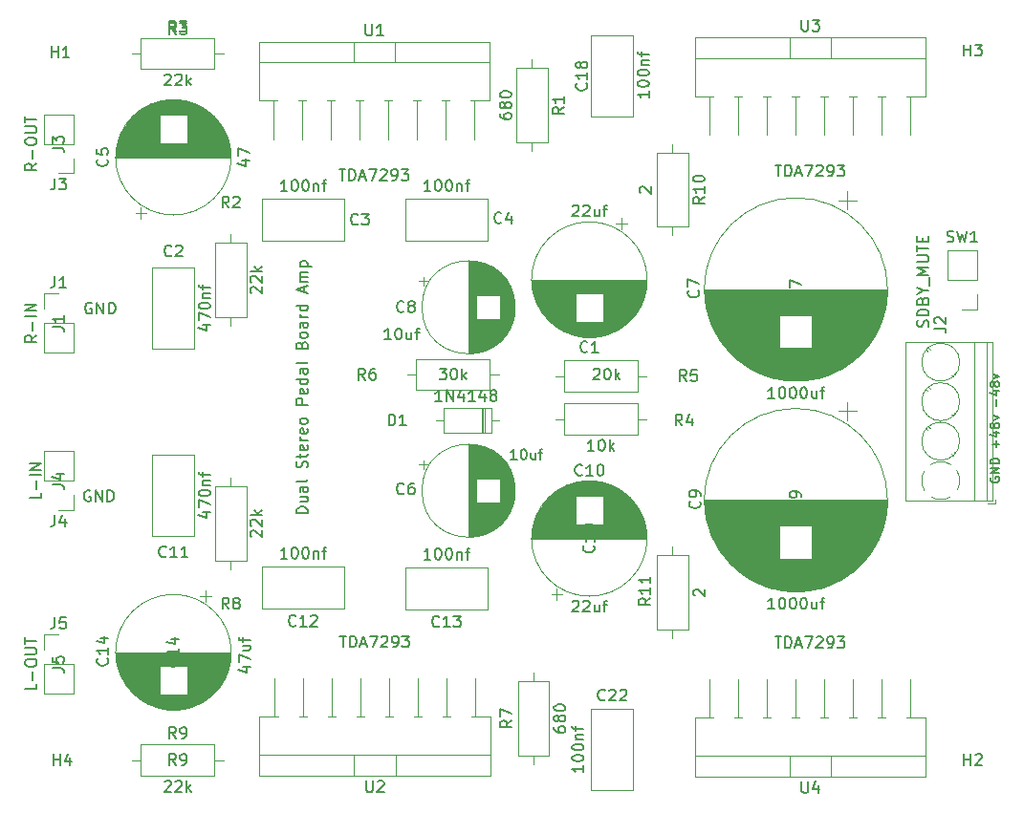
<source format=gbr>
G04 #@! TF.GenerationSoftware,KiCad,Pcbnew,(5.1.8-0-10_14)*
G04 #@! TF.CreationDate,2020-12-22T15:40:18-08:00*
G04 #@! TF.ProjectId,DualPedalBoardAmpSt,4475616c-5065-4646-916c-426f61726441,rev?*
G04 #@! TF.SameCoordinates,Original*
G04 #@! TF.FileFunction,Legend,Top*
G04 #@! TF.FilePolarity,Positive*
%FSLAX46Y46*%
G04 Gerber Fmt 4.6, Leading zero omitted, Abs format (unit mm)*
G04 Created by KiCad (PCBNEW (5.1.8-0-10_14)) date 2020-12-22 15:40:18*
%MOMM*%
%LPD*%
G01*
G04 APERTURE LIST*
%ADD10C,0.150000*%
%ADD11C,0.120000*%
G04 APERTURE END LIST*
D10*
X120904095Y-83447000D02*
X120808857Y-83399380D01*
X120666000Y-83399380D01*
X120523142Y-83447000D01*
X120427904Y-83542238D01*
X120380285Y-83637476D01*
X120332666Y-83827952D01*
X120332666Y-83970809D01*
X120380285Y-84161285D01*
X120427904Y-84256523D01*
X120523142Y-84351761D01*
X120666000Y-84399380D01*
X120761238Y-84399380D01*
X120904095Y-84351761D01*
X120951714Y-84304142D01*
X120951714Y-83970809D01*
X120761238Y-83970809D01*
X121380285Y-84399380D02*
X121380285Y-83399380D01*
X121951714Y-84399380D01*
X121951714Y-83399380D01*
X122427904Y-84399380D02*
X122427904Y-83399380D01*
X122666000Y-83399380D01*
X122808857Y-83447000D01*
X122904095Y-83542238D01*
X122951714Y-83637476D01*
X122999333Y-83827952D01*
X122999333Y-83970809D01*
X122951714Y-84161285D01*
X122904095Y-84256523D01*
X122808857Y-84351761D01*
X122666000Y-84399380D01*
X122427904Y-84399380D01*
X121031095Y-66810000D02*
X120935857Y-66762380D01*
X120793000Y-66762380D01*
X120650142Y-66810000D01*
X120554904Y-66905238D01*
X120507285Y-67000476D01*
X120459666Y-67190952D01*
X120459666Y-67333809D01*
X120507285Y-67524285D01*
X120554904Y-67619523D01*
X120650142Y-67714761D01*
X120793000Y-67762380D01*
X120888238Y-67762380D01*
X121031095Y-67714761D01*
X121078714Y-67667142D01*
X121078714Y-67333809D01*
X120888238Y-67333809D01*
X121507285Y-67762380D02*
X121507285Y-66762380D01*
X122078714Y-67762380D01*
X122078714Y-66762380D01*
X122554904Y-67762380D02*
X122554904Y-66762380D01*
X122793000Y-66762380D01*
X122935857Y-66810000D01*
X123031095Y-66905238D01*
X123078714Y-67000476D01*
X123126333Y-67190952D01*
X123126333Y-67333809D01*
X123078714Y-67524285D01*
X123031095Y-67619523D01*
X122935857Y-67714761D01*
X122793000Y-67762380D01*
X122554904Y-67762380D01*
X140152380Y-85437857D02*
X139152380Y-85437857D01*
X139152380Y-85199761D01*
X139200000Y-85056904D01*
X139295238Y-84961666D01*
X139390476Y-84914047D01*
X139580952Y-84866428D01*
X139723809Y-84866428D01*
X139914285Y-84914047D01*
X140009523Y-84961666D01*
X140104761Y-85056904D01*
X140152380Y-85199761D01*
X140152380Y-85437857D01*
X139485714Y-84009285D02*
X140152380Y-84009285D01*
X139485714Y-84437857D02*
X140009523Y-84437857D01*
X140104761Y-84390238D01*
X140152380Y-84295000D01*
X140152380Y-84152142D01*
X140104761Y-84056904D01*
X140057142Y-84009285D01*
X140152380Y-83104523D02*
X139628571Y-83104523D01*
X139533333Y-83152142D01*
X139485714Y-83247380D01*
X139485714Y-83437857D01*
X139533333Y-83533095D01*
X140104761Y-83104523D02*
X140152380Y-83199761D01*
X140152380Y-83437857D01*
X140104761Y-83533095D01*
X140009523Y-83580714D01*
X139914285Y-83580714D01*
X139819047Y-83533095D01*
X139771428Y-83437857D01*
X139771428Y-83199761D01*
X139723809Y-83104523D01*
X140152380Y-82485476D02*
X140104761Y-82580714D01*
X140009523Y-82628333D01*
X139152380Y-82628333D01*
X140104761Y-81390238D02*
X140152380Y-81247380D01*
X140152380Y-81009285D01*
X140104761Y-80914047D01*
X140057142Y-80866428D01*
X139961904Y-80818809D01*
X139866666Y-80818809D01*
X139771428Y-80866428D01*
X139723809Y-80914047D01*
X139676190Y-81009285D01*
X139628571Y-81199761D01*
X139580952Y-81295000D01*
X139533333Y-81342619D01*
X139438095Y-81390238D01*
X139342857Y-81390238D01*
X139247619Y-81342619D01*
X139200000Y-81295000D01*
X139152380Y-81199761D01*
X139152380Y-80961666D01*
X139200000Y-80818809D01*
X139485714Y-80533095D02*
X139485714Y-80152142D01*
X139152380Y-80390238D02*
X140009523Y-80390238D01*
X140104761Y-80342619D01*
X140152380Y-80247380D01*
X140152380Y-80152142D01*
X140104761Y-79437857D02*
X140152380Y-79533095D01*
X140152380Y-79723571D01*
X140104761Y-79818809D01*
X140009523Y-79866428D01*
X139628571Y-79866428D01*
X139533333Y-79818809D01*
X139485714Y-79723571D01*
X139485714Y-79533095D01*
X139533333Y-79437857D01*
X139628571Y-79390238D01*
X139723809Y-79390238D01*
X139819047Y-79866428D01*
X140152380Y-78961666D02*
X139485714Y-78961666D01*
X139676190Y-78961666D02*
X139580952Y-78914047D01*
X139533333Y-78866428D01*
X139485714Y-78771190D01*
X139485714Y-78675952D01*
X140104761Y-77961666D02*
X140152380Y-78056904D01*
X140152380Y-78247380D01*
X140104761Y-78342619D01*
X140009523Y-78390238D01*
X139628571Y-78390238D01*
X139533333Y-78342619D01*
X139485714Y-78247380D01*
X139485714Y-78056904D01*
X139533333Y-77961666D01*
X139628571Y-77914047D01*
X139723809Y-77914047D01*
X139819047Y-78390238D01*
X140152380Y-77342619D02*
X140104761Y-77437857D01*
X140057142Y-77485476D01*
X139961904Y-77533095D01*
X139676190Y-77533095D01*
X139580952Y-77485476D01*
X139533333Y-77437857D01*
X139485714Y-77342619D01*
X139485714Y-77199761D01*
X139533333Y-77104523D01*
X139580952Y-77056904D01*
X139676190Y-77009285D01*
X139961904Y-77009285D01*
X140057142Y-77056904D01*
X140104761Y-77104523D01*
X140152380Y-77199761D01*
X140152380Y-77342619D01*
X140152380Y-75818809D02*
X139152380Y-75818809D01*
X139152380Y-75437857D01*
X139200000Y-75342619D01*
X139247619Y-75295000D01*
X139342857Y-75247380D01*
X139485714Y-75247380D01*
X139580952Y-75295000D01*
X139628571Y-75342619D01*
X139676190Y-75437857D01*
X139676190Y-75818809D01*
X140104761Y-74437857D02*
X140152380Y-74533095D01*
X140152380Y-74723571D01*
X140104761Y-74818809D01*
X140009523Y-74866428D01*
X139628571Y-74866428D01*
X139533333Y-74818809D01*
X139485714Y-74723571D01*
X139485714Y-74533095D01*
X139533333Y-74437857D01*
X139628571Y-74390238D01*
X139723809Y-74390238D01*
X139819047Y-74866428D01*
X140152380Y-73533095D02*
X139152380Y-73533095D01*
X140104761Y-73533095D02*
X140152380Y-73628333D01*
X140152380Y-73818809D01*
X140104761Y-73914047D01*
X140057142Y-73961666D01*
X139961904Y-74009285D01*
X139676190Y-74009285D01*
X139580952Y-73961666D01*
X139533333Y-73914047D01*
X139485714Y-73818809D01*
X139485714Y-73628333D01*
X139533333Y-73533095D01*
X140152380Y-72628333D02*
X139628571Y-72628333D01*
X139533333Y-72675952D01*
X139485714Y-72771190D01*
X139485714Y-72961666D01*
X139533333Y-73056904D01*
X140104761Y-72628333D02*
X140152380Y-72723571D01*
X140152380Y-72961666D01*
X140104761Y-73056904D01*
X140009523Y-73104523D01*
X139914285Y-73104523D01*
X139819047Y-73056904D01*
X139771428Y-72961666D01*
X139771428Y-72723571D01*
X139723809Y-72628333D01*
X140152380Y-72009285D02*
X140104761Y-72104523D01*
X140009523Y-72152142D01*
X139152380Y-72152142D01*
X139628571Y-70533095D02*
X139676190Y-70390238D01*
X139723809Y-70342619D01*
X139819047Y-70295000D01*
X139961904Y-70295000D01*
X140057142Y-70342619D01*
X140104761Y-70390238D01*
X140152380Y-70485476D01*
X140152380Y-70866428D01*
X139152380Y-70866428D01*
X139152380Y-70533095D01*
X139200000Y-70437857D01*
X139247619Y-70390238D01*
X139342857Y-70342619D01*
X139438095Y-70342619D01*
X139533333Y-70390238D01*
X139580952Y-70437857D01*
X139628571Y-70533095D01*
X139628571Y-70866428D01*
X140152380Y-69723571D02*
X140104761Y-69818809D01*
X140057142Y-69866428D01*
X139961904Y-69914047D01*
X139676190Y-69914047D01*
X139580952Y-69866428D01*
X139533333Y-69818809D01*
X139485714Y-69723571D01*
X139485714Y-69580714D01*
X139533333Y-69485476D01*
X139580952Y-69437857D01*
X139676190Y-69390238D01*
X139961904Y-69390238D01*
X140057142Y-69437857D01*
X140104761Y-69485476D01*
X140152380Y-69580714D01*
X140152380Y-69723571D01*
X140152380Y-68533095D02*
X139628571Y-68533095D01*
X139533333Y-68580714D01*
X139485714Y-68675952D01*
X139485714Y-68866428D01*
X139533333Y-68961666D01*
X140104761Y-68533095D02*
X140152380Y-68628333D01*
X140152380Y-68866428D01*
X140104761Y-68961666D01*
X140009523Y-69009285D01*
X139914285Y-69009285D01*
X139819047Y-68961666D01*
X139771428Y-68866428D01*
X139771428Y-68628333D01*
X139723809Y-68533095D01*
X140152380Y-68056904D02*
X139485714Y-68056904D01*
X139676190Y-68056904D02*
X139580952Y-68009285D01*
X139533333Y-67961666D01*
X139485714Y-67866428D01*
X139485714Y-67771190D01*
X140152380Y-67009285D02*
X139152380Y-67009285D01*
X140104761Y-67009285D02*
X140152380Y-67104523D01*
X140152380Y-67295000D01*
X140104761Y-67390238D01*
X140057142Y-67437857D01*
X139961904Y-67485476D01*
X139676190Y-67485476D01*
X139580952Y-67437857D01*
X139533333Y-67390238D01*
X139485714Y-67295000D01*
X139485714Y-67104523D01*
X139533333Y-67009285D01*
X139866666Y-65818809D02*
X139866666Y-65342619D01*
X140152380Y-65914047D02*
X139152380Y-65580714D01*
X140152380Y-65247380D01*
X140152380Y-64914047D02*
X139485714Y-64914047D01*
X139580952Y-64914047D02*
X139533333Y-64866428D01*
X139485714Y-64771190D01*
X139485714Y-64628333D01*
X139533333Y-64533095D01*
X139628571Y-64485476D01*
X140152380Y-64485476D01*
X139628571Y-64485476D02*
X139533333Y-64437857D01*
X139485714Y-64342619D01*
X139485714Y-64199761D01*
X139533333Y-64104523D01*
X139628571Y-64056904D01*
X140152380Y-64056904D01*
X139485714Y-63580714D02*
X140485714Y-63580714D01*
X139533333Y-63580714D02*
X139485714Y-63485476D01*
X139485714Y-63295000D01*
X139533333Y-63199761D01*
X139580952Y-63152142D01*
X139676190Y-63104523D01*
X139961904Y-63104523D01*
X140057142Y-63152142D01*
X140104761Y-63199761D01*
X140152380Y-63295000D01*
X140152380Y-63485476D01*
X140104761Y-63580714D01*
X200641000Y-82270523D02*
X200602904Y-82346714D01*
X200602904Y-82461000D01*
X200641000Y-82575285D01*
X200717190Y-82651476D01*
X200793380Y-82689571D01*
X200945761Y-82727666D01*
X201060047Y-82727666D01*
X201212428Y-82689571D01*
X201288619Y-82651476D01*
X201364809Y-82575285D01*
X201402904Y-82461000D01*
X201402904Y-82384809D01*
X201364809Y-82270523D01*
X201326714Y-82232428D01*
X201060047Y-82232428D01*
X201060047Y-82384809D01*
X201402904Y-81889571D02*
X200602904Y-81889571D01*
X201402904Y-81432428D01*
X200602904Y-81432428D01*
X201402904Y-81051476D02*
X200602904Y-81051476D01*
X200602904Y-80861000D01*
X200641000Y-80746714D01*
X200717190Y-80670523D01*
X200793380Y-80632428D01*
X200945761Y-80594333D01*
X201060047Y-80594333D01*
X201212428Y-80632428D01*
X201288619Y-80670523D01*
X201364809Y-80746714D01*
X201402904Y-80861000D01*
X201402904Y-81051476D01*
X201098142Y-75920428D02*
X201098142Y-75310904D01*
X200869571Y-74587095D02*
X201402904Y-74587095D01*
X200564809Y-74777571D02*
X201136238Y-74968047D01*
X201136238Y-74472809D01*
X200945761Y-74053761D02*
X200907666Y-74129952D01*
X200869571Y-74168047D01*
X200793380Y-74206142D01*
X200755285Y-74206142D01*
X200679095Y-74168047D01*
X200641000Y-74129952D01*
X200602904Y-74053761D01*
X200602904Y-73901380D01*
X200641000Y-73825190D01*
X200679095Y-73787095D01*
X200755285Y-73749000D01*
X200793380Y-73749000D01*
X200869571Y-73787095D01*
X200907666Y-73825190D01*
X200945761Y-73901380D01*
X200945761Y-74053761D01*
X200983857Y-74129952D01*
X201021952Y-74168047D01*
X201098142Y-74206142D01*
X201250523Y-74206142D01*
X201326714Y-74168047D01*
X201364809Y-74129952D01*
X201402904Y-74053761D01*
X201402904Y-73901380D01*
X201364809Y-73825190D01*
X201326714Y-73787095D01*
X201250523Y-73749000D01*
X201098142Y-73749000D01*
X201021952Y-73787095D01*
X200983857Y-73825190D01*
X200945761Y-73901380D01*
X200869571Y-73482333D02*
X201402904Y-73291857D01*
X200869571Y-73101380D01*
X201098142Y-79603428D02*
X201098142Y-78993904D01*
X201402904Y-79298666D02*
X200793380Y-79298666D01*
X200869571Y-78270095D02*
X201402904Y-78270095D01*
X200564809Y-78460571D02*
X201136238Y-78651047D01*
X201136238Y-78155809D01*
X200945761Y-77736761D02*
X200907666Y-77812952D01*
X200869571Y-77851047D01*
X200793380Y-77889142D01*
X200755285Y-77889142D01*
X200679095Y-77851047D01*
X200641000Y-77812952D01*
X200602904Y-77736761D01*
X200602904Y-77584380D01*
X200641000Y-77508190D01*
X200679095Y-77470095D01*
X200755285Y-77432000D01*
X200793380Y-77432000D01*
X200869571Y-77470095D01*
X200907666Y-77508190D01*
X200945761Y-77584380D01*
X200945761Y-77736761D01*
X200983857Y-77812952D01*
X201021952Y-77851047D01*
X201098142Y-77889142D01*
X201250523Y-77889142D01*
X201326714Y-77851047D01*
X201364809Y-77812952D01*
X201402904Y-77736761D01*
X201402904Y-77584380D01*
X201364809Y-77508190D01*
X201326714Y-77470095D01*
X201250523Y-77432000D01*
X201098142Y-77432000D01*
X201021952Y-77470095D01*
X200983857Y-77508190D01*
X200945761Y-77584380D01*
X200869571Y-77165333D02*
X201402904Y-76974857D01*
X200869571Y-76784380D01*
D11*
X201015000Y-84600000D02*
X201015000Y-84200000D01*
X200375000Y-84600000D02*
X201015000Y-84600000D01*
X197156000Y-73195000D02*
X197284000Y-73324000D01*
X194940000Y-70980000D02*
X195034000Y-71074000D01*
X197396000Y-73025000D02*
X197489000Y-73119000D01*
X195146000Y-70775000D02*
X195274000Y-70904000D01*
X197156000Y-76695000D02*
X197284000Y-76824000D01*
X194940000Y-74480000D02*
X195034000Y-74574000D01*
X197396000Y-76525000D02*
X197489000Y-76619000D01*
X195146000Y-74275000D02*
X195274000Y-74404000D01*
X197156000Y-80195000D02*
X197284000Y-80324000D01*
X194940000Y-77980000D02*
X195034000Y-78074000D01*
X197396000Y-80025000D02*
X197489000Y-80119000D01*
X195146000Y-77775000D02*
X195274000Y-77904000D01*
X193055000Y-70240000D02*
X200775000Y-70240000D01*
X193055000Y-84360000D02*
X200775000Y-84360000D01*
X200775000Y-84360000D02*
X200775000Y-70240000D01*
X193055000Y-84360000D02*
X193055000Y-70240000D01*
X199215000Y-84360000D02*
X199215000Y-70240000D01*
X200315000Y-84360000D02*
X200315000Y-70240000D01*
X197895000Y-72050000D02*
G75*
G03*
X197895000Y-72050000I-1680000J0D01*
G01*
X197895000Y-75550000D02*
G75*
G03*
X197895000Y-75550000I-1680000J0D01*
G01*
X197895000Y-79050000D02*
G75*
G03*
X197895000Y-79050000I-1680000J0D01*
G01*
X197895099Y-82521326D02*
G75*
G02*
X197655000Y-83416000I-1680099J-28674D01*
G01*
X197104894Y-83975358D02*
G75*
G02*
X195349000Y-83990000I-889894J1425358D01*
G01*
X194789642Y-83439894D02*
G75*
G02*
X194775000Y-81684000I1425358J889894D01*
G01*
X195324807Y-81124495D02*
G75*
G02*
X197106000Y-81125000I890193J-1425505D01*
G01*
X197639721Y-81659736D02*
G75*
G02*
X197895000Y-82550000I-1424721J-890264D01*
G01*
X194878000Y-108760000D02*
X174438000Y-108760000D01*
X194878000Y-103519000D02*
X193202000Y-103519000D01*
X191353000Y-103519000D02*
X190662000Y-103519000D01*
X188813000Y-103519000D02*
X188122000Y-103519000D01*
X186273000Y-103519000D02*
X185582000Y-103519000D01*
X183733000Y-103519000D02*
X183042000Y-103519000D01*
X181193000Y-103519000D02*
X180502000Y-103519000D01*
X178653000Y-103519000D02*
X177962000Y-103519000D01*
X176113000Y-103519000D02*
X174438000Y-103519000D01*
X194878000Y-108760000D02*
X194878000Y-103519000D01*
X174438000Y-108760000D02*
X174438000Y-103519000D01*
X194878000Y-106920000D02*
X174438000Y-106920000D01*
X186507000Y-108760000D02*
X186507000Y-106920000D01*
X182808000Y-108760000D02*
X182808000Y-106920000D01*
X193548000Y-103519000D02*
X193548000Y-100110000D01*
X191008000Y-103519000D02*
X191008000Y-100125000D01*
X188468000Y-103519000D02*
X188468000Y-100125000D01*
X185928000Y-103519000D02*
X185928000Y-100125000D01*
X183388000Y-103519000D02*
X183388000Y-100125000D01*
X180848000Y-103519000D02*
X180848000Y-100125000D01*
X178308000Y-103519000D02*
X178308000Y-100125000D01*
X175768000Y-103519000D02*
X175768000Y-100125000D01*
X154940000Y-48881000D02*
X154940000Y-52275000D01*
X152400000Y-48881000D02*
X152400000Y-52275000D01*
X149860000Y-48881000D02*
X149860000Y-52275000D01*
X147320000Y-48881000D02*
X147320000Y-52275000D01*
X144780000Y-48881000D02*
X144780000Y-52275000D01*
X142240000Y-48881000D02*
X142240000Y-52275000D01*
X139700000Y-48881000D02*
X139700000Y-52275000D01*
X137160000Y-48881000D02*
X137160000Y-52290000D01*
X147900000Y-43640000D02*
X147900000Y-45480000D01*
X144201000Y-43640000D02*
X144201000Y-45480000D01*
X135830000Y-45480000D02*
X156270000Y-45480000D01*
X156270000Y-43640000D02*
X156270000Y-48881000D01*
X135830000Y-43640000D02*
X135830000Y-48881000D01*
X154595000Y-48881000D02*
X156270000Y-48881000D01*
X152055000Y-48881000D02*
X152746000Y-48881000D01*
X149515000Y-48881000D02*
X150206000Y-48881000D01*
X146975000Y-48881000D02*
X147666000Y-48881000D01*
X144435000Y-48881000D02*
X145126000Y-48881000D01*
X141895000Y-48881000D02*
X142586000Y-48881000D01*
X139355000Y-48881000D02*
X140046000Y-48881000D01*
X135830000Y-48881000D02*
X137506000Y-48881000D01*
X135830000Y-43640000D02*
X156270000Y-43640000D01*
X172466000Y-88416000D02*
X172466000Y-89186000D01*
X172466000Y-96496000D02*
X172466000Y-95726000D01*
X171096000Y-89186000D02*
X171096000Y-95726000D01*
X173836000Y-89186000D02*
X171096000Y-89186000D01*
X173836000Y-95726000D02*
X173836000Y-89186000D01*
X171096000Y-95726000D02*
X173836000Y-95726000D01*
X174438000Y-43259000D02*
X194878000Y-43259000D01*
X174438000Y-48500000D02*
X176114000Y-48500000D01*
X177963000Y-48500000D02*
X178654000Y-48500000D01*
X180503000Y-48500000D02*
X181194000Y-48500000D01*
X183043000Y-48500000D02*
X183734000Y-48500000D01*
X185583000Y-48500000D02*
X186274000Y-48500000D01*
X188123000Y-48500000D02*
X188814000Y-48500000D01*
X190663000Y-48500000D02*
X191354000Y-48500000D01*
X193203000Y-48500000D02*
X194878000Y-48500000D01*
X174438000Y-43259000D02*
X174438000Y-48500000D01*
X194878000Y-43259000D02*
X194878000Y-48500000D01*
X174438000Y-45099000D02*
X194878000Y-45099000D01*
X182809000Y-43259000D02*
X182809000Y-45099000D01*
X186508000Y-43259000D02*
X186508000Y-45099000D01*
X175768000Y-48500000D02*
X175768000Y-51909000D01*
X178308000Y-48500000D02*
X178308000Y-51894000D01*
X180848000Y-48500000D02*
X180848000Y-51894000D01*
X183388000Y-48500000D02*
X183388000Y-51894000D01*
X185928000Y-48500000D02*
X185928000Y-51894000D01*
X188468000Y-48500000D02*
X188468000Y-51894000D01*
X191008000Y-48500000D02*
X191008000Y-51894000D01*
X193548000Y-48500000D02*
X193548000Y-51894000D01*
X173836000Y-53499000D02*
X171096000Y-53499000D01*
X171096000Y-53499000D02*
X171096000Y-60039000D01*
X171096000Y-60039000D02*
X173836000Y-60039000D01*
X173836000Y-60039000D02*
X173836000Y-53499000D01*
X172466000Y-52729000D02*
X172466000Y-53499000D01*
X172466000Y-60809000D02*
X172466000Y-60039000D01*
X169002000Y-102766000D02*
X169002000Y-110006000D01*
X165262000Y-102766000D02*
X165262000Y-110006000D01*
X169002000Y-102766000D02*
X165262000Y-102766000D01*
X169002000Y-110006000D02*
X165262000Y-110006000D01*
X165262000Y-50316000D02*
X165262000Y-43076000D01*
X169002000Y-50316000D02*
X169002000Y-43076000D01*
X165262000Y-50316000D02*
X169002000Y-50316000D01*
X165262000Y-43076000D02*
X169002000Y-43076000D01*
X133390000Y-97750000D02*
G75*
G03*
X133390000Y-97750000I-5120000J0D01*
G01*
X133350000Y-97750000D02*
X123190000Y-97750000D01*
X133350000Y-97790000D02*
X123190000Y-97790000D01*
X133350000Y-97830000D02*
X123190000Y-97830000D01*
X133349000Y-97870000D02*
X123191000Y-97870000D01*
X133348000Y-97910000D02*
X123192000Y-97910000D01*
X133347000Y-97950000D02*
X123193000Y-97950000D01*
X133345000Y-97990000D02*
X123195000Y-97990000D01*
X133343000Y-98030000D02*
X123197000Y-98030000D01*
X133340000Y-98070000D02*
X123200000Y-98070000D01*
X133338000Y-98110000D02*
X123202000Y-98110000D01*
X133335000Y-98150000D02*
X123205000Y-98150000D01*
X133332000Y-98190000D02*
X123208000Y-98190000D01*
X133328000Y-98230000D02*
X123212000Y-98230000D01*
X133324000Y-98270000D02*
X123216000Y-98270000D01*
X133320000Y-98310000D02*
X123220000Y-98310000D01*
X133315000Y-98350000D02*
X123225000Y-98350000D01*
X133310000Y-98390000D02*
X123230000Y-98390000D01*
X133305000Y-98430000D02*
X123235000Y-98430000D01*
X133300000Y-98471000D02*
X123240000Y-98471000D01*
X133294000Y-98511000D02*
X123246000Y-98511000D01*
X133288000Y-98551000D02*
X123252000Y-98551000D01*
X133281000Y-98591000D02*
X123259000Y-98591000D01*
X133274000Y-98631000D02*
X123266000Y-98631000D01*
X133267000Y-98671000D02*
X123273000Y-98671000D01*
X133260000Y-98711000D02*
X123280000Y-98711000D01*
X133252000Y-98751000D02*
X123288000Y-98751000D01*
X133244000Y-98791000D02*
X123296000Y-98791000D01*
X133235000Y-98831000D02*
X123305000Y-98831000D01*
X133226000Y-98871000D02*
X123314000Y-98871000D01*
X133217000Y-98911000D02*
X123323000Y-98911000D01*
X133208000Y-98951000D02*
X123332000Y-98951000D01*
X133198000Y-98991000D02*
X123342000Y-98991000D01*
X133188000Y-99031000D02*
X129511000Y-99031000D01*
X127029000Y-99031000D02*
X123352000Y-99031000D01*
X133177000Y-99071000D02*
X129511000Y-99071000D01*
X127029000Y-99071000D02*
X123363000Y-99071000D01*
X133167000Y-99111000D02*
X129511000Y-99111000D01*
X127029000Y-99111000D02*
X123373000Y-99111000D01*
X133155000Y-99151000D02*
X129511000Y-99151000D01*
X127029000Y-99151000D02*
X123385000Y-99151000D01*
X133144000Y-99191000D02*
X129511000Y-99191000D01*
X127029000Y-99191000D02*
X123396000Y-99191000D01*
X133132000Y-99231000D02*
X129511000Y-99231000D01*
X127029000Y-99231000D02*
X123408000Y-99231000D01*
X133120000Y-99271000D02*
X129511000Y-99271000D01*
X127029000Y-99271000D02*
X123420000Y-99271000D01*
X133107000Y-99311000D02*
X129511000Y-99311000D01*
X127029000Y-99311000D02*
X123433000Y-99311000D01*
X133094000Y-99351000D02*
X129511000Y-99351000D01*
X127029000Y-99351000D02*
X123446000Y-99351000D01*
X133081000Y-99391000D02*
X129511000Y-99391000D01*
X127029000Y-99391000D02*
X123459000Y-99391000D01*
X133067000Y-99431000D02*
X129511000Y-99431000D01*
X127029000Y-99431000D02*
X123473000Y-99431000D01*
X133053000Y-99471000D02*
X129511000Y-99471000D01*
X127029000Y-99471000D02*
X123487000Y-99471000D01*
X133038000Y-99511000D02*
X129511000Y-99511000D01*
X127029000Y-99511000D02*
X123502000Y-99511000D01*
X133024000Y-99551000D02*
X129511000Y-99551000D01*
X127029000Y-99551000D02*
X123516000Y-99551000D01*
X133008000Y-99591000D02*
X129511000Y-99591000D01*
X127029000Y-99591000D02*
X123532000Y-99591000D01*
X132993000Y-99631000D02*
X129511000Y-99631000D01*
X127029000Y-99631000D02*
X123547000Y-99631000D01*
X132977000Y-99671000D02*
X129511000Y-99671000D01*
X127029000Y-99671000D02*
X123563000Y-99671000D01*
X132960000Y-99711000D02*
X129511000Y-99711000D01*
X127029000Y-99711000D02*
X123580000Y-99711000D01*
X132944000Y-99751000D02*
X129511000Y-99751000D01*
X127029000Y-99751000D02*
X123596000Y-99751000D01*
X132927000Y-99791000D02*
X129511000Y-99791000D01*
X127029000Y-99791000D02*
X123613000Y-99791000D01*
X132909000Y-99831000D02*
X129511000Y-99831000D01*
X127029000Y-99831000D02*
X123631000Y-99831000D01*
X132891000Y-99871000D02*
X129511000Y-99871000D01*
X127029000Y-99871000D02*
X123649000Y-99871000D01*
X132873000Y-99911000D02*
X129511000Y-99911000D01*
X127029000Y-99911000D02*
X123667000Y-99911000D01*
X132854000Y-99951000D02*
X129511000Y-99951000D01*
X127029000Y-99951000D02*
X123686000Y-99951000D01*
X132834000Y-99991000D02*
X129511000Y-99991000D01*
X127029000Y-99991000D02*
X123706000Y-99991000D01*
X132815000Y-100031000D02*
X129511000Y-100031000D01*
X127029000Y-100031000D02*
X123725000Y-100031000D01*
X132795000Y-100071000D02*
X129511000Y-100071000D01*
X127029000Y-100071000D02*
X123745000Y-100071000D01*
X132774000Y-100111000D02*
X129511000Y-100111000D01*
X127029000Y-100111000D02*
X123766000Y-100111000D01*
X132753000Y-100151000D02*
X129511000Y-100151000D01*
X127029000Y-100151000D02*
X123787000Y-100151000D01*
X132732000Y-100191000D02*
X129511000Y-100191000D01*
X127029000Y-100191000D02*
X123808000Y-100191000D01*
X132710000Y-100231000D02*
X129511000Y-100231000D01*
X127029000Y-100231000D02*
X123830000Y-100231000D01*
X132687000Y-100271000D02*
X129511000Y-100271000D01*
X127029000Y-100271000D02*
X123853000Y-100271000D01*
X132665000Y-100311000D02*
X129511000Y-100311000D01*
X127029000Y-100311000D02*
X123875000Y-100311000D01*
X132641000Y-100351000D02*
X129511000Y-100351000D01*
X127029000Y-100351000D02*
X123899000Y-100351000D01*
X132617000Y-100391000D02*
X129511000Y-100391000D01*
X127029000Y-100391000D02*
X123923000Y-100391000D01*
X132593000Y-100431000D02*
X129511000Y-100431000D01*
X127029000Y-100431000D02*
X123947000Y-100431000D01*
X132568000Y-100471000D02*
X129511000Y-100471000D01*
X127029000Y-100471000D02*
X123972000Y-100471000D01*
X132543000Y-100511000D02*
X129511000Y-100511000D01*
X127029000Y-100511000D02*
X123997000Y-100511000D01*
X132517000Y-100551000D02*
X129511000Y-100551000D01*
X127029000Y-100551000D02*
X124023000Y-100551000D01*
X132491000Y-100591000D02*
X129511000Y-100591000D01*
X127029000Y-100591000D02*
X124049000Y-100591000D01*
X132464000Y-100631000D02*
X129511000Y-100631000D01*
X127029000Y-100631000D02*
X124076000Y-100631000D01*
X132436000Y-100671000D02*
X129511000Y-100671000D01*
X127029000Y-100671000D02*
X124104000Y-100671000D01*
X132408000Y-100711000D02*
X129511000Y-100711000D01*
X127029000Y-100711000D02*
X124132000Y-100711000D01*
X132380000Y-100751000D02*
X129511000Y-100751000D01*
X127029000Y-100751000D02*
X124160000Y-100751000D01*
X132350000Y-100791000D02*
X129511000Y-100791000D01*
X127029000Y-100791000D02*
X124190000Y-100791000D01*
X132320000Y-100831000D02*
X129511000Y-100831000D01*
X127029000Y-100831000D02*
X124220000Y-100831000D01*
X132290000Y-100871000D02*
X129511000Y-100871000D01*
X127029000Y-100871000D02*
X124250000Y-100871000D01*
X132259000Y-100911000D02*
X129511000Y-100911000D01*
X127029000Y-100911000D02*
X124281000Y-100911000D01*
X132227000Y-100951000D02*
X129511000Y-100951000D01*
X127029000Y-100951000D02*
X124313000Y-100951000D01*
X132195000Y-100991000D02*
X129511000Y-100991000D01*
X127029000Y-100991000D02*
X124345000Y-100991000D01*
X132162000Y-101031000D02*
X129511000Y-101031000D01*
X127029000Y-101031000D02*
X124378000Y-101031000D01*
X132128000Y-101071000D02*
X129511000Y-101071000D01*
X127029000Y-101071000D02*
X124412000Y-101071000D01*
X132094000Y-101111000D02*
X129511000Y-101111000D01*
X127029000Y-101111000D02*
X124446000Y-101111000D01*
X132059000Y-101151000D02*
X129511000Y-101151000D01*
X127029000Y-101151000D02*
X124481000Y-101151000D01*
X132023000Y-101191000D02*
X129511000Y-101191000D01*
X127029000Y-101191000D02*
X124517000Y-101191000D01*
X131986000Y-101231000D02*
X129511000Y-101231000D01*
X127029000Y-101231000D02*
X124554000Y-101231000D01*
X131949000Y-101271000D02*
X129511000Y-101271000D01*
X127029000Y-101271000D02*
X124591000Y-101271000D01*
X131910000Y-101311000D02*
X129511000Y-101311000D01*
X127029000Y-101311000D02*
X124630000Y-101311000D01*
X131871000Y-101351000D02*
X129511000Y-101351000D01*
X127029000Y-101351000D02*
X124669000Y-101351000D01*
X131831000Y-101391000D02*
X129511000Y-101391000D01*
X127029000Y-101391000D02*
X124709000Y-101391000D01*
X131790000Y-101431000D02*
X129511000Y-101431000D01*
X127029000Y-101431000D02*
X124750000Y-101431000D01*
X131748000Y-101471000D02*
X129511000Y-101471000D01*
X127029000Y-101471000D02*
X124792000Y-101471000D01*
X131706000Y-101511000D02*
X124834000Y-101511000D01*
X131662000Y-101551000D02*
X124878000Y-101551000D01*
X131617000Y-101591000D02*
X124923000Y-101591000D01*
X131571000Y-101631000D02*
X124969000Y-101631000D01*
X131524000Y-101671000D02*
X125016000Y-101671000D01*
X131476000Y-101711000D02*
X125064000Y-101711000D01*
X131426000Y-101751000D02*
X125114000Y-101751000D01*
X131376000Y-101791000D02*
X125164000Y-101791000D01*
X131324000Y-101831000D02*
X125216000Y-101831000D01*
X131270000Y-101871000D02*
X125270000Y-101871000D01*
X131215000Y-101911000D02*
X125325000Y-101911000D01*
X131159000Y-101951000D02*
X125381000Y-101951000D01*
X131100000Y-101991000D02*
X125440000Y-101991000D01*
X131040000Y-102031000D02*
X125500000Y-102031000D01*
X130979000Y-102071000D02*
X125561000Y-102071000D01*
X130915000Y-102111000D02*
X125625000Y-102111000D01*
X130849000Y-102151000D02*
X125691000Y-102151000D01*
X130780000Y-102191000D02*
X125760000Y-102191000D01*
X130709000Y-102231000D02*
X125831000Y-102231000D01*
X130635000Y-102271000D02*
X125905000Y-102271000D01*
X130559000Y-102311000D02*
X125981000Y-102311000D01*
X130479000Y-102351000D02*
X126061000Y-102351000D01*
X130395000Y-102391000D02*
X126145000Y-102391000D01*
X130307000Y-102431000D02*
X126233000Y-102431000D01*
X130214000Y-102471000D02*
X126326000Y-102471000D01*
X130116000Y-102511000D02*
X126424000Y-102511000D01*
X130012000Y-102551000D02*
X126528000Y-102551000D01*
X129900000Y-102591000D02*
X126640000Y-102591000D01*
X129780000Y-102631000D02*
X126760000Y-102631000D01*
X129648000Y-102671000D02*
X126892000Y-102671000D01*
X129500000Y-102711000D02*
X127040000Y-102711000D01*
X129332000Y-102751000D02*
X127208000Y-102751000D01*
X129132000Y-102791000D02*
X127408000Y-102791000D01*
X128869000Y-102831000D02*
X127671000Y-102831000D01*
X131145000Y-92270354D02*
X131145000Y-93270354D01*
X131645000Y-92770354D02*
X130645000Y-92770354D01*
X133390000Y-53888000D02*
G75*
G03*
X133390000Y-53888000I-5120000J0D01*
G01*
X123190000Y-53888000D02*
X133350000Y-53888000D01*
X123190000Y-53848000D02*
X133350000Y-53848000D01*
X123190000Y-53808000D02*
X133350000Y-53808000D01*
X123191000Y-53768000D02*
X133349000Y-53768000D01*
X123192000Y-53728000D02*
X133348000Y-53728000D01*
X123193000Y-53688000D02*
X133347000Y-53688000D01*
X123195000Y-53648000D02*
X133345000Y-53648000D01*
X123197000Y-53608000D02*
X133343000Y-53608000D01*
X123200000Y-53568000D02*
X133340000Y-53568000D01*
X123202000Y-53528000D02*
X133338000Y-53528000D01*
X123205000Y-53488000D02*
X133335000Y-53488000D01*
X123208000Y-53448000D02*
X133332000Y-53448000D01*
X123212000Y-53408000D02*
X133328000Y-53408000D01*
X123216000Y-53368000D02*
X133324000Y-53368000D01*
X123220000Y-53328000D02*
X133320000Y-53328000D01*
X123225000Y-53288000D02*
X133315000Y-53288000D01*
X123230000Y-53248000D02*
X133310000Y-53248000D01*
X123235000Y-53208000D02*
X133305000Y-53208000D01*
X123240000Y-53167000D02*
X133300000Y-53167000D01*
X123246000Y-53127000D02*
X133294000Y-53127000D01*
X123252000Y-53087000D02*
X133288000Y-53087000D01*
X123259000Y-53047000D02*
X133281000Y-53047000D01*
X123266000Y-53007000D02*
X133274000Y-53007000D01*
X123273000Y-52967000D02*
X133267000Y-52967000D01*
X123280000Y-52927000D02*
X133260000Y-52927000D01*
X123288000Y-52887000D02*
X133252000Y-52887000D01*
X123296000Y-52847000D02*
X133244000Y-52847000D01*
X123305000Y-52807000D02*
X133235000Y-52807000D01*
X123314000Y-52767000D02*
X133226000Y-52767000D01*
X123323000Y-52727000D02*
X133217000Y-52727000D01*
X123332000Y-52687000D02*
X133208000Y-52687000D01*
X123342000Y-52647000D02*
X133198000Y-52647000D01*
X123352000Y-52607000D02*
X127029000Y-52607000D01*
X129511000Y-52607000D02*
X133188000Y-52607000D01*
X123363000Y-52567000D02*
X127029000Y-52567000D01*
X129511000Y-52567000D02*
X133177000Y-52567000D01*
X123373000Y-52527000D02*
X127029000Y-52527000D01*
X129511000Y-52527000D02*
X133167000Y-52527000D01*
X123385000Y-52487000D02*
X127029000Y-52487000D01*
X129511000Y-52487000D02*
X133155000Y-52487000D01*
X123396000Y-52447000D02*
X127029000Y-52447000D01*
X129511000Y-52447000D02*
X133144000Y-52447000D01*
X123408000Y-52407000D02*
X127029000Y-52407000D01*
X129511000Y-52407000D02*
X133132000Y-52407000D01*
X123420000Y-52367000D02*
X127029000Y-52367000D01*
X129511000Y-52367000D02*
X133120000Y-52367000D01*
X123433000Y-52327000D02*
X127029000Y-52327000D01*
X129511000Y-52327000D02*
X133107000Y-52327000D01*
X123446000Y-52287000D02*
X127029000Y-52287000D01*
X129511000Y-52287000D02*
X133094000Y-52287000D01*
X123459000Y-52247000D02*
X127029000Y-52247000D01*
X129511000Y-52247000D02*
X133081000Y-52247000D01*
X123473000Y-52207000D02*
X127029000Y-52207000D01*
X129511000Y-52207000D02*
X133067000Y-52207000D01*
X123487000Y-52167000D02*
X127029000Y-52167000D01*
X129511000Y-52167000D02*
X133053000Y-52167000D01*
X123502000Y-52127000D02*
X127029000Y-52127000D01*
X129511000Y-52127000D02*
X133038000Y-52127000D01*
X123516000Y-52087000D02*
X127029000Y-52087000D01*
X129511000Y-52087000D02*
X133024000Y-52087000D01*
X123532000Y-52047000D02*
X127029000Y-52047000D01*
X129511000Y-52047000D02*
X133008000Y-52047000D01*
X123547000Y-52007000D02*
X127029000Y-52007000D01*
X129511000Y-52007000D02*
X132993000Y-52007000D01*
X123563000Y-51967000D02*
X127029000Y-51967000D01*
X129511000Y-51967000D02*
X132977000Y-51967000D01*
X123580000Y-51927000D02*
X127029000Y-51927000D01*
X129511000Y-51927000D02*
X132960000Y-51927000D01*
X123596000Y-51887000D02*
X127029000Y-51887000D01*
X129511000Y-51887000D02*
X132944000Y-51887000D01*
X123613000Y-51847000D02*
X127029000Y-51847000D01*
X129511000Y-51847000D02*
X132927000Y-51847000D01*
X123631000Y-51807000D02*
X127029000Y-51807000D01*
X129511000Y-51807000D02*
X132909000Y-51807000D01*
X123649000Y-51767000D02*
X127029000Y-51767000D01*
X129511000Y-51767000D02*
X132891000Y-51767000D01*
X123667000Y-51727000D02*
X127029000Y-51727000D01*
X129511000Y-51727000D02*
X132873000Y-51727000D01*
X123686000Y-51687000D02*
X127029000Y-51687000D01*
X129511000Y-51687000D02*
X132854000Y-51687000D01*
X123706000Y-51647000D02*
X127029000Y-51647000D01*
X129511000Y-51647000D02*
X132834000Y-51647000D01*
X123725000Y-51607000D02*
X127029000Y-51607000D01*
X129511000Y-51607000D02*
X132815000Y-51607000D01*
X123745000Y-51567000D02*
X127029000Y-51567000D01*
X129511000Y-51567000D02*
X132795000Y-51567000D01*
X123766000Y-51527000D02*
X127029000Y-51527000D01*
X129511000Y-51527000D02*
X132774000Y-51527000D01*
X123787000Y-51487000D02*
X127029000Y-51487000D01*
X129511000Y-51487000D02*
X132753000Y-51487000D01*
X123808000Y-51447000D02*
X127029000Y-51447000D01*
X129511000Y-51447000D02*
X132732000Y-51447000D01*
X123830000Y-51407000D02*
X127029000Y-51407000D01*
X129511000Y-51407000D02*
X132710000Y-51407000D01*
X123853000Y-51367000D02*
X127029000Y-51367000D01*
X129511000Y-51367000D02*
X132687000Y-51367000D01*
X123875000Y-51327000D02*
X127029000Y-51327000D01*
X129511000Y-51327000D02*
X132665000Y-51327000D01*
X123899000Y-51287000D02*
X127029000Y-51287000D01*
X129511000Y-51287000D02*
X132641000Y-51287000D01*
X123923000Y-51247000D02*
X127029000Y-51247000D01*
X129511000Y-51247000D02*
X132617000Y-51247000D01*
X123947000Y-51207000D02*
X127029000Y-51207000D01*
X129511000Y-51207000D02*
X132593000Y-51207000D01*
X123972000Y-51167000D02*
X127029000Y-51167000D01*
X129511000Y-51167000D02*
X132568000Y-51167000D01*
X123997000Y-51127000D02*
X127029000Y-51127000D01*
X129511000Y-51127000D02*
X132543000Y-51127000D01*
X124023000Y-51087000D02*
X127029000Y-51087000D01*
X129511000Y-51087000D02*
X132517000Y-51087000D01*
X124049000Y-51047000D02*
X127029000Y-51047000D01*
X129511000Y-51047000D02*
X132491000Y-51047000D01*
X124076000Y-51007000D02*
X127029000Y-51007000D01*
X129511000Y-51007000D02*
X132464000Y-51007000D01*
X124104000Y-50967000D02*
X127029000Y-50967000D01*
X129511000Y-50967000D02*
X132436000Y-50967000D01*
X124132000Y-50927000D02*
X127029000Y-50927000D01*
X129511000Y-50927000D02*
X132408000Y-50927000D01*
X124160000Y-50887000D02*
X127029000Y-50887000D01*
X129511000Y-50887000D02*
X132380000Y-50887000D01*
X124190000Y-50847000D02*
X127029000Y-50847000D01*
X129511000Y-50847000D02*
X132350000Y-50847000D01*
X124220000Y-50807000D02*
X127029000Y-50807000D01*
X129511000Y-50807000D02*
X132320000Y-50807000D01*
X124250000Y-50767000D02*
X127029000Y-50767000D01*
X129511000Y-50767000D02*
X132290000Y-50767000D01*
X124281000Y-50727000D02*
X127029000Y-50727000D01*
X129511000Y-50727000D02*
X132259000Y-50727000D01*
X124313000Y-50687000D02*
X127029000Y-50687000D01*
X129511000Y-50687000D02*
X132227000Y-50687000D01*
X124345000Y-50647000D02*
X127029000Y-50647000D01*
X129511000Y-50647000D02*
X132195000Y-50647000D01*
X124378000Y-50607000D02*
X127029000Y-50607000D01*
X129511000Y-50607000D02*
X132162000Y-50607000D01*
X124412000Y-50567000D02*
X127029000Y-50567000D01*
X129511000Y-50567000D02*
X132128000Y-50567000D01*
X124446000Y-50527000D02*
X127029000Y-50527000D01*
X129511000Y-50527000D02*
X132094000Y-50527000D01*
X124481000Y-50487000D02*
X127029000Y-50487000D01*
X129511000Y-50487000D02*
X132059000Y-50487000D01*
X124517000Y-50447000D02*
X127029000Y-50447000D01*
X129511000Y-50447000D02*
X132023000Y-50447000D01*
X124554000Y-50407000D02*
X127029000Y-50407000D01*
X129511000Y-50407000D02*
X131986000Y-50407000D01*
X124591000Y-50367000D02*
X127029000Y-50367000D01*
X129511000Y-50367000D02*
X131949000Y-50367000D01*
X124630000Y-50327000D02*
X127029000Y-50327000D01*
X129511000Y-50327000D02*
X131910000Y-50327000D01*
X124669000Y-50287000D02*
X127029000Y-50287000D01*
X129511000Y-50287000D02*
X131871000Y-50287000D01*
X124709000Y-50247000D02*
X127029000Y-50247000D01*
X129511000Y-50247000D02*
X131831000Y-50247000D01*
X124750000Y-50207000D02*
X127029000Y-50207000D01*
X129511000Y-50207000D02*
X131790000Y-50207000D01*
X124792000Y-50167000D02*
X127029000Y-50167000D01*
X129511000Y-50167000D02*
X131748000Y-50167000D01*
X124834000Y-50127000D02*
X131706000Y-50127000D01*
X124878000Y-50087000D02*
X131662000Y-50087000D01*
X124923000Y-50047000D02*
X131617000Y-50047000D01*
X124969000Y-50007000D02*
X131571000Y-50007000D01*
X125016000Y-49967000D02*
X131524000Y-49967000D01*
X125064000Y-49927000D02*
X131476000Y-49927000D01*
X125114000Y-49887000D02*
X131426000Y-49887000D01*
X125164000Y-49847000D02*
X131376000Y-49847000D01*
X125216000Y-49807000D02*
X131324000Y-49807000D01*
X125270000Y-49767000D02*
X131270000Y-49767000D01*
X125325000Y-49727000D02*
X131215000Y-49727000D01*
X125381000Y-49687000D02*
X131159000Y-49687000D01*
X125440000Y-49647000D02*
X131100000Y-49647000D01*
X125500000Y-49607000D02*
X131040000Y-49607000D01*
X125561000Y-49567000D02*
X130979000Y-49567000D01*
X125625000Y-49527000D02*
X130915000Y-49527000D01*
X125691000Y-49487000D02*
X130849000Y-49487000D01*
X125760000Y-49447000D02*
X130780000Y-49447000D01*
X125831000Y-49407000D02*
X130709000Y-49407000D01*
X125905000Y-49367000D02*
X130635000Y-49367000D01*
X125981000Y-49327000D02*
X130559000Y-49327000D01*
X126061000Y-49287000D02*
X130479000Y-49287000D01*
X126145000Y-49247000D02*
X130395000Y-49247000D01*
X126233000Y-49207000D02*
X130307000Y-49207000D01*
X126326000Y-49167000D02*
X130214000Y-49167000D01*
X126424000Y-49127000D02*
X130116000Y-49127000D01*
X126528000Y-49087000D02*
X130012000Y-49087000D01*
X126640000Y-49047000D02*
X129900000Y-49047000D01*
X126760000Y-49007000D02*
X129780000Y-49007000D01*
X126892000Y-48967000D02*
X129648000Y-48967000D01*
X127040000Y-48927000D02*
X129500000Y-48927000D01*
X127208000Y-48887000D02*
X129332000Y-48887000D01*
X127408000Y-48847000D02*
X129132000Y-48847000D01*
X127671000Y-48807000D02*
X128869000Y-48807000D01*
X125395000Y-59367646D02*
X125395000Y-58367646D01*
X124895000Y-58867646D02*
X125895000Y-58867646D01*
X158524000Y-67183000D02*
G75*
G03*
X158524000Y-67183000I-4120000J0D01*
G01*
X154404000Y-63103000D02*
X154404000Y-71263000D01*
X154444000Y-63103000D02*
X154444000Y-71263000D01*
X154484000Y-63103000D02*
X154484000Y-71263000D01*
X154524000Y-63104000D02*
X154524000Y-71262000D01*
X154564000Y-63106000D02*
X154564000Y-71260000D01*
X154604000Y-63107000D02*
X154604000Y-71259000D01*
X154644000Y-63109000D02*
X154644000Y-71257000D01*
X154684000Y-63112000D02*
X154684000Y-71254000D01*
X154724000Y-63115000D02*
X154724000Y-71251000D01*
X154764000Y-63118000D02*
X154764000Y-71248000D01*
X154804000Y-63122000D02*
X154804000Y-71244000D01*
X154844000Y-63126000D02*
X154844000Y-71240000D01*
X154884000Y-63131000D02*
X154884000Y-71235000D01*
X154924000Y-63135000D02*
X154924000Y-71231000D01*
X154964000Y-63141000D02*
X154964000Y-71225000D01*
X155004000Y-63146000D02*
X155004000Y-71220000D01*
X155044000Y-63153000D02*
X155044000Y-71213000D01*
X155084000Y-63159000D02*
X155084000Y-71207000D01*
X155125000Y-63166000D02*
X155125000Y-66143000D01*
X155125000Y-68223000D02*
X155125000Y-71200000D01*
X155165000Y-63173000D02*
X155165000Y-66143000D01*
X155165000Y-68223000D02*
X155165000Y-71193000D01*
X155205000Y-63181000D02*
X155205000Y-66143000D01*
X155205000Y-68223000D02*
X155205000Y-71185000D01*
X155245000Y-63189000D02*
X155245000Y-66143000D01*
X155245000Y-68223000D02*
X155245000Y-71177000D01*
X155285000Y-63198000D02*
X155285000Y-66143000D01*
X155285000Y-68223000D02*
X155285000Y-71168000D01*
X155325000Y-63207000D02*
X155325000Y-66143000D01*
X155325000Y-68223000D02*
X155325000Y-71159000D01*
X155365000Y-63216000D02*
X155365000Y-66143000D01*
X155365000Y-68223000D02*
X155365000Y-71150000D01*
X155405000Y-63226000D02*
X155405000Y-66143000D01*
X155405000Y-68223000D02*
X155405000Y-71140000D01*
X155445000Y-63236000D02*
X155445000Y-66143000D01*
X155445000Y-68223000D02*
X155445000Y-71130000D01*
X155485000Y-63247000D02*
X155485000Y-66143000D01*
X155485000Y-68223000D02*
X155485000Y-71119000D01*
X155525000Y-63258000D02*
X155525000Y-66143000D01*
X155525000Y-68223000D02*
X155525000Y-71108000D01*
X155565000Y-63269000D02*
X155565000Y-66143000D01*
X155565000Y-68223000D02*
X155565000Y-71097000D01*
X155605000Y-63281000D02*
X155605000Y-66143000D01*
X155605000Y-68223000D02*
X155605000Y-71085000D01*
X155645000Y-63294000D02*
X155645000Y-66143000D01*
X155645000Y-68223000D02*
X155645000Y-71072000D01*
X155685000Y-63306000D02*
X155685000Y-66143000D01*
X155685000Y-68223000D02*
X155685000Y-71060000D01*
X155725000Y-63320000D02*
X155725000Y-66143000D01*
X155725000Y-68223000D02*
X155725000Y-71046000D01*
X155765000Y-63333000D02*
X155765000Y-66143000D01*
X155765000Y-68223000D02*
X155765000Y-71033000D01*
X155805000Y-63348000D02*
X155805000Y-66143000D01*
X155805000Y-68223000D02*
X155805000Y-71018000D01*
X155845000Y-63362000D02*
X155845000Y-66143000D01*
X155845000Y-68223000D02*
X155845000Y-71004000D01*
X155885000Y-63378000D02*
X155885000Y-66143000D01*
X155885000Y-68223000D02*
X155885000Y-70988000D01*
X155925000Y-63393000D02*
X155925000Y-66143000D01*
X155925000Y-68223000D02*
X155925000Y-70973000D01*
X155965000Y-63409000D02*
X155965000Y-66143000D01*
X155965000Y-68223000D02*
X155965000Y-70957000D01*
X156005000Y-63426000D02*
X156005000Y-66143000D01*
X156005000Y-68223000D02*
X156005000Y-70940000D01*
X156045000Y-63443000D02*
X156045000Y-66143000D01*
X156045000Y-68223000D02*
X156045000Y-70923000D01*
X156085000Y-63461000D02*
X156085000Y-66143000D01*
X156085000Y-68223000D02*
X156085000Y-70905000D01*
X156125000Y-63479000D02*
X156125000Y-66143000D01*
X156125000Y-68223000D02*
X156125000Y-70887000D01*
X156165000Y-63497000D02*
X156165000Y-66143000D01*
X156165000Y-68223000D02*
X156165000Y-70869000D01*
X156205000Y-63517000D02*
X156205000Y-66143000D01*
X156205000Y-68223000D02*
X156205000Y-70849000D01*
X156245000Y-63536000D02*
X156245000Y-66143000D01*
X156245000Y-68223000D02*
X156245000Y-70830000D01*
X156285000Y-63556000D02*
X156285000Y-66143000D01*
X156285000Y-68223000D02*
X156285000Y-70810000D01*
X156325000Y-63577000D02*
X156325000Y-66143000D01*
X156325000Y-68223000D02*
X156325000Y-70789000D01*
X156365000Y-63599000D02*
X156365000Y-66143000D01*
X156365000Y-68223000D02*
X156365000Y-70767000D01*
X156405000Y-63621000D02*
X156405000Y-66143000D01*
X156405000Y-68223000D02*
X156405000Y-70745000D01*
X156445000Y-63643000D02*
X156445000Y-66143000D01*
X156445000Y-68223000D02*
X156445000Y-70723000D01*
X156485000Y-63666000D02*
X156485000Y-66143000D01*
X156485000Y-68223000D02*
X156485000Y-70700000D01*
X156525000Y-63690000D02*
X156525000Y-66143000D01*
X156525000Y-68223000D02*
X156525000Y-70676000D01*
X156565000Y-63714000D02*
X156565000Y-66143000D01*
X156565000Y-68223000D02*
X156565000Y-70652000D01*
X156605000Y-63739000D02*
X156605000Y-66143000D01*
X156605000Y-68223000D02*
X156605000Y-70627000D01*
X156645000Y-63765000D02*
X156645000Y-66143000D01*
X156645000Y-68223000D02*
X156645000Y-70601000D01*
X156685000Y-63791000D02*
X156685000Y-66143000D01*
X156685000Y-68223000D02*
X156685000Y-70575000D01*
X156725000Y-63818000D02*
X156725000Y-66143000D01*
X156725000Y-68223000D02*
X156725000Y-70548000D01*
X156765000Y-63845000D02*
X156765000Y-66143000D01*
X156765000Y-68223000D02*
X156765000Y-70521000D01*
X156805000Y-63874000D02*
X156805000Y-66143000D01*
X156805000Y-68223000D02*
X156805000Y-70492000D01*
X156845000Y-63903000D02*
X156845000Y-66143000D01*
X156845000Y-68223000D02*
X156845000Y-70463000D01*
X156885000Y-63933000D02*
X156885000Y-66143000D01*
X156885000Y-68223000D02*
X156885000Y-70433000D01*
X156925000Y-63963000D02*
X156925000Y-66143000D01*
X156925000Y-68223000D02*
X156925000Y-70403000D01*
X156965000Y-63994000D02*
X156965000Y-66143000D01*
X156965000Y-68223000D02*
X156965000Y-70372000D01*
X157005000Y-64027000D02*
X157005000Y-66143000D01*
X157005000Y-68223000D02*
X157005000Y-70339000D01*
X157045000Y-64059000D02*
X157045000Y-66143000D01*
X157045000Y-68223000D02*
X157045000Y-70307000D01*
X157085000Y-64093000D02*
X157085000Y-66143000D01*
X157085000Y-68223000D02*
X157085000Y-70273000D01*
X157125000Y-64128000D02*
X157125000Y-66143000D01*
X157125000Y-68223000D02*
X157125000Y-70238000D01*
X157165000Y-64164000D02*
X157165000Y-66143000D01*
X157165000Y-68223000D02*
X157165000Y-70202000D01*
X157205000Y-64200000D02*
X157205000Y-70166000D01*
X157245000Y-64238000D02*
X157245000Y-70128000D01*
X157285000Y-64276000D02*
X157285000Y-70090000D01*
X157325000Y-64316000D02*
X157325000Y-70050000D01*
X157365000Y-64357000D02*
X157365000Y-70009000D01*
X157405000Y-64399000D02*
X157405000Y-69967000D01*
X157445000Y-64442000D02*
X157445000Y-69924000D01*
X157485000Y-64486000D02*
X157485000Y-69880000D01*
X157525000Y-64532000D02*
X157525000Y-69834000D01*
X157565000Y-64579000D02*
X157565000Y-69787000D01*
X157605000Y-64627000D02*
X157605000Y-69739000D01*
X157645000Y-64678000D02*
X157645000Y-69688000D01*
X157685000Y-64729000D02*
X157685000Y-69637000D01*
X157725000Y-64783000D02*
X157725000Y-69583000D01*
X157765000Y-64838000D02*
X157765000Y-69528000D01*
X157805000Y-64896000D02*
X157805000Y-69470000D01*
X157845000Y-64955000D02*
X157845000Y-69411000D01*
X157885000Y-65017000D02*
X157885000Y-69349000D01*
X157925000Y-65081000D02*
X157925000Y-69285000D01*
X157965000Y-65149000D02*
X157965000Y-69217000D01*
X158005000Y-65219000D02*
X158005000Y-69147000D01*
X158045000Y-65293000D02*
X158045000Y-69073000D01*
X158085000Y-65370000D02*
X158085000Y-68996000D01*
X158125000Y-65452000D02*
X158125000Y-68914000D01*
X158165000Y-65538000D02*
X158165000Y-68828000D01*
X158205000Y-65631000D02*
X158205000Y-68735000D01*
X158245000Y-65730000D02*
X158245000Y-68636000D01*
X158285000Y-65837000D02*
X158285000Y-68529000D01*
X158325000Y-65954000D02*
X158325000Y-68412000D01*
X158365000Y-66085000D02*
X158365000Y-68281000D01*
X158405000Y-66235000D02*
X158405000Y-68131000D01*
X158445000Y-66415000D02*
X158445000Y-67951000D01*
X158485000Y-66650000D02*
X158485000Y-67716000D01*
X149994302Y-64868000D02*
X150794302Y-64868000D01*
X150394302Y-64468000D02*
X150394302Y-65268000D01*
X158524000Y-83439000D02*
G75*
G03*
X158524000Y-83439000I-4120000J0D01*
G01*
X154404000Y-79359000D02*
X154404000Y-87519000D01*
X154444000Y-79359000D02*
X154444000Y-87519000D01*
X154484000Y-79359000D02*
X154484000Y-87519000D01*
X154524000Y-79360000D02*
X154524000Y-87518000D01*
X154564000Y-79362000D02*
X154564000Y-87516000D01*
X154604000Y-79363000D02*
X154604000Y-87515000D01*
X154644000Y-79365000D02*
X154644000Y-87513000D01*
X154684000Y-79368000D02*
X154684000Y-87510000D01*
X154724000Y-79371000D02*
X154724000Y-87507000D01*
X154764000Y-79374000D02*
X154764000Y-87504000D01*
X154804000Y-79378000D02*
X154804000Y-87500000D01*
X154844000Y-79382000D02*
X154844000Y-87496000D01*
X154884000Y-79387000D02*
X154884000Y-87491000D01*
X154924000Y-79391000D02*
X154924000Y-87487000D01*
X154964000Y-79397000D02*
X154964000Y-87481000D01*
X155004000Y-79402000D02*
X155004000Y-87476000D01*
X155044000Y-79409000D02*
X155044000Y-87469000D01*
X155084000Y-79415000D02*
X155084000Y-87463000D01*
X155125000Y-79422000D02*
X155125000Y-82399000D01*
X155125000Y-84479000D02*
X155125000Y-87456000D01*
X155165000Y-79429000D02*
X155165000Y-82399000D01*
X155165000Y-84479000D02*
X155165000Y-87449000D01*
X155205000Y-79437000D02*
X155205000Y-82399000D01*
X155205000Y-84479000D02*
X155205000Y-87441000D01*
X155245000Y-79445000D02*
X155245000Y-82399000D01*
X155245000Y-84479000D02*
X155245000Y-87433000D01*
X155285000Y-79454000D02*
X155285000Y-82399000D01*
X155285000Y-84479000D02*
X155285000Y-87424000D01*
X155325000Y-79463000D02*
X155325000Y-82399000D01*
X155325000Y-84479000D02*
X155325000Y-87415000D01*
X155365000Y-79472000D02*
X155365000Y-82399000D01*
X155365000Y-84479000D02*
X155365000Y-87406000D01*
X155405000Y-79482000D02*
X155405000Y-82399000D01*
X155405000Y-84479000D02*
X155405000Y-87396000D01*
X155445000Y-79492000D02*
X155445000Y-82399000D01*
X155445000Y-84479000D02*
X155445000Y-87386000D01*
X155485000Y-79503000D02*
X155485000Y-82399000D01*
X155485000Y-84479000D02*
X155485000Y-87375000D01*
X155525000Y-79514000D02*
X155525000Y-82399000D01*
X155525000Y-84479000D02*
X155525000Y-87364000D01*
X155565000Y-79525000D02*
X155565000Y-82399000D01*
X155565000Y-84479000D02*
X155565000Y-87353000D01*
X155605000Y-79537000D02*
X155605000Y-82399000D01*
X155605000Y-84479000D02*
X155605000Y-87341000D01*
X155645000Y-79550000D02*
X155645000Y-82399000D01*
X155645000Y-84479000D02*
X155645000Y-87328000D01*
X155685000Y-79562000D02*
X155685000Y-82399000D01*
X155685000Y-84479000D02*
X155685000Y-87316000D01*
X155725000Y-79576000D02*
X155725000Y-82399000D01*
X155725000Y-84479000D02*
X155725000Y-87302000D01*
X155765000Y-79589000D02*
X155765000Y-82399000D01*
X155765000Y-84479000D02*
X155765000Y-87289000D01*
X155805000Y-79604000D02*
X155805000Y-82399000D01*
X155805000Y-84479000D02*
X155805000Y-87274000D01*
X155845000Y-79618000D02*
X155845000Y-82399000D01*
X155845000Y-84479000D02*
X155845000Y-87260000D01*
X155885000Y-79634000D02*
X155885000Y-82399000D01*
X155885000Y-84479000D02*
X155885000Y-87244000D01*
X155925000Y-79649000D02*
X155925000Y-82399000D01*
X155925000Y-84479000D02*
X155925000Y-87229000D01*
X155965000Y-79665000D02*
X155965000Y-82399000D01*
X155965000Y-84479000D02*
X155965000Y-87213000D01*
X156005000Y-79682000D02*
X156005000Y-82399000D01*
X156005000Y-84479000D02*
X156005000Y-87196000D01*
X156045000Y-79699000D02*
X156045000Y-82399000D01*
X156045000Y-84479000D02*
X156045000Y-87179000D01*
X156085000Y-79717000D02*
X156085000Y-82399000D01*
X156085000Y-84479000D02*
X156085000Y-87161000D01*
X156125000Y-79735000D02*
X156125000Y-82399000D01*
X156125000Y-84479000D02*
X156125000Y-87143000D01*
X156165000Y-79753000D02*
X156165000Y-82399000D01*
X156165000Y-84479000D02*
X156165000Y-87125000D01*
X156205000Y-79773000D02*
X156205000Y-82399000D01*
X156205000Y-84479000D02*
X156205000Y-87105000D01*
X156245000Y-79792000D02*
X156245000Y-82399000D01*
X156245000Y-84479000D02*
X156245000Y-87086000D01*
X156285000Y-79812000D02*
X156285000Y-82399000D01*
X156285000Y-84479000D02*
X156285000Y-87066000D01*
X156325000Y-79833000D02*
X156325000Y-82399000D01*
X156325000Y-84479000D02*
X156325000Y-87045000D01*
X156365000Y-79855000D02*
X156365000Y-82399000D01*
X156365000Y-84479000D02*
X156365000Y-87023000D01*
X156405000Y-79877000D02*
X156405000Y-82399000D01*
X156405000Y-84479000D02*
X156405000Y-87001000D01*
X156445000Y-79899000D02*
X156445000Y-82399000D01*
X156445000Y-84479000D02*
X156445000Y-86979000D01*
X156485000Y-79922000D02*
X156485000Y-82399000D01*
X156485000Y-84479000D02*
X156485000Y-86956000D01*
X156525000Y-79946000D02*
X156525000Y-82399000D01*
X156525000Y-84479000D02*
X156525000Y-86932000D01*
X156565000Y-79970000D02*
X156565000Y-82399000D01*
X156565000Y-84479000D02*
X156565000Y-86908000D01*
X156605000Y-79995000D02*
X156605000Y-82399000D01*
X156605000Y-84479000D02*
X156605000Y-86883000D01*
X156645000Y-80021000D02*
X156645000Y-82399000D01*
X156645000Y-84479000D02*
X156645000Y-86857000D01*
X156685000Y-80047000D02*
X156685000Y-82399000D01*
X156685000Y-84479000D02*
X156685000Y-86831000D01*
X156725000Y-80074000D02*
X156725000Y-82399000D01*
X156725000Y-84479000D02*
X156725000Y-86804000D01*
X156765000Y-80101000D02*
X156765000Y-82399000D01*
X156765000Y-84479000D02*
X156765000Y-86777000D01*
X156805000Y-80130000D02*
X156805000Y-82399000D01*
X156805000Y-84479000D02*
X156805000Y-86748000D01*
X156845000Y-80159000D02*
X156845000Y-82399000D01*
X156845000Y-84479000D02*
X156845000Y-86719000D01*
X156885000Y-80189000D02*
X156885000Y-82399000D01*
X156885000Y-84479000D02*
X156885000Y-86689000D01*
X156925000Y-80219000D02*
X156925000Y-82399000D01*
X156925000Y-84479000D02*
X156925000Y-86659000D01*
X156965000Y-80250000D02*
X156965000Y-82399000D01*
X156965000Y-84479000D02*
X156965000Y-86628000D01*
X157005000Y-80283000D02*
X157005000Y-82399000D01*
X157005000Y-84479000D02*
X157005000Y-86595000D01*
X157045000Y-80315000D02*
X157045000Y-82399000D01*
X157045000Y-84479000D02*
X157045000Y-86563000D01*
X157085000Y-80349000D02*
X157085000Y-82399000D01*
X157085000Y-84479000D02*
X157085000Y-86529000D01*
X157125000Y-80384000D02*
X157125000Y-82399000D01*
X157125000Y-84479000D02*
X157125000Y-86494000D01*
X157165000Y-80420000D02*
X157165000Y-82399000D01*
X157165000Y-84479000D02*
X157165000Y-86458000D01*
X157205000Y-80456000D02*
X157205000Y-86422000D01*
X157245000Y-80494000D02*
X157245000Y-86384000D01*
X157285000Y-80532000D02*
X157285000Y-86346000D01*
X157325000Y-80572000D02*
X157325000Y-86306000D01*
X157365000Y-80613000D02*
X157365000Y-86265000D01*
X157405000Y-80655000D02*
X157405000Y-86223000D01*
X157445000Y-80698000D02*
X157445000Y-86180000D01*
X157485000Y-80742000D02*
X157485000Y-86136000D01*
X157525000Y-80788000D02*
X157525000Y-86090000D01*
X157565000Y-80835000D02*
X157565000Y-86043000D01*
X157605000Y-80883000D02*
X157605000Y-85995000D01*
X157645000Y-80934000D02*
X157645000Y-85944000D01*
X157685000Y-80985000D02*
X157685000Y-85893000D01*
X157725000Y-81039000D02*
X157725000Y-85839000D01*
X157765000Y-81094000D02*
X157765000Y-85784000D01*
X157805000Y-81152000D02*
X157805000Y-85726000D01*
X157845000Y-81211000D02*
X157845000Y-85667000D01*
X157885000Y-81273000D02*
X157885000Y-85605000D01*
X157925000Y-81337000D02*
X157925000Y-85541000D01*
X157965000Y-81405000D02*
X157965000Y-85473000D01*
X158005000Y-81475000D02*
X158005000Y-85403000D01*
X158045000Y-81549000D02*
X158045000Y-85329000D01*
X158085000Y-81626000D02*
X158085000Y-85252000D01*
X158125000Y-81708000D02*
X158125000Y-85170000D01*
X158165000Y-81794000D02*
X158165000Y-85084000D01*
X158205000Y-81887000D02*
X158205000Y-84991000D01*
X158245000Y-81986000D02*
X158245000Y-84892000D01*
X158285000Y-82093000D02*
X158285000Y-84785000D01*
X158325000Y-82210000D02*
X158325000Y-84668000D01*
X158365000Y-82341000D02*
X158365000Y-84537000D01*
X158405000Y-82491000D02*
X158405000Y-84387000D01*
X158445000Y-82671000D02*
X158445000Y-84207000D01*
X158485000Y-82906000D02*
X158485000Y-83972000D01*
X149994302Y-81124000D02*
X150794302Y-81124000D01*
X150394302Y-80724000D02*
X150394302Y-81524000D01*
X170220000Y-64730000D02*
G75*
G03*
X170220000Y-64730000I-5120000J0D01*
G01*
X170180000Y-64730000D02*
X160020000Y-64730000D01*
X170180000Y-64770000D02*
X160020000Y-64770000D01*
X170180000Y-64810000D02*
X160020000Y-64810000D01*
X170179000Y-64850000D02*
X160021000Y-64850000D01*
X170178000Y-64890000D02*
X160022000Y-64890000D01*
X170177000Y-64930000D02*
X160023000Y-64930000D01*
X170175000Y-64970000D02*
X160025000Y-64970000D01*
X170173000Y-65010000D02*
X160027000Y-65010000D01*
X170170000Y-65050000D02*
X160030000Y-65050000D01*
X170168000Y-65090000D02*
X160032000Y-65090000D01*
X170165000Y-65130000D02*
X160035000Y-65130000D01*
X170162000Y-65170000D02*
X160038000Y-65170000D01*
X170158000Y-65210000D02*
X160042000Y-65210000D01*
X170154000Y-65250000D02*
X160046000Y-65250000D01*
X170150000Y-65290000D02*
X160050000Y-65290000D01*
X170145000Y-65330000D02*
X160055000Y-65330000D01*
X170140000Y-65370000D02*
X160060000Y-65370000D01*
X170135000Y-65410000D02*
X160065000Y-65410000D01*
X170130000Y-65451000D02*
X160070000Y-65451000D01*
X170124000Y-65491000D02*
X160076000Y-65491000D01*
X170118000Y-65531000D02*
X160082000Y-65531000D01*
X170111000Y-65571000D02*
X160089000Y-65571000D01*
X170104000Y-65611000D02*
X160096000Y-65611000D01*
X170097000Y-65651000D02*
X160103000Y-65651000D01*
X170090000Y-65691000D02*
X160110000Y-65691000D01*
X170082000Y-65731000D02*
X160118000Y-65731000D01*
X170074000Y-65771000D02*
X160126000Y-65771000D01*
X170065000Y-65811000D02*
X160135000Y-65811000D01*
X170056000Y-65851000D02*
X160144000Y-65851000D01*
X170047000Y-65891000D02*
X160153000Y-65891000D01*
X170038000Y-65931000D02*
X160162000Y-65931000D01*
X170028000Y-65971000D02*
X160172000Y-65971000D01*
X170018000Y-66011000D02*
X166341000Y-66011000D01*
X163859000Y-66011000D02*
X160182000Y-66011000D01*
X170007000Y-66051000D02*
X166341000Y-66051000D01*
X163859000Y-66051000D02*
X160193000Y-66051000D01*
X169997000Y-66091000D02*
X166341000Y-66091000D01*
X163859000Y-66091000D02*
X160203000Y-66091000D01*
X169985000Y-66131000D02*
X166341000Y-66131000D01*
X163859000Y-66131000D02*
X160215000Y-66131000D01*
X169974000Y-66171000D02*
X166341000Y-66171000D01*
X163859000Y-66171000D02*
X160226000Y-66171000D01*
X169962000Y-66211000D02*
X166341000Y-66211000D01*
X163859000Y-66211000D02*
X160238000Y-66211000D01*
X169950000Y-66251000D02*
X166341000Y-66251000D01*
X163859000Y-66251000D02*
X160250000Y-66251000D01*
X169937000Y-66291000D02*
X166341000Y-66291000D01*
X163859000Y-66291000D02*
X160263000Y-66291000D01*
X169924000Y-66331000D02*
X166341000Y-66331000D01*
X163859000Y-66331000D02*
X160276000Y-66331000D01*
X169911000Y-66371000D02*
X166341000Y-66371000D01*
X163859000Y-66371000D02*
X160289000Y-66371000D01*
X169897000Y-66411000D02*
X166341000Y-66411000D01*
X163859000Y-66411000D02*
X160303000Y-66411000D01*
X169883000Y-66451000D02*
X166341000Y-66451000D01*
X163859000Y-66451000D02*
X160317000Y-66451000D01*
X169868000Y-66491000D02*
X166341000Y-66491000D01*
X163859000Y-66491000D02*
X160332000Y-66491000D01*
X169854000Y-66531000D02*
X166341000Y-66531000D01*
X163859000Y-66531000D02*
X160346000Y-66531000D01*
X169838000Y-66571000D02*
X166341000Y-66571000D01*
X163859000Y-66571000D02*
X160362000Y-66571000D01*
X169823000Y-66611000D02*
X166341000Y-66611000D01*
X163859000Y-66611000D02*
X160377000Y-66611000D01*
X169807000Y-66651000D02*
X166341000Y-66651000D01*
X163859000Y-66651000D02*
X160393000Y-66651000D01*
X169790000Y-66691000D02*
X166341000Y-66691000D01*
X163859000Y-66691000D02*
X160410000Y-66691000D01*
X169774000Y-66731000D02*
X166341000Y-66731000D01*
X163859000Y-66731000D02*
X160426000Y-66731000D01*
X169757000Y-66771000D02*
X166341000Y-66771000D01*
X163859000Y-66771000D02*
X160443000Y-66771000D01*
X169739000Y-66811000D02*
X166341000Y-66811000D01*
X163859000Y-66811000D02*
X160461000Y-66811000D01*
X169721000Y-66851000D02*
X166341000Y-66851000D01*
X163859000Y-66851000D02*
X160479000Y-66851000D01*
X169703000Y-66891000D02*
X166341000Y-66891000D01*
X163859000Y-66891000D02*
X160497000Y-66891000D01*
X169684000Y-66931000D02*
X166341000Y-66931000D01*
X163859000Y-66931000D02*
X160516000Y-66931000D01*
X169664000Y-66971000D02*
X166341000Y-66971000D01*
X163859000Y-66971000D02*
X160536000Y-66971000D01*
X169645000Y-67011000D02*
X166341000Y-67011000D01*
X163859000Y-67011000D02*
X160555000Y-67011000D01*
X169625000Y-67051000D02*
X166341000Y-67051000D01*
X163859000Y-67051000D02*
X160575000Y-67051000D01*
X169604000Y-67091000D02*
X166341000Y-67091000D01*
X163859000Y-67091000D02*
X160596000Y-67091000D01*
X169583000Y-67131000D02*
X166341000Y-67131000D01*
X163859000Y-67131000D02*
X160617000Y-67131000D01*
X169562000Y-67171000D02*
X166341000Y-67171000D01*
X163859000Y-67171000D02*
X160638000Y-67171000D01*
X169540000Y-67211000D02*
X166341000Y-67211000D01*
X163859000Y-67211000D02*
X160660000Y-67211000D01*
X169517000Y-67251000D02*
X166341000Y-67251000D01*
X163859000Y-67251000D02*
X160683000Y-67251000D01*
X169495000Y-67291000D02*
X166341000Y-67291000D01*
X163859000Y-67291000D02*
X160705000Y-67291000D01*
X169471000Y-67331000D02*
X166341000Y-67331000D01*
X163859000Y-67331000D02*
X160729000Y-67331000D01*
X169447000Y-67371000D02*
X166341000Y-67371000D01*
X163859000Y-67371000D02*
X160753000Y-67371000D01*
X169423000Y-67411000D02*
X166341000Y-67411000D01*
X163859000Y-67411000D02*
X160777000Y-67411000D01*
X169398000Y-67451000D02*
X166341000Y-67451000D01*
X163859000Y-67451000D02*
X160802000Y-67451000D01*
X169373000Y-67491000D02*
X166341000Y-67491000D01*
X163859000Y-67491000D02*
X160827000Y-67491000D01*
X169347000Y-67531000D02*
X166341000Y-67531000D01*
X163859000Y-67531000D02*
X160853000Y-67531000D01*
X169321000Y-67571000D02*
X166341000Y-67571000D01*
X163859000Y-67571000D02*
X160879000Y-67571000D01*
X169294000Y-67611000D02*
X166341000Y-67611000D01*
X163859000Y-67611000D02*
X160906000Y-67611000D01*
X169266000Y-67651000D02*
X166341000Y-67651000D01*
X163859000Y-67651000D02*
X160934000Y-67651000D01*
X169238000Y-67691000D02*
X166341000Y-67691000D01*
X163859000Y-67691000D02*
X160962000Y-67691000D01*
X169210000Y-67731000D02*
X166341000Y-67731000D01*
X163859000Y-67731000D02*
X160990000Y-67731000D01*
X169180000Y-67771000D02*
X166341000Y-67771000D01*
X163859000Y-67771000D02*
X161020000Y-67771000D01*
X169150000Y-67811000D02*
X166341000Y-67811000D01*
X163859000Y-67811000D02*
X161050000Y-67811000D01*
X169120000Y-67851000D02*
X166341000Y-67851000D01*
X163859000Y-67851000D02*
X161080000Y-67851000D01*
X169089000Y-67891000D02*
X166341000Y-67891000D01*
X163859000Y-67891000D02*
X161111000Y-67891000D01*
X169057000Y-67931000D02*
X166341000Y-67931000D01*
X163859000Y-67931000D02*
X161143000Y-67931000D01*
X169025000Y-67971000D02*
X166341000Y-67971000D01*
X163859000Y-67971000D02*
X161175000Y-67971000D01*
X168992000Y-68011000D02*
X166341000Y-68011000D01*
X163859000Y-68011000D02*
X161208000Y-68011000D01*
X168958000Y-68051000D02*
X166341000Y-68051000D01*
X163859000Y-68051000D02*
X161242000Y-68051000D01*
X168924000Y-68091000D02*
X166341000Y-68091000D01*
X163859000Y-68091000D02*
X161276000Y-68091000D01*
X168889000Y-68131000D02*
X166341000Y-68131000D01*
X163859000Y-68131000D02*
X161311000Y-68131000D01*
X168853000Y-68171000D02*
X166341000Y-68171000D01*
X163859000Y-68171000D02*
X161347000Y-68171000D01*
X168816000Y-68211000D02*
X166341000Y-68211000D01*
X163859000Y-68211000D02*
X161384000Y-68211000D01*
X168779000Y-68251000D02*
X166341000Y-68251000D01*
X163859000Y-68251000D02*
X161421000Y-68251000D01*
X168740000Y-68291000D02*
X166341000Y-68291000D01*
X163859000Y-68291000D02*
X161460000Y-68291000D01*
X168701000Y-68331000D02*
X166341000Y-68331000D01*
X163859000Y-68331000D02*
X161499000Y-68331000D01*
X168661000Y-68371000D02*
X166341000Y-68371000D01*
X163859000Y-68371000D02*
X161539000Y-68371000D01*
X168620000Y-68411000D02*
X166341000Y-68411000D01*
X163859000Y-68411000D02*
X161580000Y-68411000D01*
X168578000Y-68451000D02*
X166341000Y-68451000D01*
X163859000Y-68451000D02*
X161622000Y-68451000D01*
X168536000Y-68491000D02*
X161664000Y-68491000D01*
X168492000Y-68531000D02*
X161708000Y-68531000D01*
X168447000Y-68571000D02*
X161753000Y-68571000D01*
X168401000Y-68611000D02*
X161799000Y-68611000D01*
X168354000Y-68651000D02*
X161846000Y-68651000D01*
X168306000Y-68691000D02*
X161894000Y-68691000D01*
X168256000Y-68731000D02*
X161944000Y-68731000D01*
X168206000Y-68771000D02*
X161994000Y-68771000D01*
X168154000Y-68811000D02*
X162046000Y-68811000D01*
X168100000Y-68851000D02*
X162100000Y-68851000D01*
X168045000Y-68891000D02*
X162155000Y-68891000D01*
X167989000Y-68931000D02*
X162211000Y-68931000D01*
X167930000Y-68971000D02*
X162270000Y-68971000D01*
X167870000Y-69011000D02*
X162330000Y-69011000D01*
X167809000Y-69051000D02*
X162391000Y-69051000D01*
X167745000Y-69091000D02*
X162455000Y-69091000D01*
X167679000Y-69131000D02*
X162521000Y-69131000D01*
X167610000Y-69171000D02*
X162590000Y-69171000D01*
X167539000Y-69211000D02*
X162661000Y-69211000D01*
X167465000Y-69251000D02*
X162735000Y-69251000D01*
X167389000Y-69291000D02*
X162811000Y-69291000D01*
X167309000Y-69331000D02*
X162891000Y-69331000D01*
X167225000Y-69371000D02*
X162975000Y-69371000D01*
X167137000Y-69411000D02*
X163063000Y-69411000D01*
X167044000Y-69451000D02*
X163156000Y-69451000D01*
X166946000Y-69491000D02*
X163254000Y-69491000D01*
X166842000Y-69531000D02*
X163358000Y-69531000D01*
X166730000Y-69571000D02*
X163470000Y-69571000D01*
X166610000Y-69611000D02*
X163590000Y-69611000D01*
X166478000Y-69651000D02*
X163722000Y-69651000D01*
X166330000Y-69691000D02*
X163870000Y-69691000D01*
X166162000Y-69731000D02*
X164038000Y-69731000D01*
X165962000Y-69771000D02*
X164238000Y-69771000D01*
X165699000Y-69811000D02*
X164501000Y-69811000D01*
X167975000Y-59250354D02*
X167975000Y-60250354D01*
X168475000Y-59750354D02*
X167475000Y-59750354D01*
X170220000Y-87670000D02*
G75*
G03*
X170220000Y-87670000I-5120000J0D01*
G01*
X160020000Y-87670000D02*
X170180000Y-87670000D01*
X160020000Y-87630000D02*
X170180000Y-87630000D01*
X160020000Y-87590000D02*
X170180000Y-87590000D01*
X160021000Y-87550000D02*
X170179000Y-87550000D01*
X160022000Y-87510000D02*
X170178000Y-87510000D01*
X160023000Y-87470000D02*
X170177000Y-87470000D01*
X160025000Y-87430000D02*
X170175000Y-87430000D01*
X160027000Y-87390000D02*
X170173000Y-87390000D01*
X160030000Y-87350000D02*
X170170000Y-87350000D01*
X160032000Y-87310000D02*
X170168000Y-87310000D01*
X160035000Y-87270000D02*
X170165000Y-87270000D01*
X160038000Y-87230000D02*
X170162000Y-87230000D01*
X160042000Y-87190000D02*
X170158000Y-87190000D01*
X160046000Y-87150000D02*
X170154000Y-87150000D01*
X160050000Y-87110000D02*
X170150000Y-87110000D01*
X160055000Y-87070000D02*
X170145000Y-87070000D01*
X160060000Y-87030000D02*
X170140000Y-87030000D01*
X160065000Y-86990000D02*
X170135000Y-86990000D01*
X160070000Y-86949000D02*
X170130000Y-86949000D01*
X160076000Y-86909000D02*
X170124000Y-86909000D01*
X160082000Y-86869000D02*
X170118000Y-86869000D01*
X160089000Y-86829000D02*
X170111000Y-86829000D01*
X160096000Y-86789000D02*
X170104000Y-86789000D01*
X160103000Y-86749000D02*
X170097000Y-86749000D01*
X160110000Y-86709000D02*
X170090000Y-86709000D01*
X160118000Y-86669000D02*
X170082000Y-86669000D01*
X160126000Y-86629000D02*
X170074000Y-86629000D01*
X160135000Y-86589000D02*
X170065000Y-86589000D01*
X160144000Y-86549000D02*
X170056000Y-86549000D01*
X160153000Y-86509000D02*
X170047000Y-86509000D01*
X160162000Y-86469000D02*
X170038000Y-86469000D01*
X160172000Y-86429000D02*
X170028000Y-86429000D01*
X160182000Y-86389000D02*
X163859000Y-86389000D01*
X166341000Y-86389000D02*
X170018000Y-86389000D01*
X160193000Y-86349000D02*
X163859000Y-86349000D01*
X166341000Y-86349000D02*
X170007000Y-86349000D01*
X160203000Y-86309000D02*
X163859000Y-86309000D01*
X166341000Y-86309000D02*
X169997000Y-86309000D01*
X160215000Y-86269000D02*
X163859000Y-86269000D01*
X166341000Y-86269000D02*
X169985000Y-86269000D01*
X160226000Y-86229000D02*
X163859000Y-86229000D01*
X166341000Y-86229000D02*
X169974000Y-86229000D01*
X160238000Y-86189000D02*
X163859000Y-86189000D01*
X166341000Y-86189000D02*
X169962000Y-86189000D01*
X160250000Y-86149000D02*
X163859000Y-86149000D01*
X166341000Y-86149000D02*
X169950000Y-86149000D01*
X160263000Y-86109000D02*
X163859000Y-86109000D01*
X166341000Y-86109000D02*
X169937000Y-86109000D01*
X160276000Y-86069000D02*
X163859000Y-86069000D01*
X166341000Y-86069000D02*
X169924000Y-86069000D01*
X160289000Y-86029000D02*
X163859000Y-86029000D01*
X166341000Y-86029000D02*
X169911000Y-86029000D01*
X160303000Y-85989000D02*
X163859000Y-85989000D01*
X166341000Y-85989000D02*
X169897000Y-85989000D01*
X160317000Y-85949000D02*
X163859000Y-85949000D01*
X166341000Y-85949000D02*
X169883000Y-85949000D01*
X160332000Y-85909000D02*
X163859000Y-85909000D01*
X166341000Y-85909000D02*
X169868000Y-85909000D01*
X160346000Y-85869000D02*
X163859000Y-85869000D01*
X166341000Y-85869000D02*
X169854000Y-85869000D01*
X160362000Y-85829000D02*
X163859000Y-85829000D01*
X166341000Y-85829000D02*
X169838000Y-85829000D01*
X160377000Y-85789000D02*
X163859000Y-85789000D01*
X166341000Y-85789000D02*
X169823000Y-85789000D01*
X160393000Y-85749000D02*
X163859000Y-85749000D01*
X166341000Y-85749000D02*
X169807000Y-85749000D01*
X160410000Y-85709000D02*
X163859000Y-85709000D01*
X166341000Y-85709000D02*
X169790000Y-85709000D01*
X160426000Y-85669000D02*
X163859000Y-85669000D01*
X166341000Y-85669000D02*
X169774000Y-85669000D01*
X160443000Y-85629000D02*
X163859000Y-85629000D01*
X166341000Y-85629000D02*
X169757000Y-85629000D01*
X160461000Y-85589000D02*
X163859000Y-85589000D01*
X166341000Y-85589000D02*
X169739000Y-85589000D01*
X160479000Y-85549000D02*
X163859000Y-85549000D01*
X166341000Y-85549000D02*
X169721000Y-85549000D01*
X160497000Y-85509000D02*
X163859000Y-85509000D01*
X166341000Y-85509000D02*
X169703000Y-85509000D01*
X160516000Y-85469000D02*
X163859000Y-85469000D01*
X166341000Y-85469000D02*
X169684000Y-85469000D01*
X160536000Y-85429000D02*
X163859000Y-85429000D01*
X166341000Y-85429000D02*
X169664000Y-85429000D01*
X160555000Y-85389000D02*
X163859000Y-85389000D01*
X166341000Y-85389000D02*
X169645000Y-85389000D01*
X160575000Y-85349000D02*
X163859000Y-85349000D01*
X166341000Y-85349000D02*
X169625000Y-85349000D01*
X160596000Y-85309000D02*
X163859000Y-85309000D01*
X166341000Y-85309000D02*
X169604000Y-85309000D01*
X160617000Y-85269000D02*
X163859000Y-85269000D01*
X166341000Y-85269000D02*
X169583000Y-85269000D01*
X160638000Y-85229000D02*
X163859000Y-85229000D01*
X166341000Y-85229000D02*
X169562000Y-85229000D01*
X160660000Y-85189000D02*
X163859000Y-85189000D01*
X166341000Y-85189000D02*
X169540000Y-85189000D01*
X160683000Y-85149000D02*
X163859000Y-85149000D01*
X166341000Y-85149000D02*
X169517000Y-85149000D01*
X160705000Y-85109000D02*
X163859000Y-85109000D01*
X166341000Y-85109000D02*
X169495000Y-85109000D01*
X160729000Y-85069000D02*
X163859000Y-85069000D01*
X166341000Y-85069000D02*
X169471000Y-85069000D01*
X160753000Y-85029000D02*
X163859000Y-85029000D01*
X166341000Y-85029000D02*
X169447000Y-85029000D01*
X160777000Y-84989000D02*
X163859000Y-84989000D01*
X166341000Y-84989000D02*
X169423000Y-84989000D01*
X160802000Y-84949000D02*
X163859000Y-84949000D01*
X166341000Y-84949000D02*
X169398000Y-84949000D01*
X160827000Y-84909000D02*
X163859000Y-84909000D01*
X166341000Y-84909000D02*
X169373000Y-84909000D01*
X160853000Y-84869000D02*
X163859000Y-84869000D01*
X166341000Y-84869000D02*
X169347000Y-84869000D01*
X160879000Y-84829000D02*
X163859000Y-84829000D01*
X166341000Y-84829000D02*
X169321000Y-84829000D01*
X160906000Y-84789000D02*
X163859000Y-84789000D01*
X166341000Y-84789000D02*
X169294000Y-84789000D01*
X160934000Y-84749000D02*
X163859000Y-84749000D01*
X166341000Y-84749000D02*
X169266000Y-84749000D01*
X160962000Y-84709000D02*
X163859000Y-84709000D01*
X166341000Y-84709000D02*
X169238000Y-84709000D01*
X160990000Y-84669000D02*
X163859000Y-84669000D01*
X166341000Y-84669000D02*
X169210000Y-84669000D01*
X161020000Y-84629000D02*
X163859000Y-84629000D01*
X166341000Y-84629000D02*
X169180000Y-84629000D01*
X161050000Y-84589000D02*
X163859000Y-84589000D01*
X166341000Y-84589000D02*
X169150000Y-84589000D01*
X161080000Y-84549000D02*
X163859000Y-84549000D01*
X166341000Y-84549000D02*
X169120000Y-84549000D01*
X161111000Y-84509000D02*
X163859000Y-84509000D01*
X166341000Y-84509000D02*
X169089000Y-84509000D01*
X161143000Y-84469000D02*
X163859000Y-84469000D01*
X166341000Y-84469000D02*
X169057000Y-84469000D01*
X161175000Y-84429000D02*
X163859000Y-84429000D01*
X166341000Y-84429000D02*
X169025000Y-84429000D01*
X161208000Y-84389000D02*
X163859000Y-84389000D01*
X166341000Y-84389000D02*
X168992000Y-84389000D01*
X161242000Y-84349000D02*
X163859000Y-84349000D01*
X166341000Y-84349000D02*
X168958000Y-84349000D01*
X161276000Y-84309000D02*
X163859000Y-84309000D01*
X166341000Y-84309000D02*
X168924000Y-84309000D01*
X161311000Y-84269000D02*
X163859000Y-84269000D01*
X166341000Y-84269000D02*
X168889000Y-84269000D01*
X161347000Y-84229000D02*
X163859000Y-84229000D01*
X166341000Y-84229000D02*
X168853000Y-84229000D01*
X161384000Y-84189000D02*
X163859000Y-84189000D01*
X166341000Y-84189000D02*
X168816000Y-84189000D01*
X161421000Y-84149000D02*
X163859000Y-84149000D01*
X166341000Y-84149000D02*
X168779000Y-84149000D01*
X161460000Y-84109000D02*
X163859000Y-84109000D01*
X166341000Y-84109000D02*
X168740000Y-84109000D01*
X161499000Y-84069000D02*
X163859000Y-84069000D01*
X166341000Y-84069000D02*
X168701000Y-84069000D01*
X161539000Y-84029000D02*
X163859000Y-84029000D01*
X166341000Y-84029000D02*
X168661000Y-84029000D01*
X161580000Y-83989000D02*
X163859000Y-83989000D01*
X166341000Y-83989000D02*
X168620000Y-83989000D01*
X161622000Y-83949000D02*
X163859000Y-83949000D01*
X166341000Y-83949000D02*
X168578000Y-83949000D01*
X161664000Y-83909000D02*
X168536000Y-83909000D01*
X161708000Y-83869000D02*
X168492000Y-83869000D01*
X161753000Y-83829000D02*
X168447000Y-83829000D01*
X161799000Y-83789000D02*
X168401000Y-83789000D01*
X161846000Y-83749000D02*
X168354000Y-83749000D01*
X161894000Y-83709000D02*
X168306000Y-83709000D01*
X161944000Y-83669000D02*
X168256000Y-83669000D01*
X161994000Y-83629000D02*
X168206000Y-83629000D01*
X162046000Y-83589000D02*
X168154000Y-83589000D01*
X162100000Y-83549000D02*
X168100000Y-83549000D01*
X162155000Y-83509000D02*
X168045000Y-83509000D01*
X162211000Y-83469000D02*
X167989000Y-83469000D01*
X162270000Y-83429000D02*
X167930000Y-83429000D01*
X162330000Y-83389000D02*
X167870000Y-83389000D01*
X162391000Y-83349000D02*
X167809000Y-83349000D01*
X162455000Y-83309000D02*
X167745000Y-83309000D01*
X162521000Y-83269000D02*
X167679000Y-83269000D01*
X162590000Y-83229000D02*
X167610000Y-83229000D01*
X162661000Y-83189000D02*
X167539000Y-83189000D01*
X162735000Y-83149000D02*
X167465000Y-83149000D01*
X162811000Y-83109000D02*
X167389000Y-83109000D01*
X162891000Y-83069000D02*
X167309000Y-83069000D01*
X162975000Y-83029000D02*
X167225000Y-83029000D01*
X163063000Y-82989000D02*
X167137000Y-82989000D01*
X163156000Y-82949000D02*
X167044000Y-82949000D01*
X163254000Y-82909000D02*
X166946000Y-82909000D01*
X163358000Y-82869000D02*
X166842000Y-82869000D01*
X163470000Y-82829000D02*
X166730000Y-82829000D01*
X163590000Y-82789000D02*
X166610000Y-82789000D01*
X163722000Y-82749000D02*
X166478000Y-82749000D01*
X163870000Y-82709000D02*
X166330000Y-82709000D01*
X164038000Y-82669000D02*
X166162000Y-82669000D01*
X164238000Y-82629000D02*
X165962000Y-82629000D01*
X164501000Y-82589000D02*
X165699000Y-82589000D01*
X162225000Y-93149646D02*
X162225000Y-92149646D01*
X161725000Y-92649646D02*
X162725000Y-92649646D01*
X162846000Y-75719000D02*
X162846000Y-78459000D01*
X162846000Y-78459000D02*
X169386000Y-78459000D01*
X169386000Y-78459000D02*
X169386000Y-75719000D01*
X169386000Y-75719000D02*
X162846000Y-75719000D01*
X162076000Y-77089000D02*
X162846000Y-77089000D01*
X170156000Y-77089000D02*
X169386000Y-77089000D01*
X156060000Y-93945000D02*
X148820000Y-93945000D01*
X156060000Y-90205000D02*
X148820000Y-90205000D01*
X156060000Y-93945000D02*
X156060000Y-90205000D01*
X148820000Y-93945000D02*
X148820000Y-90205000D01*
X156330000Y-108700000D02*
X135890000Y-108700000D01*
X156330000Y-103459000D02*
X154654000Y-103459000D01*
X152805000Y-103459000D02*
X152114000Y-103459000D01*
X150265000Y-103459000D02*
X149574000Y-103459000D01*
X147725000Y-103459000D02*
X147034000Y-103459000D01*
X145185000Y-103459000D02*
X144494000Y-103459000D01*
X142645000Y-103459000D02*
X141954000Y-103459000D01*
X140105000Y-103459000D02*
X139414000Y-103459000D01*
X137565000Y-103459000D02*
X135890000Y-103459000D01*
X156330000Y-108700000D02*
X156330000Y-103459000D01*
X135890000Y-108700000D02*
X135890000Y-103459000D01*
X156330000Y-106860000D02*
X135890000Y-106860000D01*
X147959000Y-108700000D02*
X147959000Y-106860000D01*
X144260000Y-108700000D02*
X144260000Y-106860000D01*
X155000000Y-103459000D02*
X155000000Y-100050000D01*
X152460000Y-103459000D02*
X152460000Y-100065000D01*
X149920000Y-103459000D02*
X149920000Y-100065000D01*
X147380000Y-103459000D02*
X147380000Y-100065000D01*
X144840000Y-103459000D02*
X144840000Y-100065000D01*
X142300000Y-103459000D02*
X142300000Y-100065000D01*
X139760000Y-103459000D02*
X139760000Y-100065000D01*
X137220000Y-103459000D02*
X137220000Y-100065000D01*
X125381000Y-105945000D02*
X125381000Y-108685000D01*
X125381000Y-108685000D02*
X131921000Y-108685000D01*
X131921000Y-108685000D02*
X131921000Y-105945000D01*
X131921000Y-105945000D02*
X125381000Y-105945000D01*
X124611000Y-107315000D02*
X125381000Y-107315000D01*
X132691000Y-107315000D02*
X131921000Y-107315000D01*
X134720000Y-83090000D02*
X131980000Y-83090000D01*
X131980000Y-83090000D02*
X131980000Y-89630000D01*
X131980000Y-89630000D02*
X134720000Y-89630000D01*
X134720000Y-89630000D02*
X134720000Y-83090000D01*
X133350000Y-82320000D02*
X133350000Y-83090000D01*
X133350000Y-90400000D02*
X133350000Y-89630000D01*
X158777000Y-106902000D02*
X161517000Y-106902000D01*
X161517000Y-106902000D02*
X161517000Y-100362000D01*
X161517000Y-100362000D02*
X158777000Y-100362000D01*
X158777000Y-100362000D02*
X158777000Y-106902000D01*
X160147000Y-107672000D02*
X160147000Y-106902000D01*
X160147000Y-99592000D02*
X160147000Y-100362000D01*
X116780000Y-101406000D02*
X119440000Y-101406000D01*
X116780000Y-98806000D02*
X116780000Y-101406000D01*
X119440000Y-98806000D02*
X119440000Y-101406000D01*
X116780000Y-98806000D02*
X119440000Y-98806000D01*
X116780000Y-97536000D02*
X116780000Y-96206000D01*
X116780000Y-96206000D02*
X118110000Y-96206000D01*
X119440000Y-79950000D02*
X116780000Y-79950000D01*
X119440000Y-82550000D02*
X119440000Y-79950000D01*
X116780000Y-82550000D02*
X116780000Y-79950000D01*
X119440000Y-82550000D02*
X116780000Y-82550000D01*
X119440000Y-83820000D02*
X119440000Y-85150000D01*
X119440000Y-85150000D02*
X118110000Y-85150000D01*
X143360000Y-93870000D02*
X136120000Y-93870000D01*
X143360000Y-90130000D02*
X136120000Y-90130000D01*
X143360000Y-93870000D02*
X143360000Y-90130000D01*
X136120000Y-93870000D02*
X136120000Y-90130000D01*
X126400000Y-87480000D02*
X126400000Y-80240000D01*
X130140000Y-87480000D02*
X130140000Y-80240000D01*
X126400000Y-87480000D02*
X130140000Y-87480000D01*
X126400000Y-80240000D02*
X130140000Y-80240000D01*
X199450000Y-62170000D02*
X196790000Y-62170000D01*
X199450000Y-64770000D02*
X199450000Y-62170000D01*
X196790000Y-64770000D02*
X196790000Y-62170000D01*
X199450000Y-64770000D02*
X196790000Y-64770000D01*
X199450000Y-66040000D02*
X199450000Y-67370000D01*
X199450000Y-67370000D02*
X198120000Y-67370000D01*
X125381000Y-43334000D02*
X125381000Y-46074000D01*
X125381000Y-46074000D02*
X131921000Y-46074000D01*
X131921000Y-46074000D02*
X131921000Y-43334000D01*
X131921000Y-43334000D02*
X125381000Y-43334000D01*
X124611000Y-44704000D02*
X125381000Y-44704000D01*
X132691000Y-44704000D02*
X131921000Y-44704000D01*
X149765000Y-71782000D02*
X149765000Y-74522000D01*
X149765000Y-74522000D02*
X156305000Y-74522000D01*
X156305000Y-74522000D02*
X156305000Y-71782000D01*
X156305000Y-71782000D02*
X149765000Y-71782000D01*
X148995000Y-73152000D02*
X149765000Y-73152000D01*
X157075000Y-73152000D02*
X156305000Y-73152000D01*
X162846000Y-71909000D02*
X162846000Y-74649000D01*
X162846000Y-74649000D02*
X169386000Y-74649000D01*
X169386000Y-74649000D02*
X169386000Y-71909000D01*
X169386000Y-71909000D02*
X162846000Y-71909000D01*
X162076000Y-73279000D02*
X162846000Y-73279000D01*
X170156000Y-73279000D02*
X169386000Y-73279000D01*
X131980000Y-68040000D02*
X134720000Y-68040000D01*
X134720000Y-68040000D02*
X134720000Y-61500000D01*
X134720000Y-61500000D02*
X131980000Y-61500000D01*
X131980000Y-61500000D02*
X131980000Y-68040000D01*
X133350000Y-68810000D02*
X133350000Y-68040000D01*
X133350000Y-60730000D02*
X133350000Y-61500000D01*
X161390000Y-46006000D02*
X158650000Y-46006000D01*
X158650000Y-46006000D02*
X158650000Y-52546000D01*
X158650000Y-52546000D02*
X161390000Y-52546000D01*
X161390000Y-52546000D02*
X161390000Y-46006000D01*
X160020000Y-45236000D02*
X160020000Y-46006000D01*
X160020000Y-53316000D02*
X160020000Y-52546000D01*
X119440000Y-50105000D02*
X116780000Y-50105000D01*
X119440000Y-52705000D02*
X119440000Y-50105000D01*
X116780000Y-52705000D02*
X116780000Y-50105000D01*
X119440000Y-52705000D02*
X116780000Y-52705000D01*
X119440000Y-53975000D02*
X119440000Y-55305000D01*
X119440000Y-55305000D02*
X118110000Y-55305000D01*
X116780000Y-71180000D02*
X119440000Y-71180000D01*
X116780000Y-68580000D02*
X116780000Y-71180000D01*
X119440000Y-68580000D02*
X119440000Y-71180000D01*
X116780000Y-68580000D02*
X119440000Y-68580000D01*
X116780000Y-67310000D02*
X116780000Y-65980000D01*
X116780000Y-65980000D02*
X118110000Y-65980000D01*
X156425000Y-78336000D02*
X156425000Y-76096000D01*
X156425000Y-76096000D02*
X152185000Y-76096000D01*
X152185000Y-76096000D02*
X152185000Y-78336000D01*
X152185000Y-78336000D02*
X156425000Y-78336000D01*
X157075000Y-77216000D02*
X156425000Y-77216000D01*
X151535000Y-77216000D02*
X152185000Y-77216000D01*
X155705000Y-78336000D02*
X155705000Y-76096000D01*
X155585000Y-78336000D02*
X155585000Y-76096000D01*
X155825000Y-78336000D02*
X155825000Y-76096000D01*
X191508000Y-65599000D02*
G75*
G03*
X191508000Y-65599000I-8120000J0D01*
G01*
X191469000Y-65599000D02*
X175307000Y-65599000D01*
X191468000Y-65639000D02*
X175308000Y-65639000D01*
X191468000Y-65679000D02*
X175308000Y-65679000D01*
X191468000Y-65719000D02*
X175308000Y-65719000D01*
X191467000Y-65759000D02*
X175309000Y-65759000D01*
X191466000Y-65799000D02*
X175310000Y-65799000D01*
X191465000Y-65839000D02*
X175311000Y-65839000D01*
X191464000Y-65879000D02*
X175312000Y-65879000D01*
X191462000Y-65919000D02*
X175314000Y-65919000D01*
X191461000Y-65959000D02*
X175315000Y-65959000D01*
X191459000Y-65999000D02*
X175317000Y-65999000D01*
X191457000Y-66039000D02*
X175319000Y-66039000D01*
X191454000Y-66079000D02*
X175322000Y-66079000D01*
X191452000Y-66119000D02*
X175324000Y-66119000D01*
X191449000Y-66159000D02*
X175327000Y-66159000D01*
X191446000Y-66199000D02*
X175330000Y-66199000D01*
X191443000Y-66239000D02*
X175333000Y-66239000D01*
X191440000Y-66279000D02*
X175336000Y-66279000D01*
X191437000Y-66320000D02*
X175339000Y-66320000D01*
X191433000Y-66360000D02*
X175343000Y-66360000D01*
X191429000Y-66400000D02*
X175347000Y-66400000D01*
X191425000Y-66440000D02*
X175351000Y-66440000D01*
X191421000Y-66480000D02*
X175355000Y-66480000D01*
X191416000Y-66520000D02*
X175360000Y-66520000D01*
X191412000Y-66560000D02*
X175364000Y-66560000D01*
X191407000Y-66600000D02*
X175369000Y-66600000D01*
X191402000Y-66640000D02*
X175374000Y-66640000D01*
X191396000Y-66680000D02*
X175380000Y-66680000D01*
X191391000Y-66720000D02*
X175385000Y-66720000D01*
X191385000Y-66760000D02*
X175391000Y-66760000D01*
X191379000Y-66800000D02*
X175397000Y-66800000D01*
X191373000Y-66840000D02*
X175403000Y-66840000D01*
X191367000Y-66880000D02*
X175409000Y-66880000D01*
X191360000Y-66920000D02*
X175416000Y-66920000D01*
X191354000Y-66960000D02*
X175422000Y-66960000D01*
X191347000Y-67000000D02*
X175429000Y-67000000D01*
X191340000Y-67040000D02*
X175436000Y-67040000D01*
X191332000Y-67080000D02*
X175444000Y-67080000D01*
X191325000Y-67120000D02*
X175451000Y-67120000D01*
X191317000Y-67160000D02*
X175459000Y-67160000D01*
X191309000Y-67200000D02*
X175467000Y-67200000D01*
X191301000Y-67240000D02*
X175475000Y-67240000D01*
X191293000Y-67280000D02*
X175483000Y-67280000D01*
X191284000Y-67320000D02*
X175492000Y-67320000D01*
X191275000Y-67360000D02*
X175501000Y-67360000D01*
X191266000Y-67400000D02*
X175510000Y-67400000D01*
X191257000Y-67440000D02*
X175519000Y-67440000D01*
X191248000Y-67480000D02*
X175528000Y-67480000D01*
X191238000Y-67520000D02*
X175538000Y-67520000D01*
X191228000Y-67560000D02*
X175548000Y-67560000D01*
X191218000Y-67600000D02*
X175558000Y-67600000D01*
X191208000Y-67640000D02*
X175568000Y-67640000D01*
X191198000Y-67680000D02*
X175578000Y-67680000D01*
X191187000Y-67720000D02*
X175589000Y-67720000D01*
X191176000Y-67760000D02*
X175600000Y-67760000D01*
X191165000Y-67800000D02*
X175611000Y-67800000D01*
X191153000Y-67840000D02*
X175623000Y-67840000D01*
X191142000Y-67880000D02*
X175634000Y-67880000D01*
X191130000Y-67920000D02*
X184828000Y-67920000D01*
X181948000Y-67920000D02*
X175646000Y-67920000D01*
X191118000Y-67960000D02*
X184828000Y-67960000D01*
X181948000Y-67960000D02*
X175658000Y-67960000D01*
X191106000Y-68000000D02*
X184828000Y-68000000D01*
X181948000Y-68000000D02*
X175670000Y-68000000D01*
X191093000Y-68040000D02*
X184828000Y-68040000D01*
X181948000Y-68040000D02*
X175683000Y-68040000D01*
X191081000Y-68080000D02*
X184828000Y-68080000D01*
X181948000Y-68080000D02*
X175695000Y-68080000D01*
X191068000Y-68120000D02*
X184828000Y-68120000D01*
X181948000Y-68120000D02*
X175708000Y-68120000D01*
X191054000Y-68160000D02*
X184828000Y-68160000D01*
X181948000Y-68160000D02*
X175722000Y-68160000D01*
X191041000Y-68200000D02*
X184828000Y-68200000D01*
X181948000Y-68200000D02*
X175735000Y-68200000D01*
X191027000Y-68240000D02*
X184828000Y-68240000D01*
X181948000Y-68240000D02*
X175749000Y-68240000D01*
X191013000Y-68280000D02*
X184828000Y-68280000D01*
X181948000Y-68280000D02*
X175763000Y-68280000D01*
X190999000Y-68320000D02*
X184828000Y-68320000D01*
X181948000Y-68320000D02*
X175777000Y-68320000D01*
X190985000Y-68360000D02*
X184828000Y-68360000D01*
X181948000Y-68360000D02*
X175791000Y-68360000D01*
X190970000Y-68400000D02*
X184828000Y-68400000D01*
X181948000Y-68400000D02*
X175806000Y-68400000D01*
X190956000Y-68440000D02*
X184828000Y-68440000D01*
X181948000Y-68440000D02*
X175820000Y-68440000D01*
X190941000Y-68480000D02*
X184828000Y-68480000D01*
X181948000Y-68480000D02*
X175835000Y-68480000D01*
X190925000Y-68520000D02*
X184828000Y-68520000D01*
X181948000Y-68520000D02*
X175851000Y-68520000D01*
X190910000Y-68560000D02*
X184828000Y-68560000D01*
X181948000Y-68560000D02*
X175866000Y-68560000D01*
X190894000Y-68600000D02*
X184828000Y-68600000D01*
X181948000Y-68600000D02*
X175882000Y-68600000D01*
X190878000Y-68640000D02*
X184828000Y-68640000D01*
X181948000Y-68640000D02*
X175898000Y-68640000D01*
X190862000Y-68680000D02*
X184828000Y-68680000D01*
X181948000Y-68680000D02*
X175914000Y-68680000D01*
X190845000Y-68720000D02*
X184828000Y-68720000D01*
X181948000Y-68720000D02*
X175931000Y-68720000D01*
X190828000Y-68760000D02*
X184828000Y-68760000D01*
X181948000Y-68760000D02*
X175948000Y-68760000D01*
X190811000Y-68800000D02*
X184828000Y-68800000D01*
X181948000Y-68800000D02*
X175965000Y-68800000D01*
X190794000Y-68840000D02*
X184828000Y-68840000D01*
X181948000Y-68840000D02*
X175982000Y-68840000D01*
X190777000Y-68880000D02*
X184828000Y-68880000D01*
X181948000Y-68880000D02*
X175999000Y-68880000D01*
X190759000Y-68920000D02*
X184828000Y-68920000D01*
X181948000Y-68920000D02*
X176017000Y-68920000D01*
X190741000Y-68960000D02*
X184828000Y-68960000D01*
X181948000Y-68960000D02*
X176035000Y-68960000D01*
X190722000Y-69000000D02*
X184828000Y-69000000D01*
X181948000Y-69000000D02*
X176054000Y-69000000D01*
X190704000Y-69040000D02*
X184828000Y-69040000D01*
X181948000Y-69040000D02*
X176072000Y-69040000D01*
X190685000Y-69080000D02*
X184828000Y-69080000D01*
X181948000Y-69080000D02*
X176091000Y-69080000D01*
X190666000Y-69120000D02*
X184828000Y-69120000D01*
X181948000Y-69120000D02*
X176110000Y-69120000D01*
X190646000Y-69160000D02*
X184828000Y-69160000D01*
X181948000Y-69160000D02*
X176130000Y-69160000D01*
X190627000Y-69200000D02*
X184828000Y-69200000D01*
X181948000Y-69200000D02*
X176149000Y-69200000D01*
X190607000Y-69240000D02*
X184828000Y-69240000D01*
X181948000Y-69240000D02*
X176169000Y-69240000D01*
X190587000Y-69280000D02*
X184828000Y-69280000D01*
X181948000Y-69280000D02*
X176189000Y-69280000D01*
X190566000Y-69320000D02*
X184828000Y-69320000D01*
X181948000Y-69320000D02*
X176210000Y-69320000D01*
X190545000Y-69360000D02*
X184828000Y-69360000D01*
X181948000Y-69360000D02*
X176231000Y-69360000D01*
X190524000Y-69400000D02*
X184828000Y-69400000D01*
X181948000Y-69400000D02*
X176252000Y-69400000D01*
X190503000Y-69440000D02*
X184828000Y-69440000D01*
X181948000Y-69440000D02*
X176273000Y-69440000D01*
X190482000Y-69480000D02*
X184828000Y-69480000D01*
X181948000Y-69480000D02*
X176294000Y-69480000D01*
X190460000Y-69520000D02*
X184828000Y-69520000D01*
X181948000Y-69520000D02*
X176316000Y-69520000D01*
X190437000Y-69560000D02*
X184828000Y-69560000D01*
X181948000Y-69560000D02*
X176339000Y-69560000D01*
X190415000Y-69600000D02*
X184828000Y-69600000D01*
X181948000Y-69600000D02*
X176361000Y-69600000D01*
X190392000Y-69640000D02*
X184828000Y-69640000D01*
X181948000Y-69640000D02*
X176384000Y-69640000D01*
X190369000Y-69680000D02*
X184828000Y-69680000D01*
X181948000Y-69680000D02*
X176407000Y-69680000D01*
X190346000Y-69720000D02*
X184828000Y-69720000D01*
X181948000Y-69720000D02*
X176430000Y-69720000D01*
X190322000Y-69760000D02*
X184828000Y-69760000D01*
X181948000Y-69760000D02*
X176454000Y-69760000D01*
X190298000Y-69800000D02*
X184828000Y-69800000D01*
X181948000Y-69800000D02*
X176478000Y-69800000D01*
X190274000Y-69840000D02*
X184828000Y-69840000D01*
X181948000Y-69840000D02*
X176502000Y-69840000D01*
X190249000Y-69880000D02*
X184828000Y-69880000D01*
X181948000Y-69880000D02*
X176527000Y-69880000D01*
X190224000Y-69920000D02*
X184828000Y-69920000D01*
X181948000Y-69920000D02*
X176552000Y-69920000D01*
X190199000Y-69960000D02*
X184828000Y-69960000D01*
X181948000Y-69960000D02*
X176577000Y-69960000D01*
X190173000Y-70000000D02*
X184828000Y-70000000D01*
X181948000Y-70000000D02*
X176603000Y-70000000D01*
X190147000Y-70040000D02*
X184828000Y-70040000D01*
X181948000Y-70040000D02*
X176629000Y-70040000D01*
X190121000Y-70080000D02*
X184828000Y-70080000D01*
X181948000Y-70080000D02*
X176655000Y-70080000D01*
X190094000Y-70120000D02*
X184828000Y-70120000D01*
X181948000Y-70120000D02*
X176682000Y-70120000D01*
X190067000Y-70160000D02*
X184828000Y-70160000D01*
X181948000Y-70160000D02*
X176709000Y-70160000D01*
X190040000Y-70200000D02*
X184828000Y-70200000D01*
X181948000Y-70200000D02*
X176736000Y-70200000D01*
X190012000Y-70240000D02*
X184828000Y-70240000D01*
X181948000Y-70240000D02*
X176764000Y-70240000D01*
X189984000Y-70280000D02*
X184828000Y-70280000D01*
X181948000Y-70280000D02*
X176792000Y-70280000D01*
X189956000Y-70320000D02*
X184828000Y-70320000D01*
X181948000Y-70320000D02*
X176820000Y-70320000D01*
X189927000Y-70360000D02*
X184828000Y-70360000D01*
X181948000Y-70360000D02*
X176849000Y-70360000D01*
X189898000Y-70400000D02*
X184828000Y-70400000D01*
X181948000Y-70400000D02*
X176878000Y-70400000D01*
X189868000Y-70440000D02*
X184828000Y-70440000D01*
X181948000Y-70440000D02*
X176908000Y-70440000D01*
X189838000Y-70480000D02*
X184828000Y-70480000D01*
X181948000Y-70480000D02*
X176938000Y-70480000D01*
X189808000Y-70520000D02*
X184828000Y-70520000D01*
X181948000Y-70520000D02*
X176968000Y-70520000D01*
X189778000Y-70560000D02*
X184828000Y-70560000D01*
X181948000Y-70560000D02*
X176998000Y-70560000D01*
X189746000Y-70600000D02*
X184828000Y-70600000D01*
X181948000Y-70600000D02*
X177030000Y-70600000D01*
X189715000Y-70640000D02*
X184828000Y-70640000D01*
X181948000Y-70640000D02*
X177061000Y-70640000D01*
X189683000Y-70680000D02*
X184828000Y-70680000D01*
X181948000Y-70680000D02*
X177093000Y-70680000D01*
X189651000Y-70720000D02*
X184828000Y-70720000D01*
X181948000Y-70720000D02*
X177125000Y-70720000D01*
X189618000Y-70760000D02*
X184828000Y-70760000D01*
X181948000Y-70760000D02*
X177158000Y-70760000D01*
X189585000Y-70800000D02*
X177191000Y-70800000D01*
X189551000Y-70840000D02*
X177225000Y-70840000D01*
X189517000Y-70880000D02*
X177259000Y-70880000D01*
X189483000Y-70920000D02*
X177293000Y-70920000D01*
X189448000Y-70960000D02*
X177328000Y-70960000D01*
X189413000Y-71000000D02*
X177363000Y-71000000D01*
X189377000Y-71040000D02*
X177399000Y-71040000D01*
X189340000Y-71080000D02*
X177436000Y-71080000D01*
X189304000Y-71120000D02*
X177472000Y-71120000D01*
X189266000Y-71160000D02*
X177510000Y-71160000D01*
X189228000Y-71200000D02*
X177548000Y-71200000D01*
X189190000Y-71240000D02*
X177586000Y-71240000D01*
X189151000Y-71280000D02*
X177625000Y-71280000D01*
X189112000Y-71320000D02*
X177664000Y-71320000D01*
X189072000Y-71360000D02*
X177704000Y-71360000D01*
X189031000Y-71400000D02*
X177745000Y-71400000D01*
X188990000Y-71440000D02*
X177786000Y-71440000D01*
X188948000Y-71480000D02*
X177828000Y-71480000D01*
X188906000Y-71520000D02*
X177870000Y-71520000D01*
X188863000Y-71560000D02*
X177913000Y-71560000D01*
X188820000Y-71600000D02*
X177956000Y-71600000D01*
X188776000Y-71640000D02*
X178000000Y-71640000D01*
X188731000Y-71680000D02*
X178045000Y-71680000D01*
X188685000Y-71720000D02*
X178091000Y-71720000D01*
X188639000Y-71760000D02*
X178137000Y-71760000D01*
X188592000Y-71800000D02*
X178184000Y-71800000D01*
X188544000Y-71840000D02*
X178232000Y-71840000D01*
X188496000Y-71880000D02*
X178280000Y-71880000D01*
X188447000Y-71920000D02*
X178329000Y-71920000D01*
X188397000Y-71960000D02*
X178379000Y-71960000D01*
X188346000Y-72000000D02*
X178430000Y-72000000D01*
X188294000Y-72040000D02*
X178482000Y-72040000D01*
X188242000Y-72080000D02*
X178534000Y-72080000D01*
X188188000Y-72120000D02*
X178588000Y-72120000D01*
X188134000Y-72160000D02*
X178642000Y-72160000D01*
X188079000Y-72200000D02*
X178697000Y-72200000D01*
X188022000Y-72240000D02*
X178754000Y-72240000D01*
X187965000Y-72280000D02*
X178811000Y-72280000D01*
X187907000Y-72320000D02*
X178869000Y-72320000D01*
X187847000Y-72360000D02*
X178929000Y-72360000D01*
X187786000Y-72400000D02*
X178990000Y-72400000D01*
X187724000Y-72440000D02*
X179052000Y-72440000D01*
X187661000Y-72480000D02*
X179115000Y-72480000D01*
X187597000Y-72520000D02*
X179179000Y-72520000D01*
X187531000Y-72560000D02*
X179245000Y-72560000D01*
X187464000Y-72600000D02*
X179312000Y-72600000D01*
X187395000Y-72640000D02*
X179381000Y-72640000D01*
X187324000Y-72680000D02*
X179452000Y-72680000D01*
X187252000Y-72720000D02*
X179524000Y-72720000D01*
X187178000Y-72760000D02*
X179598000Y-72760000D01*
X187103000Y-72800000D02*
X179673000Y-72800000D01*
X187025000Y-72840000D02*
X179751000Y-72840000D01*
X186945000Y-72880000D02*
X179831000Y-72880000D01*
X186863000Y-72920000D02*
X179913000Y-72920000D01*
X186778000Y-72960000D02*
X179998000Y-72960000D01*
X186691000Y-73000000D02*
X180085000Y-73000000D01*
X186601000Y-73040000D02*
X180175000Y-73040000D01*
X186508000Y-73080000D02*
X180268000Y-73080000D01*
X186412000Y-73120000D02*
X180364000Y-73120000D01*
X186312000Y-73160000D02*
X180464000Y-73160000D01*
X186208000Y-73200000D02*
X180568000Y-73200000D01*
X186099000Y-73240000D02*
X180677000Y-73240000D01*
X185985000Y-73280000D02*
X180791000Y-73280000D01*
X185866000Y-73320000D02*
X180910000Y-73320000D01*
X185739000Y-73360000D02*
X181037000Y-73360000D01*
X185606000Y-73400000D02*
X181170000Y-73400000D01*
X185462000Y-73440000D02*
X181314000Y-73440000D01*
X185308000Y-73480000D02*
X181468000Y-73480000D01*
X185140000Y-73520000D02*
X181636000Y-73520000D01*
X184952000Y-73560000D02*
X181824000Y-73560000D01*
X184739000Y-73600000D02*
X182037000Y-73600000D01*
X184486000Y-73640000D02*
X182290000Y-73640000D01*
X184153000Y-73680000D02*
X182623000Y-73680000D01*
X187943000Y-56909509D02*
X187943000Y-58509509D01*
X188743000Y-57709509D02*
X187143000Y-57709509D01*
X156060000Y-61306000D02*
X148820000Y-61306000D01*
X156060000Y-57566000D02*
X148820000Y-57566000D01*
X156060000Y-61306000D02*
X156060000Y-57566000D01*
X148820000Y-61306000D02*
X148820000Y-57566000D01*
X191508000Y-84268000D02*
G75*
G03*
X191508000Y-84268000I-8120000J0D01*
G01*
X191469000Y-84268000D02*
X175307000Y-84268000D01*
X191468000Y-84308000D02*
X175308000Y-84308000D01*
X191468000Y-84348000D02*
X175308000Y-84348000D01*
X191468000Y-84388000D02*
X175308000Y-84388000D01*
X191467000Y-84428000D02*
X175309000Y-84428000D01*
X191466000Y-84468000D02*
X175310000Y-84468000D01*
X191465000Y-84508000D02*
X175311000Y-84508000D01*
X191464000Y-84548000D02*
X175312000Y-84548000D01*
X191462000Y-84588000D02*
X175314000Y-84588000D01*
X191461000Y-84628000D02*
X175315000Y-84628000D01*
X191459000Y-84668000D02*
X175317000Y-84668000D01*
X191457000Y-84708000D02*
X175319000Y-84708000D01*
X191454000Y-84748000D02*
X175322000Y-84748000D01*
X191452000Y-84788000D02*
X175324000Y-84788000D01*
X191449000Y-84828000D02*
X175327000Y-84828000D01*
X191446000Y-84868000D02*
X175330000Y-84868000D01*
X191443000Y-84908000D02*
X175333000Y-84908000D01*
X191440000Y-84948000D02*
X175336000Y-84948000D01*
X191437000Y-84989000D02*
X175339000Y-84989000D01*
X191433000Y-85029000D02*
X175343000Y-85029000D01*
X191429000Y-85069000D02*
X175347000Y-85069000D01*
X191425000Y-85109000D02*
X175351000Y-85109000D01*
X191421000Y-85149000D02*
X175355000Y-85149000D01*
X191416000Y-85189000D02*
X175360000Y-85189000D01*
X191412000Y-85229000D02*
X175364000Y-85229000D01*
X191407000Y-85269000D02*
X175369000Y-85269000D01*
X191402000Y-85309000D02*
X175374000Y-85309000D01*
X191396000Y-85349000D02*
X175380000Y-85349000D01*
X191391000Y-85389000D02*
X175385000Y-85389000D01*
X191385000Y-85429000D02*
X175391000Y-85429000D01*
X191379000Y-85469000D02*
X175397000Y-85469000D01*
X191373000Y-85509000D02*
X175403000Y-85509000D01*
X191367000Y-85549000D02*
X175409000Y-85549000D01*
X191360000Y-85589000D02*
X175416000Y-85589000D01*
X191354000Y-85629000D02*
X175422000Y-85629000D01*
X191347000Y-85669000D02*
X175429000Y-85669000D01*
X191340000Y-85709000D02*
X175436000Y-85709000D01*
X191332000Y-85749000D02*
X175444000Y-85749000D01*
X191325000Y-85789000D02*
X175451000Y-85789000D01*
X191317000Y-85829000D02*
X175459000Y-85829000D01*
X191309000Y-85869000D02*
X175467000Y-85869000D01*
X191301000Y-85909000D02*
X175475000Y-85909000D01*
X191293000Y-85949000D02*
X175483000Y-85949000D01*
X191284000Y-85989000D02*
X175492000Y-85989000D01*
X191275000Y-86029000D02*
X175501000Y-86029000D01*
X191266000Y-86069000D02*
X175510000Y-86069000D01*
X191257000Y-86109000D02*
X175519000Y-86109000D01*
X191248000Y-86149000D02*
X175528000Y-86149000D01*
X191238000Y-86189000D02*
X175538000Y-86189000D01*
X191228000Y-86229000D02*
X175548000Y-86229000D01*
X191218000Y-86269000D02*
X175558000Y-86269000D01*
X191208000Y-86309000D02*
X175568000Y-86309000D01*
X191198000Y-86349000D02*
X175578000Y-86349000D01*
X191187000Y-86389000D02*
X175589000Y-86389000D01*
X191176000Y-86429000D02*
X175600000Y-86429000D01*
X191165000Y-86469000D02*
X175611000Y-86469000D01*
X191153000Y-86509000D02*
X175623000Y-86509000D01*
X191142000Y-86549000D02*
X175634000Y-86549000D01*
X191130000Y-86589000D02*
X184828000Y-86589000D01*
X181948000Y-86589000D02*
X175646000Y-86589000D01*
X191118000Y-86629000D02*
X184828000Y-86629000D01*
X181948000Y-86629000D02*
X175658000Y-86629000D01*
X191106000Y-86669000D02*
X184828000Y-86669000D01*
X181948000Y-86669000D02*
X175670000Y-86669000D01*
X191093000Y-86709000D02*
X184828000Y-86709000D01*
X181948000Y-86709000D02*
X175683000Y-86709000D01*
X191081000Y-86749000D02*
X184828000Y-86749000D01*
X181948000Y-86749000D02*
X175695000Y-86749000D01*
X191068000Y-86789000D02*
X184828000Y-86789000D01*
X181948000Y-86789000D02*
X175708000Y-86789000D01*
X191054000Y-86829000D02*
X184828000Y-86829000D01*
X181948000Y-86829000D02*
X175722000Y-86829000D01*
X191041000Y-86869000D02*
X184828000Y-86869000D01*
X181948000Y-86869000D02*
X175735000Y-86869000D01*
X191027000Y-86909000D02*
X184828000Y-86909000D01*
X181948000Y-86909000D02*
X175749000Y-86909000D01*
X191013000Y-86949000D02*
X184828000Y-86949000D01*
X181948000Y-86949000D02*
X175763000Y-86949000D01*
X190999000Y-86989000D02*
X184828000Y-86989000D01*
X181948000Y-86989000D02*
X175777000Y-86989000D01*
X190985000Y-87029000D02*
X184828000Y-87029000D01*
X181948000Y-87029000D02*
X175791000Y-87029000D01*
X190970000Y-87069000D02*
X184828000Y-87069000D01*
X181948000Y-87069000D02*
X175806000Y-87069000D01*
X190956000Y-87109000D02*
X184828000Y-87109000D01*
X181948000Y-87109000D02*
X175820000Y-87109000D01*
X190941000Y-87149000D02*
X184828000Y-87149000D01*
X181948000Y-87149000D02*
X175835000Y-87149000D01*
X190925000Y-87189000D02*
X184828000Y-87189000D01*
X181948000Y-87189000D02*
X175851000Y-87189000D01*
X190910000Y-87229000D02*
X184828000Y-87229000D01*
X181948000Y-87229000D02*
X175866000Y-87229000D01*
X190894000Y-87269000D02*
X184828000Y-87269000D01*
X181948000Y-87269000D02*
X175882000Y-87269000D01*
X190878000Y-87309000D02*
X184828000Y-87309000D01*
X181948000Y-87309000D02*
X175898000Y-87309000D01*
X190862000Y-87349000D02*
X184828000Y-87349000D01*
X181948000Y-87349000D02*
X175914000Y-87349000D01*
X190845000Y-87389000D02*
X184828000Y-87389000D01*
X181948000Y-87389000D02*
X175931000Y-87389000D01*
X190828000Y-87429000D02*
X184828000Y-87429000D01*
X181948000Y-87429000D02*
X175948000Y-87429000D01*
X190811000Y-87469000D02*
X184828000Y-87469000D01*
X181948000Y-87469000D02*
X175965000Y-87469000D01*
X190794000Y-87509000D02*
X184828000Y-87509000D01*
X181948000Y-87509000D02*
X175982000Y-87509000D01*
X190777000Y-87549000D02*
X184828000Y-87549000D01*
X181948000Y-87549000D02*
X175999000Y-87549000D01*
X190759000Y-87589000D02*
X184828000Y-87589000D01*
X181948000Y-87589000D02*
X176017000Y-87589000D01*
X190741000Y-87629000D02*
X184828000Y-87629000D01*
X181948000Y-87629000D02*
X176035000Y-87629000D01*
X190722000Y-87669000D02*
X184828000Y-87669000D01*
X181948000Y-87669000D02*
X176054000Y-87669000D01*
X190704000Y-87709000D02*
X184828000Y-87709000D01*
X181948000Y-87709000D02*
X176072000Y-87709000D01*
X190685000Y-87749000D02*
X184828000Y-87749000D01*
X181948000Y-87749000D02*
X176091000Y-87749000D01*
X190666000Y-87789000D02*
X184828000Y-87789000D01*
X181948000Y-87789000D02*
X176110000Y-87789000D01*
X190646000Y-87829000D02*
X184828000Y-87829000D01*
X181948000Y-87829000D02*
X176130000Y-87829000D01*
X190627000Y-87869000D02*
X184828000Y-87869000D01*
X181948000Y-87869000D02*
X176149000Y-87869000D01*
X190607000Y-87909000D02*
X184828000Y-87909000D01*
X181948000Y-87909000D02*
X176169000Y-87909000D01*
X190587000Y-87949000D02*
X184828000Y-87949000D01*
X181948000Y-87949000D02*
X176189000Y-87949000D01*
X190566000Y-87989000D02*
X184828000Y-87989000D01*
X181948000Y-87989000D02*
X176210000Y-87989000D01*
X190545000Y-88029000D02*
X184828000Y-88029000D01*
X181948000Y-88029000D02*
X176231000Y-88029000D01*
X190524000Y-88069000D02*
X184828000Y-88069000D01*
X181948000Y-88069000D02*
X176252000Y-88069000D01*
X190503000Y-88109000D02*
X184828000Y-88109000D01*
X181948000Y-88109000D02*
X176273000Y-88109000D01*
X190482000Y-88149000D02*
X184828000Y-88149000D01*
X181948000Y-88149000D02*
X176294000Y-88149000D01*
X190460000Y-88189000D02*
X184828000Y-88189000D01*
X181948000Y-88189000D02*
X176316000Y-88189000D01*
X190437000Y-88229000D02*
X184828000Y-88229000D01*
X181948000Y-88229000D02*
X176339000Y-88229000D01*
X190415000Y-88269000D02*
X184828000Y-88269000D01*
X181948000Y-88269000D02*
X176361000Y-88269000D01*
X190392000Y-88309000D02*
X184828000Y-88309000D01*
X181948000Y-88309000D02*
X176384000Y-88309000D01*
X190369000Y-88349000D02*
X184828000Y-88349000D01*
X181948000Y-88349000D02*
X176407000Y-88349000D01*
X190346000Y-88389000D02*
X184828000Y-88389000D01*
X181948000Y-88389000D02*
X176430000Y-88389000D01*
X190322000Y-88429000D02*
X184828000Y-88429000D01*
X181948000Y-88429000D02*
X176454000Y-88429000D01*
X190298000Y-88469000D02*
X184828000Y-88469000D01*
X181948000Y-88469000D02*
X176478000Y-88469000D01*
X190274000Y-88509000D02*
X184828000Y-88509000D01*
X181948000Y-88509000D02*
X176502000Y-88509000D01*
X190249000Y-88549000D02*
X184828000Y-88549000D01*
X181948000Y-88549000D02*
X176527000Y-88549000D01*
X190224000Y-88589000D02*
X184828000Y-88589000D01*
X181948000Y-88589000D02*
X176552000Y-88589000D01*
X190199000Y-88629000D02*
X184828000Y-88629000D01*
X181948000Y-88629000D02*
X176577000Y-88629000D01*
X190173000Y-88669000D02*
X184828000Y-88669000D01*
X181948000Y-88669000D02*
X176603000Y-88669000D01*
X190147000Y-88709000D02*
X184828000Y-88709000D01*
X181948000Y-88709000D02*
X176629000Y-88709000D01*
X190121000Y-88749000D02*
X184828000Y-88749000D01*
X181948000Y-88749000D02*
X176655000Y-88749000D01*
X190094000Y-88789000D02*
X184828000Y-88789000D01*
X181948000Y-88789000D02*
X176682000Y-88789000D01*
X190067000Y-88829000D02*
X184828000Y-88829000D01*
X181948000Y-88829000D02*
X176709000Y-88829000D01*
X190040000Y-88869000D02*
X184828000Y-88869000D01*
X181948000Y-88869000D02*
X176736000Y-88869000D01*
X190012000Y-88909000D02*
X184828000Y-88909000D01*
X181948000Y-88909000D02*
X176764000Y-88909000D01*
X189984000Y-88949000D02*
X184828000Y-88949000D01*
X181948000Y-88949000D02*
X176792000Y-88949000D01*
X189956000Y-88989000D02*
X184828000Y-88989000D01*
X181948000Y-88989000D02*
X176820000Y-88989000D01*
X189927000Y-89029000D02*
X184828000Y-89029000D01*
X181948000Y-89029000D02*
X176849000Y-89029000D01*
X189898000Y-89069000D02*
X184828000Y-89069000D01*
X181948000Y-89069000D02*
X176878000Y-89069000D01*
X189868000Y-89109000D02*
X184828000Y-89109000D01*
X181948000Y-89109000D02*
X176908000Y-89109000D01*
X189838000Y-89149000D02*
X184828000Y-89149000D01*
X181948000Y-89149000D02*
X176938000Y-89149000D01*
X189808000Y-89189000D02*
X184828000Y-89189000D01*
X181948000Y-89189000D02*
X176968000Y-89189000D01*
X189778000Y-89229000D02*
X184828000Y-89229000D01*
X181948000Y-89229000D02*
X176998000Y-89229000D01*
X189746000Y-89269000D02*
X184828000Y-89269000D01*
X181948000Y-89269000D02*
X177030000Y-89269000D01*
X189715000Y-89309000D02*
X184828000Y-89309000D01*
X181948000Y-89309000D02*
X177061000Y-89309000D01*
X189683000Y-89349000D02*
X184828000Y-89349000D01*
X181948000Y-89349000D02*
X177093000Y-89349000D01*
X189651000Y-89389000D02*
X184828000Y-89389000D01*
X181948000Y-89389000D02*
X177125000Y-89389000D01*
X189618000Y-89429000D02*
X184828000Y-89429000D01*
X181948000Y-89429000D02*
X177158000Y-89429000D01*
X189585000Y-89469000D02*
X177191000Y-89469000D01*
X189551000Y-89509000D02*
X177225000Y-89509000D01*
X189517000Y-89549000D02*
X177259000Y-89549000D01*
X189483000Y-89589000D02*
X177293000Y-89589000D01*
X189448000Y-89629000D02*
X177328000Y-89629000D01*
X189413000Y-89669000D02*
X177363000Y-89669000D01*
X189377000Y-89709000D02*
X177399000Y-89709000D01*
X189340000Y-89749000D02*
X177436000Y-89749000D01*
X189304000Y-89789000D02*
X177472000Y-89789000D01*
X189266000Y-89829000D02*
X177510000Y-89829000D01*
X189228000Y-89869000D02*
X177548000Y-89869000D01*
X189190000Y-89909000D02*
X177586000Y-89909000D01*
X189151000Y-89949000D02*
X177625000Y-89949000D01*
X189112000Y-89989000D02*
X177664000Y-89989000D01*
X189072000Y-90029000D02*
X177704000Y-90029000D01*
X189031000Y-90069000D02*
X177745000Y-90069000D01*
X188990000Y-90109000D02*
X177786000Y-90109000D01*
X188948000Y-90149000D02*
X177828000Y-90149000D01*
X188906000Y-90189000D02*
X177870000Y-90189000D01*
X188863000Y-90229000D02*
X177913000Y-90229000D01*
X188820000Y-90269000D02*
X177956000Y-90269000D01*
X188776000Y-90309000D02*
X178000000Y-90309000D01*
X188731000Y-90349000D02*
X178045000Y-90349000D01*
X188685000Y-90389000D02*
X178091000Y-90389000D01*
X188639000Y-90429000D02*
X178137000Y-90429000D01*
X188592000Y-90469000D02*
X178184000Y-90469000D01*
X188544000Y-90509000D02*
X178232000Y-90509000D01*
X188496000Y-90549000D02*
X178280000Y-90549000D01*
X188447000Y-90589000D02*
X178329000Y-90589000D01*
X188397000Y-90629000D02*
X178379000Y-90629000D01*
X188346000Y-90669000D02*
X178430000Y-90669000D01*
X188294000Y-90709000D02*
X178482000Y-90709000D01*
X188242000Y-90749000D02*
X178534000Y-90749000D01*
X188188000Y-90789000D02*
X178588000Y-90789000D01*
X188134000Y-90829000D02*
X178642000Y-90829000D01*
X188079000Y-90869000D02*
X178697000Y-90869000D01*
X188022000Y-90909000D02*
X178754000Y-90909000D01*
X187965000Y-90949000D02*
X178811000Y-90949000D01*
X187907000Y-90989000D02*
X178869000Y-90989000D01*
X187847000Y-91029000D02*
X178929000Y-91029000D01*
X187786000Y-91069000D02*
X178990000Y-91069000D01*
X187724000Y-91109000D02*
X179052000Y-91109000D01*
X187661000Y-91149000D02*
X179115000Y-91149000D01*
X187597000Y-91189000D02*
X179179000Y-91189000D01*
X187531000Y-91229000D02*
X179245000Y-91229000D01*
X187464000Y-91269000D02*
X179312000Y-91269000D01*
X187395000Y-91309000D02*
X179381000Y-91309000D01*
X187324000Y-91349000D02*
X179452000Y-91349000D01*
X187252000Y-91389000D02*
X179524000Y-91389000D01*
X187178000Y-91429000D02*
X179598000Y-91429000D01*
X187103000Y-91469000D02*
X179673000Y-91469000D01*
X187025000Y-91509000D02*
X179751000Y-91509000D01*
X186945000Y-91549000D02*
X179831000Y-91549000D01*
X186863000Y-91589000D02*
X179913000Y-91589000D01*
X186778000Y-91629000D02*
X179998000Y-91629000D01*
X186691000Y-91669000D02*
X180085000Y-91669000D01*
X186601000Y-91709000D02*
X180175000Y-91709000D01*
X186508000Y-91749000D02*
X180268000Y-91749000D01*
X186412000Y-91789000D02*
X180364000Y-91789000D01*
X186312000Y-91829000D02*
X180464000Y-91829000D01*
X186208000Y-91869000D02*
X180568000Y-91869000D01*
X186099000Y-91909000D02*
X180677000Y-91909000D01*
X185985000Y-91949000D02*
X180791000Y-91949000D01*
X185866000Y-91989000D02*
X180910000Y-91989000D01*
X185739000Y-92029000D02*
X181037000Y-92029000D01*
X185606000Y-92069000D02*
X181170000Y-92069000D01*
X185462000Y-92109000D02*
X181314000Y-92109000D01*
X185308000Y-92149000D02*
X181468000Y-92149000D01*
X185140000Y-92189000D02*
X181636000Y-92189000D01*
X184952000Y-92229000D02*
X181824000Y-92229000D01*
X184739000Y-92269000D02*
X182037000Y-92269000D01*
X184486000Y-92309000D02*
X182290000Y-92309000D01*
X184153000Y-92349000D02*
X182623000Y-92349000D01*
X187943000Y-75578509D02*
X187943000Y-77178509D01*
X188743000Y-76378509D02*
X187143000Y-76378509D01*
X143360000Y-61306000D02*
X136120000Y-61306000D01*
X143360000Y-57566000D02*
X136120000Y-57566000D01*
X143360000Y-61306000D02*
X143360000Y-57566000D01*
X136120000Y-61306000D02*
X136120000Y-57566000D01*
X130140000Y-63650000D02*
X130140000Y-70890000D01*
X126400000Y-63650000D02*
X126400000Y-70890000D01*
X130140000Y-63650000D02*
X126400000Y-63650000D01*
X130140000Y-70890000D02*
X126400000Y-70890000D01*
D10*
X195667380Y-69040333D02*
X196381666Y-69040333D01*
X196524523Y-69087952D01*
X196619761Y-69183190D01*
X196667380Y-69326047D01*
X196667380Y-69421285D01*
X195762619Y-68611761D02*
X195715000Y-68564142D01*
X195667380Y-68468904D01*
X195667380Y-68230809D01*
X195715000Y-68135571D01*
X195762619Y-68087952D01*
X195857857Y-68040333D01*
X195953095Y-68040333D01*
X196095952Y-68087952D01*
X196667380Y-68659380D01*
X196667380Y-68040333D01*
X183896095Y-109212380D02*
X183896095Y-110021904D01*
X183943714Y-110117142D01*
X183991333Y-110164761D01*
X184086571Y-110212380D01*
X184277047Y-110212380D01*
X184372285Y-110164761D01*
X184419904Y-110117142D01*
X184467523Y-110021904D01*
X184467523Y-109212380D01*
X185372285Y-109545714D02*
X185372285Y-110212380D01*
X185134190Y-109164761D02*
X184896095Y-109879047D01*
X185515142Y-109879047D01*
X181538952Y-96362380D02*
X182110380Y-96362380D01*
X181824666Y-97362380D02*
X181824666Y-96362380D01*
X182443714Y-97362380D02*
X182443714Y-96362380D01*
X182681809Y-96362380D01*
X182824666Y-96410000D01*
X182919904Y-96505238D01*
X182967523Y-96600476D01*
X183015142Y-96790952D01*
X183015142Y-96933809D01*
X182967523Y-97124285D01*
X182919904Y-97219523D01*
X182824666Y-97314761D01*
X182681809Y-97362380D01*
X182443714Y-97362380D01*
X183396095Y-97076666D02*
X183872285Y-97076666D01*
X183300857Y-97362380D02*
X183634190Y-96362380D01*
X183967523Y-97362380D01*
X184205619Y-96362380D02*
X184872285Y-96362380D01*
X184443714Y-97362380D01*
X185205619Y-96457619D02*
X185253238Y-96410000D01*
X185348476Y-96362380D01*
X185586571Y-96362380D01*
X185681809Y-96410000D01*
X185729428Y-96457619D01*
X185777047Y-96552857D01*
X185777047Y-96648095D01*
X185729428Y-96790952D01*
X185158000Y-97362380D01*
X185777047Y-97362380D01*
X186253238Y-97362380D02*
X186443714Y-97362380D01*
X186538952Y-97314761D01*
X186586571Y-97267142D01*
X186681809Y-97124285D01*
X186729428Y-96933809D01*
X186729428Y-96552857D01*
X186681809Y-96457619D01*
X186634190Y-96410000D01*
X186538952Y-96362380D01*
X186348476Y-96362380D01*
X186253238Y-96410000D01*
X186205619Y-96457619D01*
X186158000Y-96552857D01*
X186158000Y-96790952D01*
X186205619Y-96886190D01*
X186253238Y-96933809D01*
X186348476Y-96981428D01*
X186538952Y-96981428D01*
X186634190Y-96933809D01*
X186681809Y-96886190D01*
X186729428Y-96790952D01*
X187062761Y-96362380D02*
X187681809Y-96362380D01*
X187348476Y-96743333D01*
X187491333Y-96743333D01*
X187586571Y-96790952D01*
X187634190Y-96838571D01*
X187681809Y-96933809D01*
X187681809Y-97171904D01*
X187634190Y-97267142D01*
X187586571Y-97314761D01*
X187491333Y-97362380D01*
X187205619Y-97362380D01*
X187110380Y-97314761D01*
X187062761Y-97267142D01*
X145288095Y-42092380D02*
X145288095Y-42901904D01*
X145335714Y-42997142D01*
X145383333Y-43044761D01*
X145478571Y-43092380D01*
X145669047Y-43092380D01*
X145764285Y-43044761D01*
X145811904Y-42997142D01*
X145859523Y-42901904D01*
X145859523Y-42092380D01*
X146859523Y-43092380D02*
X146288095Y-43092380D01*
X146573809Y-43092380D02*
X146573809Y-42092380D01*
X146478571Y-42235238D01*
X146383333Y-42330476D01*
X146288095Y-42378095D01*
X142930952Y-54942380D02*
X143502380Y-54942380D01*
X143216666Y-55942380D02*
X143216666Y-54942380D01*
X143835714Y-55942380D02*
X143835714Y-54942380D01*
X144073809Y-54942380D01*
X144216666Y-54990000D01*
X144311904Y-55085238D01*
X144359523Y-55180476D01*
X144407142Y-55370952D01*
X144407142Y-55513809D01*
X144359523Y-55704285D01*
X144311904Y-55799523D01*
X144216666Y-55894761D01*
X144073809Y-55942380D01*
X143835714Y-55942380D01*
X144788095Y-55656666D02*
X145264285Y-55656666D01*
X144692857Y-55942380D02*
X145026190Y-54942380D01*
X145359523Y-55942380D01*
X145597619Y-54942380D02*
X146264285Y-54942380D01*
X145835714Y-55942380D01*
X146597619Y-55037619D02*
X146645238Y-54990000D01*
X146740476Y-54942380D01*
X146978571Y-54942380D01*
X147073809Y-54990000D01*
X147121428Y-55037619D01*
X147169047Y-55132857D01*
X147169047Y-55228095D01*
X147121428Y-55370952D01*
X146550000Y-55942380D01*
X147169047Y-55942380D01*
X147645238Y-55942380D02*
X147835714Y-55942380D01*
X147930952Y-55894761D01*
X147978571Y-55847142D01*
X148073809Y-55704285D01*
X148121428Y-55513809D01*
X148121428Y-55132857D01*
X148073809Y-55037619D01*
X148026190Y-54990000D01*
X147930952Y-54942380D01*
X147740476Y-54942380D01*
X147645238Y-54990000D01*
X147597619Y-55037619D01*
X147550000Y-55132857D01*
X147550000Y-55370952D01*
X147597619Y-55466190D01*
X147645238Y-55513809D01*
X147740476Y-55561428D01*
X147930952Y-55561428D01*
X148026190Y-55513809D01*
X148073809Y-55466190D01*
X148121428Y-55370952D01*
X148454761Y-54942380D02*
X149073809Y-54942380D01*
X148740476Y-55323333D01*
X148883333Y-55323333D01*
X148978571Y-55370952D01*
X149026190Y-55418571D01*
X149073809Y-55513809D01*
X149073809Y-55751904D01*
X149026190Y-55847142D01*
X148978571Y-55894761D01*
X148883333Y-55942380D01*
X148597619Y-55942380D01*
X148502380Y-55894761D01*
X148454761Y-55847142D01*
X170505380Y-92971857D02*
X170029190Y-93305190D01*
X170505380Y-93543285D02*
X169505380Y-93543285D01*
X169505380Y-93162333D01*
X169553000Y-93067095D01*
X169600619Y-93019476D01*
X169695857Y-92971857D01*
X169838714Y-92971857D01*
X169933952Y-93019476D01*
X169981571Y-93067095D01*
X170029190Y-93162333D01*
X170029190Y-93543285D01*
X170505380Y-92019476D02*
X170505380Y-92590904D01*
X170505380Y-92305190D02*
X169505380Y-92305190D01*
X169648238Y-92400428D01*
X169743476Y-92495666D01*
X169791095Y-92590904D01*
X170505380Y-91067095D02*
X170505380Y-91638523D01*
X170505380Y-91352809D02*
X169505380Y-91352809D01*
X169648238Y-91448047D01*
X169743476Y-91543285D01*
X169791095Y-91638523D01*
X174426619Y-92741714D02*
X174379000Y-92694095D01*
X174331380Y-92598857D01*
X174331380Y-92360761D01*
X174379000Y-92265523D01*
X174426619Y-92217904D01*
X174521857Y-92170285D01*
X174617095Y-92170285D01*
X174759952Y-92217904D01*
X175331380Y-92789333D01*
X175331380Y-92170285D01*
X183896095Y-41711380D02*
X183896095Y-42520904D01*
X183943714Y-42616142D01*
X183991333Y-42663761D01*
X184086571Y-42711380D01*
X184277047Y-42711380D01*
X184372285Y-42663761D01*
X184419904Y-42616142D01*
X184467523Y-42520904D01*
X184467523Y-41711380D01*
X184848476Y-41711380D02*
X185467523Y-41711380D01*
X185134190Y-42092333D01*
X185277047Y-42092333D01*
X185372285Y-42139952D01*
X185419904Y-42187571D01*
X185467523Y-42282809D01*
X185467523Y-42520904D01*
X185419904Y-42616142D01*
X185372285Y-42663761D01*
X185277047Y-42711380D01*
X184991333Y-42711380D01*
X184896095Y-42663761D01*
X184848476Y-42616142D01*
X181538952Y-54561380D02*
X182110380Y-54561380D01*
X181824666Y-55561380D02*
X181824666Y-54561380D01*
X182443714Y-55561380D02*
X182443714Y-54561380D01*
X182681809Y-54561380D01*
X182824666Y-54609000D01*
X182919904Y-54704238D01*
X182967523Y-54799476D01*
X183015142Y-54989952D01*
X183015142Y-55132809D01*
X182967523Y-55323285D01*
X182919904Y-55418523D01*
X182824666Y-55513761D01*
X182681809Y-55561380D01*
X182443714Y-55561380D01*
X183396095Y-55275666D02*
X183872285Y-55275666D01*
X183300857Y-55561380D02*
X183634190Y-54561380D01*
X183967523Y-55561380D01*
X184205619Y-54561380D02*
X184872285Y-54561380D01*
X184443714Y-55561380D01*
X185205619Y-54656619D02*
X185253238Y-54609000D01*
X185348476Y-54561380D01*
X185586571Y-54561380D01*
X185681809Y-54609000D01*
X185729428Y-54656619D01*
X185777047Y-54751857D01*
X185777047Y-54847095D01*
X185729428Y-54989952D01*
X185158000Y-55561380D01*
X185777047Y-55561380D01*
X186253238Y-55561380D02*
X186443714Y-55561380D01*
X186538952Y-55513761D01*
X186586571Y-55466142D01*
X186681809Y-55323285D01*
X186729428Y-55132809D01*
X186729428Y-54751857D01*
X186681809Y-54656619D01*
X186634190Y-54609000D01*
X186538952Y-54561380D01*
X186348476Y-54561380D01*
X186253238Y-54609000D01*
X186205619Y-54656619D01*
X186158000Y-54751857D01*
X186158000Y-54989952D01*
X186205619Y-55085190D01*
X186253238Y-55132809D01*
X186348476Y-55180428D01*
X186538952Y-55180428D01*
X186634190Y-55132809D01*
X186681809Y-55085190D01*
X186729428Y-54989952D01*
X187062761Y-54561380D02*
X187681809Y-54561380D01*
X187348476Y-54942333D01*
X187491333Y-54942333D01*
X187586571Y-54989952D01*
X187634190Y-55037571D01*
X187681809Y-55132809D01*
X187681809Y-55370904D01*
X187634190Y-55466142D01*
X187586571Y-55513761D01*
X187491333Y-55561380D01*
X187205619Y-55561380D01*
X187110380Y-55513761D01*
X187062761Y-55466142D01*
X175288380Y-57411857D02*
X174812190Y-57745190D01*
X175288380Y-57983285D02*
X174288380Y-57983285D01*
X174288380Y-57602333D01*
X174336000Y-57507095D01*
X174383619Y-57459476D01*
X174478857Y-57411857D01*
X174621714Y-57411857D01*
X174716952Y-57459476D01*
X174764571Y-57507095D01*
X174812190Y-57602333D01*
X174812190Y-57983285D01*
X175288380Y-56459476D02*
X175288380Y-57030904D01*
X175288380Y-56745190D02*
X174288380Y-56745190D01*
X174431238Y-56840428D01*
X174526476Y-56935666D01*
X174574095Y-57030904D01*
X174288380Y-55840428D02*
X174288380Y-55745190D01*
X174336000Y-55649952D01*
X174383619Y-55602333D01*
X174478857Y-55554714D01*
X174669333Y-55507095D01*
X174907428Y-55507095D01*
X175097904Y-55554714D01*
X175193142Y-55602333D01*
X175240761Y-55649952D01*
X175288380Y-55745190D01*
X175288380Y-55840428D01*
X175240761Y-55935666D01*
X175193142Y-55983285D01*
X175097904Y-56030904D01*
X174907428Y-56078523D01*
X174669333Y-56078523D01*
X174478857Y-56030904D01*
X174383619Y-55983285D01*
X174336000Y-55935666D01*
X174288380Y-55840428D01*
X169643619Y-57054714D02*
X169596000Y-57007095D01*
X169548380Y-56911857D01*
X169548380Y-56673761D01*
X169596000Y-56578523D01*
X169643619Y-56530904D01*
X169738857Y-56483285D01*
X169834095Y-56483285D01*
X169976952Y-56530904D01*
X170548380Y-57102333D01*
X170548380Y-56483285D01*
X166489142Y-101957142D02*
X166441523Y-102004761D01*
X166298666Y-102052380D01*
X166203428Y-102052380D01*
X166060571Y-102004761D01*
X165965333Y-101909523D01*
X165917714Y-101814285D01*
X165870095Y-101623809D01*
X165870095Y-101480952D01*
X165917714Y-101290476D01*
X165965333Y-101195238D01*
X166060571Y-101100000D01*
X166203428Y-101052380D01*
X166298666Y-101052380D01*
X166441523Y-101100000D01*
X166489142Y-101147619D01*
X166870095Y-101147619D02*
X166917714Y-101100000D01*
X167012952Y-101052380D01*
X167251047Y-101052380D01*
X167346285Y-101100000D01*
X167393904Y-101147619D01*
X167441523Y-101242857D01*
X167441523Y-101338095D01*
X167393904Y-101480952D01*
X166822476Y-102052380D01*
X167441523Y-102052380D01*
X167822476Y-101147619D02*
X167870095Y-101100000D01*
X167965333Y-101052380D01*
X168203428Y-101052380D01*
X168298666Y-101100000D01*
X168346285Y-101147619D01*
X168393904Y-101242857D01*
X168393904Y-101338095D01*
X168346285Y-101480952D01*
X167774857Y-102052380D01*
X168393904Y-102052380D01*
X164584380Y-107790761D02*
X164584380Y-108362190D01*
X164584380Y-108076476D02*
X163584380Y-108076476D01*
X163727238Y-108171714D01*
X163822476Y-108266952D01*
X163870095Y-108362190D01*
X163584380Y-107171714D02*
X163584380Y-107076476D01*
X163632000Y-106981238D01*
X163679619Y-106933619D01*
X163774857Y-106886000D01*
X163965333Y-106838380D01*
X164203428Y-106838380D01*
X164393904Y-106886000D01*
X164489142Y-106933619D01*
X164536761Y-106981238D01*
X164584380Y-107076476D01*
X164584380Y-107171714D01*
X164536761Y-107266952D01*
X164489142Y-107314571D01*
X164393904Y-107362190D01*
X164203428Y-107409809D01*
X163965333Y-107409809D01*
X163774857Y-107362190D01*
X163679619Y-107314571D01*
X163632000Y-107266952D01*
X163584380Y-107171714D01*
X163584380Y-106219333D02*
X163584380Y-106124095D01*
X163632000Y-106028857D01*
X163679619Y-105981238D01*
X163774857Y-105933619D01*
X163965333Y-105886000D01*
X164203428Y-105886000D01*
X164393904Y-105933619D01*
X164489142Y-105981238D01*
X164536761Y-106028857D01*
X164584380Y-106124095D01*
X164584380Y-106219333D01*
X164536761Y-106314571D01*
X164489142Y-106362190D01*
X164393904Y-106409809D01*
X164203428Y-106457428D01*
X163965333Y-106457428D01*
X163774857Y-106409809D01*
X163679619Y-106362190D01*
X163632000Y-106314571D01*
X163584380Y-106219333D01*
X163917714Y-105457428D02*
X164584380Y-105457428D01*
X164012952Y-105457428D02*
X163965333Y-105409809D01*
X163917714Y-105314571D01*
X163917714Y-105171714D01*
X163965333Y-105076476D01*
X164060571Y-105028857D01*
X164584380Y-105028857D01*
X163917714Y-104695523D02*
X163917714Y-104314571D01*
X164584380Y-104552666D02*
X163727238Y-104552666D01*
X163632000Y-104505047D01*
X163584380Y-104409809D01*
X163584380Y-104314571D01*
X164822142Y-47338857D02*
X164869761Y-47386476D01*
X164917380Y-47529333D01*
X164917380Y-47624571D01*
X164869761Y-47767428D01*
X164774523Y-47862666D01*
X164679285Y-47910285D01*
X164488809Y-47957904D01*
X164345952Y-47957904D01*
X164155476Y-47910285D01*
X164060238Y-47862666D01*
X163965000Y-47767428D01*
X163917380Y-47624571D01*
X163917380Y-47529333D01*
X163965000Y-47386476D01*
X164012619Y-47338857D01*
X164917380Y-46386476D02*
X164917380Y-46957904D01*
X164917380Y-46672190D02*
X163917380Y-46672190D01*
X164060238Y-46767428D01*
X164155476Y-46862666D01*
X164203095Y-46957904D01*
X164345952Y-45815047D02*
X164298333Y-45910285D01*
X164250714Y-45957904D01*
X164155476Y-46005523D01*
X164107857Y-46005523D01*
X164012619Y-45957904D01*
X163965000Y-45910285D01*
X163917380Y-45815047D01*
X163917380Y-45624571D01*
X163965000Y-45529333D01*
X164012619Y-45481714D01*
X164107857Y-45434095D01*
X164155476Y-45434095D01*
X164250714Y-45481714D01*
X164298333Y-45529333D01*
X164345952Y-45624571D01*
X164345952Y-45815047D01*
X164393571Y-45910285D01*
X164441190Y-45957904D01*
X164536428Y-46005523D01*
X164726904Y-46005523D01*
X164822142Y-45957904D01*
X164869761Y-45910285D01*
X164917380Y-45815047D01*
X164917380Y-45624571D01*
X164869761Y-45529333D01*
X164822142Y-45481714D01*
X164726904Y-45434095D01*
X164536428Y-45434095D01*
X164441190Y-45481714D01*
X164393571Y-45529333D01*
X164345952Y-45624571D01*
X170378380Y-48013761D02*
X170378380Y-48585190D01*
X170378380Y-48299476D02*
X169378380Y-48299476D01*
X169521238Y-48394714D01*
X169616476Y-48489952D01*
X169664095Y-48585190D01*
X169378380Y-47394714D02*
X169378380Y-47299476D01*
X169426000Y-47204238D01*
X169473619Y-47156619D01*
X169568857Y-47109000D01*
X169759333Y-47061380D01*
X169997428Y-47061380D01*
X170187904Y-47109000D01*
X170283142Y-47156619D01*
X170330761Y-47204238D01*
X170378380Y-47299476D01*
X170378380Y-47394714D01*
X170330761Y-47489952D01*
X170283142Y-47537571D01*
X170187904Y-47585190D01*
X169997428Y-47632809D01*
X169759333Y-47632809D01*
X169568857Y-47585190D01*
X169473619Y-47537571D01*
X169426000Y-47489952D01*
X169378380Y-47394714D01*
X169378380Y-46442333D02*
X169378380Y-46347095D01*
X169426000Y-46251857D01*
X169473619Y-46204238D01*
X169568857Y-46156619D01*
X169759333Y-46109000D01*
X169997428Y-46109000D01*
X170187904Y-46156619D01*
X170283142Y-46204238D01*
X170330761Y-46251857D01*
X170378380Y-46347095D01*
X170378380Y-46442333D01*
X170330761Y-46537571D01*
X170283142Y-46585190D01*
X170187904Y-46632809D01*
X169997428Y-46680428D01*
X169759333Y-46680428D01*
X169568857Y-46632809D01*
X169473619Y-46585190D01*
X169426000Y-46537571D01*
X169378380Y-46442333D01*
X169711714Y-45680428D02*
X170378380Y-45680428D01*
X169806952Y-45680428D02*
X169759333Y-45632809D01*
X169711714Y-45537571D01*
X169711714Y-45394714D01*
X169759333Y-45299476D01*
X169854571Y-45251857D01*
X170378380Y-45251857D01*
X169711714Y-44918523D02*
X169711714Y-44537571D01*
X170378380Y-44775666D02*
X169521238Y-44775666D01*
X169426000Y-44728047D01*
X169378380Y-44632809D01*
X169378380Y-44537571D01*
X122404142Y-98305857D02*
X122451761Y-98353476D01*
X122499380Y-98496333D01*
X122499380Y-98591571D01*
X122451761Y-98734428D01*
X122356523Y-98829666D01*
X122261285Y-98877285D01*
X122070809Y-98924904D01*
X121927952Y-98924904D01*
X121737476Y-98877285D01*
X121642238Y-98829666D01*
X121547000Y-98734428D01*
X121499380Y-98591571D01*
X121499380Y-98496333D01*
X121547000Y-98353476D01*
X121594619Y-98305857D01*
X122499380Y-97353476D02*
X122499380Y-97924904D01*
X122499380Y-97639190D02*
X121499380Y-97639190D01*
X121642238Y-97734428D01*
X121737476Y-97829666D01*
X121785095Y-97924904D01*
X121832714Y-96496333D02*
X122499380Y-96496333D01*
X121451761Y-96734428D02*
X122166047Y-96972523D01*
X122166047Y-96353476D01*
X134405714Y-99067809D02*
X135072380Y-99067809D01*
X134024761Y-99305904D02*
X134739047Y-99544000D01*
X134739047Y-98924952D01*
X134072380Y-98639238D02*
X134072380Y-97972571D01*
X135072380Y-98401142D01*
X134405714Y-97163047D02*
X135072380Y-97163047D01*
X134405714Y-97591619D02*
X134929523Y-97591619D01*
X135024761Y-97544000D01*
X135072380Y-97448761D01*
X135072380Y-97305904D01*
X135024761Y-97210666D01*
X134977142Y-97163047D01*
X134405714Y-96829714D02*
X134405714Y-96448761D01*
X135072380Y-96686857D02*
X134215238Y-96686857D01*
X134120000Y-96639238D01*
X134072380Y-96544000D01*
X134072380Y-96448761D01*
X128627142Y-98392857D02*
X128674761Y-98440476D01*
X128722380Y-98583333D01*
X128722380Y-98678571D01*
X128674761Y-98821428D01*
X128579523Y-98916666D01*
X128484285Y-98964285D01*
X128293809Y-99011904D01*
X128150952Y-99011904D01*
X127960476Y-98964285D01*
X127865238Y-98916666D01*
X127770000Y-98821428D01*
X127722380Y-98678571D01*
X127722380Y-98583333D01*
X127770000Y-98440476D01*
X127817619Y-98392857D01*
X128722380Y-97440476D02*
X128722380Y-98011904D01*
X128722380Y-97726190D02*
X127722380Y-97726190D01*
X127865238Y-97821428D01*
X127960476Y-97916666D01*
X128008095Y-98011904D01*
X128055714Y-96583333D02*
X128722380Y-96583333D01*
X127674761Y-96821428D02*
X128389047Y-97059523D01*
X128389047Y-96440476D01*
X122377142Y-54054666D02*
X122424761Y-54102285D01*
X122472380Y-54245142D01*
X122472380Y-54340380D01*
X122424761Y-54483238D01*
X122329523Y-54578476D01*
X122234285Y-54626095D01*
X122043809Y-54673714D01*
X121900952Y-54673714D01*
X121710476Y-54626095D01*
X121615238Y-54578476D01*
X121520000Y-54483238D01*
X121472380Y-54340380D01*
X121472380Y-54245142D01*
X121520000Y-54102285D01*
X121567619Y-54054666D01*
X121472380Y-53149904D02*
X121472380Y-53626095D01*
X121948571Y-53673714D01*
X121900952Y-53626095D01*
X121853333Y-53530857D01*
X121853333Y-53292761D01*
X121900952Y-53197523D01*
X121948571Y-53149904D01*
X122043809Y-53102285D01*
X122281904Y-53102285D01*
X122377142Y-53149904D01*
X122424761Y-53197523D01*
X122472380Y-53292761D01*
X122472380Y-53530857D01*
X122424761Y-53626095D01*
X122377142Y-53673714D01*
X134305714Y-54173714D02*
X134972380Y-54173714D01*
X133924761Y-54411809D02*
X134639047Y-54649904D01*
X134639047Y-54030857D01*
X133972380Y-53745142D02*
X133972380Y-53078476D01*
X134972380Y-53507047D01*
X148677333Y-67540142D02*
X148629714Y-67587761D01*
X148486857Y-67635380D01*
X148391619Y-67635380D01*
X148248761Y-67587761D01*
X148153523Y-67492523D01*
X148105904Y-67397285D01*
X148058285Y-67206809D01*
X148058285Y-67063952D01*
X148105904Y-66873476D01*
X148153523Y-66778238D01*
X148248761Y-66683000D01*
X148391619Y-66635380D01*
X148486857Y-66635380D01*
X148629714Y-66683000D01*
X148677333Y-66730619D01*
X149248761Y-67063952D02*
X149153523Y-67016333D01*
X149105904Y-66968714D01*
X149058285Y-66873476D01*
X149058285Y-66825857D01*
X149105904Y-66730619D01*
X149153523Y-66683000D01*
X149248761Y-66635380D01*
X149439238Y-66635380D01*
X149534476Y-66683000D01*
X149582095Y-66730619D01*
X149629714Y-66825857D01*
X149629714Y-66873476D01*
X149582095Y-66968714D01*
X149534476Y-67016333D01*
X149439238Y-67063952D01*
X149248761Y-67063952D01*
X149153523Y-67111571D01*
X149105904Y-67159190D01*
X149058285Y-67254428D01*
X149058285Y-67444904D01*
X149105904Y-67540142D01*
X149153523Y-67587761D01*
X149248761Y-67635380D01*
X149439238Y-67635380D01*
X149534476Y-67587761D01*
X149582095Y-67540142D01*
X149629714Y-67444904D01*
X149629714Y-67254428D01*
X149582095Y-67159190D01*
X149534476Y-67111571D01*
X149439238Y-67063952D01*
X147534428Y-70048380D02*
X146963000Y-70048380D01*
X147248714Y-70048380D02*
X147248714Y-69048380D01*
X147153476Y-69191238D01*
X147058238Y-69286476D01*
X146963000Y-69334095D01*
X148153476Y-69048380D02*
X148248714Y-69048380D01*
X148343952Y-69096000D01*
X148391571Y-69143619D01*
X148439190Y-69238857D01*
X148486809Y-69429333D01*
X148486809Y-69667428D01*
X148439190Y-69857904D01*
X148391571Y-69953142D01*
X148343952Y-70000761D01*
X148248714Y-70048380D01*
X148153476Y-70048380D01*
X148058238Y-70000761D01*
X148010619Y-69953142D01*
X147963000Y-69857904D01*
X147915380Y-69667428D01*
X147915380Y-69429333D01*
X147963000Y-69238857D01*
X148010619Y-69143619D01*
X148058238Y-69096000D01*
X148153476Y-69048380D01*
X149343952Y-69381714D02*
X149343952Y-70048380D01*
X148915380Y-69381714D02*
X148915380Y-69905523D01*
X148963000Y-70000761D01*
X149058238Y-70048380D01*
X149201095Y-70048380D01*
X149296333Y-70000761D01*
X149343952Y-69953142D01*
X149677285Y-69381714D02*
X150058238Y-69381714D01*
X149820142Y-70048380D02*
X149820142Y-69191238D01*
X149867761Y-69096000D01*
X149963000Y-69048380D01*
X150058238Y-69048380D01*
X148677333Y-83669142D02*
X148629714Y-83716761D01*
X148486857Y-83764380D01*
X148391619Y-83764380D01*
X148248761Y-83716761D01*
X148153523Y-83621523D01*
X148105904Y-83526285D01*
X148058285Y-83335809D01*
X148058285Y-83192952D01*
X148105904Y-83002476D01*
X148153523Y-82907238D01*
X148248761Y-82812000D01*
X148391619Y-82764380D01*
X148486857Y-82764380D01*
X148629714Y-82812000D01*
X148677333Y-82859619D01*
X149534476Y-82764380D02*
X149344000Y-82764380D01*
X149248761Y-82812000D01*
X149201142Y-82859619D01*
X149105904Y-83002476D01*
X149058285Y-83192952D01*
X149058285Y-83573904D01*
X149105904Y-83669142D01*
X149153523Y-83716761D01*
X149248761Y-83764380D01*
X149439238Y-83764380D01*
X149534476Y-83716761D01*
X149582095Y-83669142D01*
X149629714Y-83573904D01*
X149629714Y-83335809D01*
X149582095Y-83240571D01*
X149534476Y-83192952D01*
X149439238Y-83145333D01*
X149248761Y-83145333D01*
X149153523Y-83192952D01*
X149105904Y-83240571D01*
X149058285Y-83335809D01*
X158676285Y-80671142D02*
X158162000Y-80671142D01*
X158419142Y-80671142D02*
X158419142Y-79771142D01*
X158333428Y-79899714D01*
X158247714Y-79985428D01*
X158162000Y-80028285D01*
X159233428Y-79771142D02*
X159319142Y-79771142D01*
X159404857Y-79814000D01*
X159447714Y-79856857D01*
X159490571Y-79942571D01*
X159533428Y-80114000D01*
X159533428Y-80328285D01*
X159490571Y-80499714D01*
X159447714Y-80585428D01*
X159404857Y-80628285D01*
X159319142Y-80671142D01*
X159233428Y-80671142D01*
X159147714Y-80628285D01*
X159104857Y-80585428D01*
X159062000Y-80499714D01*
X159019142Y-80328285D01*
X159019142Y-80114000D01*
X159062000Y-79942571D01*
X159104857Y-79856857D01*
X159147714Y-79814000D01*
X159233428Y-79771142D01*
X160304857Y-80071142D02*
X160304857Y-80671142D01*
X159919142Y-80071142D02*
X159919142Y-80542571D01*
X159962000Y-80628285D01*
X160047714Y-80671142D01*
X160176285Y-80671142D01*
X160262000Y-80628285D01*
X160304857Y-80585428D01*
X160604857Y-80071142D02*
X160947714Y-80071142D01*
X160733428Y-80671142D02*
X160733428Y-79899714D01*
X160776285Y-79814000D01*
X160862000Y-79771142D01*
X160947714Y-79771142D01*
X164933333Y-71096142D02*
X164885714Y-71143761D01*
X164742857Y-71191380D01*
X164647619Y-71191380D01*
X164504761Y-71143761D01*
X164409523Y-71048523D01*
X164361904Y-70953285D01*
X164314285Y-70762809D01*
X164314285Y-70619952D01*
X164361904Y-70429476D01*
X164409523Y-70334238D01*
X164504761Y-70239000D01*
X164647619Y-70191380D01*
X164742857Y-70191380D01*
X164885714Y-70239000D01*
X164933333Y-70286619D01*
X165885714Y-71191380D02*
X165314285Y-71191380D01*
X165600000Y-71191380D02*
X165600000Y-70191380D01*
X165504761Y-70334238D01*
X165409523Y-70429476D01*
X165314285Y-70477095D01*
X163600000Y-58221619D02*
X163647619Y-58174000D01*
X163742857Y-58126380D01*
X163980952Y-58126380D01*
X164076190Y-58174000D01*
X164123809Y-58221619D01*
X164171428Y-58316857D01*
X164171428Y-58412095D01*
X164123809Y-58554952D01*
X163552380Y-59126380D01*
X164171428Y-59126380D01*
X164552380Y-58221619D02*
X164600000Y-58174000D01*
X164695238Y-58126380D01*
X164933333Y-58126380D01*
X165028571Y-58174000D01*
X165076190Y-58221619D01*
X165123809Y-58316857D01*
X165123809Y-58412095D01*
X165076190Y-58554952D01*
X164504761Y-59126380D01*
X165123809Y-59126380D01*
X165980952Y-58459714D02*
X165980952Y-59126380D01*
X165552380Y-58459714D02*
X165552380Y-58983523D01*
X165600000Y-59078761D01*
X165695238Y-59126380D01*
X165838095Y-59126380D01*
X165933333Y-59078761D01*
X165980952Y-59031142D01*
X166314285Y-58459714D02*
X166695238Y-58459714D01*
X166457142Y-59126380D02*
X166457142Y-58269238D01*
X166504761Y-58174000D01*
X166600000Y-58126380D01*
X166695238Y-58126380D01*
X117648095Y-107767380D02*
X117648095Y-106767380D01*
X117648095Y-107243571D02*
X118219523Y-107243571D01*
X118219523Y-107767380D02*
X118219523Y-106767380D01*
X119124285Y-107100714D02*
X119124285Y-107767380D01*
X118886190Y-106719761D02*
X118648095Y-107434047D01*
X119267142Y-107434047D01*
X198293095Y-44902380D02*
X198293095Y-43902380D01*
X198293095Y-44378571D02*
X198864523Y-44378571D01*
X198864523Y-44902380D02*
X198864523Y-43902380D01*
X199245476Y-43902380D02*
X199864523Y-43902380D01*
X199531190Y-44283333D01*
X199674047Y-44283333D01*
X199769285Y-44330952D01*
X199816904Y-44378571D01*
X199864523Y-44473809D01*
X199864523Y-44711904D01*
X199816904Y-44807142D01*
X199769285Y-44854761D01*
X199674047Y-44902380D01*
X199388333Y-44902380D01*
X199293095Y-44854761D01*
X199245476Y-44807142D01*
X198293095Y-107767380D02*
X198293095Y-106767380D01*
X198293095Y-107243571D02*
X198864523Y-107243571D01*
X198864523Y-107767380D02*
X198864523Y-106767380D01*
X199293095Y-106862619D02*
X199340714Y-106815000D01*
X199435952Y-106767380D01*
X199674047Y-106767380D01*
X199769285Y-106815000D01*
X199816904Y-106862619D01*
X199864523Y-106957857D01*
X199864523Y-107053095D01*
X199816904Y-107195952D01*
X199245476Y-107767380D01*
X199864523Y-107767380D01*
X117475095Y-45029380D02*
X117475095Y-44029380D01*
X117475095Y-44505571D02*
X118046523Y-44505571D01*
X118046523Y-45029380D02*
X118046523Y-44029380D01*
X119046523Y-45029380D02*
X118475095Y-45029380D01*
X118760809Y-45029380D02*
X118760809Y-44029380D01*
X118665571Y-44172238D01*
X118570333Y-44267476D01*
X118475095Y-44315095D01*
X164457142Y-82018142D02*
X164409523Y-82065761D01*
X164266666Y-82113380D01*
X164171428Y-82113380D01*
X164028571Y-82065761D01*
X163933333Y-81970523D01*
X163885714Y-81875285D01*
X163838095Y-81684809D01*
X163838095Y-81541952D01*
X163885714Y-81351476D01*
X163933333Y-81256238D01*
X164028571Y-81161000D01*
X164171428Y-81113380D01*
X164266666Y-81113380D01*
X164409523Y-81161000D01*
X164457142Y-81208619D01*
X165409523Y-82113380D02*
X164838095Y-82113380D01*
X165123809Y-82113380D02*
X165123809Y-81113380D01*
X165028571Y-81256238D01*
X164933333Y-81351476D01*
X164838095Y-81399095D01*
X166028571Y-81113380D02*
X166123809Y-81113380D01*
X166219047Y-81161000D01*
X166266666Y-81208619D01*
X166314285Y-81303857D01*
X166361904Y-81494333D01*
X166361904Y-81732428D01*
X166314285Y-81922904D01*
X166266666Y-82018142D01*
X166219047Y-82065761D01*
X166123809Y-82113380D01*
X166028571Y-82113380D01*
X165933333Y-82065761D01*
X165885714Y-82018142D01*
X165838095Y-81922904D01*
X165790476Y-81732428D01*
X165790476Y-81494333D01*
X165838095Y-81303857D01*
X165885714Y-81208619D01*
X165933333Y-81161000D01*
X166028571Y-81113380D01*
X163600000Y-93273619D02*
X163647619Y-93226000D01*
X163742857Y-93178380D01*
X163980952Y-93178380D01*
X164076190Y-93226000D01*
X164123809Y-93273619D01*
X164171428Y-93368857D01*
X164171428Y-93464095D01*
X164123809Y-93606952D01*
X163552380Y-94178380D01*
X164171428Y-94178380D01*
X164552380Y-93273619D02*
X164600000Y-93226000D01*
X164695238Y-93178380D01*
X164933333Y-93178380D01*
X165028571Y-93226000D01*
X165076190Y-93273619D01*
X165123809Y-93368857D01*
X165123809Y-93464095D01*
X165076190Y-93606952D01*
X164504761Y-94178380D01*
X165123809Y-94178380D01*
X165980952Y-93511714D02*
X165980952Y-94178380D01*
X165552380Y-93511714D02*
X165552380Y-94035523D01*
X165600000Y-94130761D01*
X165695238Y-94178380D01*
X165838095Y-94178380D01*
X165933333Y-94130761D01*
X165980952Y-94083142D01*
X166314285Y-93511714D02*
X166695238Y-93511714D01*
X166457142Y-94178380D02*
X166457142Y-93321238D01*
X166504761Y-93226000D01*
X166600000Y-93178380D01*
X166695238Y-93178380D01*
X165457142Y-88312857D02*
X165504761Y-88360476D01*
X165552380Y-88503333D01*
X165552380Y-88598571D01*
X165504761Y-88741428D01*
X165409523Y-88836666D01*
X165314285Y-88884285D01*
X165123809Y-88931904D01*
X164980952Y-88931904D01*
X164790476Y-88884285D01*
X164695238Y-88836666D01*
X164600000Y-88741428D01*
X164552380Y-88598571D01*
X164552380Y-88503333D01*
X164600000Y-88360476D01*
X164647619Y-88312857D01*
X165552380Y-87360476D02*
X165552380Y-87931904D01*
X165552380Y-87646190D02*
X164552380Y-87646190D01*
X164695238Y-87741428D01*
X164790476Y-87836666D01*
X164838095Y-87931904D01*
X164552380Y-86741428D02*
X164552380Y-86646190D01*
X164600000Y-86550952D01*
X164647619Y-86503333D01*
X164742857Y-86455714D01*
X164933333Y-86408095D01*
X165171428Y-86408095D01*
X165361904Y-86455714D01*
X165457142Y-86503333D01*
X165504761Y-86550952D01*
X165552380Y-86646190D01*
X165552380Y-86741428D01*
X165504761Y-86836666D01*
X165457142Y-86884285D01*
X165361904Y-86931904D01*
X165171428Y-86979523D01*
X164933333Y-86979523D01*
X164742857Y-86931904D01*
X164647619Y-86884285D01*
X164600000Y-86836666D01*
X164552380Y-86741428D01*
X173315333Y-77668380D02*
X172982000Y-77192190D01*
X172743904Y-77668380D02*
X172743904Y-76668380D01*
X173124857Y-76668380D01*
X173220095Y-76716000D01*
X173267714Y-76763619D01*
X173315333Y-76858857D01*
X173315333Y-77001714D01*
X173267714Y-77096952D01*
X173220095Y-77144571D01*
X173124857Y-77192190D01*
X172743904Y-77192190D01*
X174172476Y-77001714D02*
X174172476Y-77668380D01*
X173934380Y-76620761D02*
X173696285Y-77335047D01*
X174315333Y-77335047D01*
X165520761Y-79911380D02*
X164949333Y-79911380D01*
X165235047Y-79911380D02*
X165235047Y-78911380D01*
X165139809Y-79054238D01*
X165044571Y-79149476D01*
X164949333Y-79197095D01*
X166139809Y-78911380D02*
X166235047Y-78911380D01*
X166330285Y-78959000D01*
X166377904Y-79006619D01*
X166425523Y-79101857D01*
X166473142Y-79292333D01*
X166473142Y-79530428D01*
X166425523Y-79720904D01*
X166377904Y-79816142D01*
X166330285Y-79863761D01*
X166235047Y-79911380D01*
X166139809Y-79911380D01*
X166044571Y-79863761D01*
X165996952Y-79816142D01*
X165949333Y-79720904D01*
X165901714Y-79530428D01*
X165901714Y-79292333D01*
X165949333Y-79101857D01*
X165996952Y-79006619D01*
X166044571Y-78959000D01*
X166139809Y-78911380D01*
X166901714Y-79911380D02*
X166901714Y-78911380D01*
X166996952Y-79530428D02*
X167282666Y-79911380D01*
X167282666Y-79244714D02*
X166901714Y-79625666D01*
X151797142Y-95432142D02*
X151749523Y-95479761D01*
X151606666Y-95527380D01*
X151511428Y-95527380D01*
X151368571Y-95479761D01*
X151273333Y-95384523D01*
X151225714Y-95289285D01*
X151178095Y-95098809D01*
X151178095Y-94955952D01*
X151225714Y-94765476D01*
X151273333Y-94670238D01*
X151368571Y-94575000D01*
X151511428Y-94527380D01*
X151606666Y-94527380D01*
X151749523Y-94575000D01*
X151797142Y-94622619D01*
X152749523Y-95527380D02*
X152178095Y-95527380D01*
X152463809Y-95527380D02*
X152463809Y-94527380D01*
X152368571Y-94670238D01*
X152273333Y-94765476D01*
X152178095Y-94813095D01*
X153082857Y-94527380D02*
X153701904Y-94527380D01*
X153368571Y-94908333D01*
X153511428Y-94908333D01*
X153606666Y-94955952D01*
X153654285Y-95003571D01*
X153701904Y-95098809D01*
X153701904Y-95336904D01*
X153654285Y-95432142D01*
X153606666Y-95479761D01*
X153511428Y-95527380D01*
X153225714Y-95527380D01*
X153130476Y-95479761D01*
X153082857Y-95432142D01*
X151035238Y-89527380D02*
X150463809Y-89527380D01*
X150749523Y-89527380D02*
X150749523Y-88527380D01*
X150654285Y-88670238D01*
X150559047Y-88765476D01*
X150463809Y-88813095D01*
X151654285Y-88527380D02*
X151749523Y-88527380D01*
X151844761Y-88575000D01*
X151892380Y-88622619D01*
X151940000Y-88717857D01*
X151987619Y-88908333D01*
X151987619Y-89146428D01*
X151940000Y-89336904D01*
X151892380Y-89432142D01*
X151844761Y-89479761D01*
X151749523Y-89527380D01*
X151654285Y-89527380D01*
X151559047Y-89479761D01*
X151511428Y-89432142D01*
X151463809Y-89336904D01*
X151416190Y-89146428D01*
X151416190Y-88908333D01*
X151463809Y-88717857D01*
X151511428Y-88622619D01*
X151559047Y-88575000D01*
X151654285Y-88527380D01*
X152606666Y-88527380D02*
X152701904Y-88527380D01*
X152797142Y-88575000D01*
X152844761Y-88622619D01*
X152892380Y-88717857D01*
X152940000Y-88908333D01*
X152940000Y-89146428D01*
X152892380Y-89336904D01*
X152844761Y-89432142D01*
X152797142Y-89479761D01*
X152701904Y-89527380D01*
X152606666Y-89527380D01*
X152511428Y-89479761D01*
X152463809Y-89432142D01*
X152416190Y-89336904D01*
X152368571Y-89146428D01*
X152368571Y-88908333D01*
X152416190Y-88717857D01*
X152463809Y-88622619D01*
X152511428Y-88575000D01*
X152606666Y-88527380D01*
X153368571Y-88860714D02*
X153368571Y-89527380D01*
X153368571Y-88955952D02*
X153416190Y-88908333D01*
X153511428Y-88860714D01*
X153654285Y-88860714D01*
X153749523Y-88908333D01*
X153797142Y-89003571D01*
X153797142Y-89527380D01*
X154130476Y-88860714D02*
X154511428Y-88860714D01*
X154273333Y-89527380D02*
X154273333Y-88670238D01*
X154320952Y-88575000D01*
X154416190Y-88527380D01*
X154511428Y-88527380D01*
X145348095Y-109152380D02*
X145348095Y-109961904D01*
X145395714Y-110057142D01*
X145443333Y-110104761D01*
X145538571Y-110152380D01*
X145729047Y-110152380D01*
X145824285Y-110104761D01*
X145871904Y-110057142D01*
X145919523Y-109961904D01*
X145919523Y-109152380D01*
X146348095Y-109247619D02*
X146395714Y-109200000D01*
X146490952Y-109152380D01*
X146729047Y-109152380D01*
X146824285Y-109200000D01*
X146871904Y-109247619D01*
X146919523Y-109342857D01*
X146919523Y-109438095D01*
X146871904Y-109580952D01*
X146300476Y-110152380D01*
X146919523Y-110152380D01*
X142990952Y-96302380D02*
X143562380Y-96302380D01*
X143276666Y-97302380D02*
X143276666Y-96302380D01*
X143895714Y-97302380D02*
X143895714Y-96302380D01*
X144133809Y-96302380D01*
X144276666Y-96350000D01*
X144371904Y-96445238D01*
X144419523Y-96540476D01*
X144467142Y-96730952D01*
X144467142Y-96873809D01*
X144419523Y-97064285D01*
X144371904Y-97159523D01*
X144276666Y-97254761D01*
X144133809Y-97302380D01*
X143895714Y-97302380D01*
X144848095Y-97016666D02*
X145324285Y-97016666D01*
X144752857Y-97302380D02*
X145086190Y-96302380D01*
X145419523Y-97302380D01*
X145657619Y-96302380D02*
X146324285Y-96302380D01*
X145895714Y-97302380D01*
X146657619Y-96397619D02*
X146705238Y-96350000D01*
X146800476Y-96302380D01*
X147038571Y-96302380D01*
X147133809Y-96350000D01*
X147181428Y-96397619D01*
X147229047Y-96492857D01*
X147229047Y-96588095D01*
X147181428Y-96730952D01*
X146610000Y-97302380D01*
X147229047Y-97302380D01*
X147705238Y-97302380D02*
X147895714Y-97302380D01*
X147990952Y-97254761D01*
X148038571Y-97207142D01*
X148133809Y-97064285D01*
X148181428Y-96873809D01*
X148181428Y-96492857D01*
X148133809Y-96397619D01*
X148086190Y-96350000D01*
X147990952Y-96302380D01*
X147800476Y-96302380D01*
X147705238Y-96350000D01*
X147657619Y-96397619D01*
X147610000Y-96492857D01*
X147610000Y-96730952D01*
X147657619Y-96826190D01*
X147705238Y-96873809D01*
X147800476Y-96921428D01*
X147990952Y-96921428D01*
X148086190Y-96873809D01*
X148133809Y-96826190D01*
X148181428Y-96730952D01*
X148514761Y-96302380D02*
X149133809Y-96302380D01*
X148800476Y-96683333D01*
X148943333Y-96683333D01*
X149038571Y-96730952D01*
X149086190Y-96778571D01*
X149133809Y-96873809D01*
X149133809Y-97111904D01*
X149086190Y-97207142D01*
X149038571Y-97254761D01*
X148943333Y-97302380D01*
X148657619Y-97302380D01*
X148562380Y-97254761D01*
X148514761Y-97207142D01*
X145348095Y-109152380D02*
X145348095Y-109961904D01*
X145395714Y-110057142D01*
X145443333Y-110104761D01*
X145538571Y-110152380D01*
X145729047Y-110152380D01*
X145824285Y-110104761D01*
X145871904Y-110057142D01*
X145919523Y-109961904D01*
X145919523Y-109152380D01*
X146348095Y-109247619D02*
X146395714Y-109200000D01*
X146490952Y-109152380D01*
X146729047Y-109152380D01*
X146824285Y-109200000D01*
X146871904Y-109247619D01*
X146919523Y-109342857D01*
X146919523Y-109438095D01*
X146871904Y-109580952D01*
X146300476Y-110152380D01*
X146919523Y-110152380D01*
X128484333Y-105397380D02*
X128151000Y-104921190D01*
X127912904Y-105397380D02*
X127912904Y-104397380D01*
X128293857Y-104397380D01*
X128389095Y-104445000D01*
X128436714Y-104492619D01*
X128484333Y-104587857D01*
X128484333Y-104730714D01*
X128436714Y-104825952D01*
X128389095Y-104873571D01*
X128293857Y-104921190D01*
X127912904Y-104921190D01*
X128960523Y-105397380D02*
X129151000Y-105397380D01*
X129246238Y-105349761D01*
X129293857Y-105302142D01*
X129389095Y-105159285D01*
X129436714Y-104968809D01*
X129436714Y-104587857D01*
X129389095Y-104492619D01*
X129341476Y-104445000D01*
X129246238Y-104397380D01*
X129055761Y-104397380D01*
X128960523Y-104445000D01*
X128912904Y-104492619D01*
X128865285Y-104587857D01*
X128865285Y-104825952D01*
X128912904Y-104921190D01*
X128960523Y-104968809D01*
X129055761Y-105016428D01*
X129246238Y-105016428D01*
X129341476Y-104968809D01*
X129389095Y-104921190D01*
X129436714Y-104825952D01*
X127484333Y-109232619D02*
X127531952Y-109185000D01*
X127627190Y-109137380D01*
X127865285Y-109137380D01*
X127960523Y-109185000D01*
X128008142Y-109232619D01*
X128055761Y-109327857D01*
X128055761Y-109423095D01*
X128008142Y-109565952D01*
X127436714Y-110137380D01*
X128055761Y-110137380D01*
X128436714Y-109232619D02*
X128484333Y-109185000D01*
X128579571Y-109137380D01*
X128817666Y-109137380D01*
X128912904Y-109185000D01*
X128960523Y-109232619D01*
X129008142Y-109327857D01*
X129008142Y-109423095D01*
X128960523Y-109565952D01*
X128389095Y-110137380D01*
X129008142Y-110137380D01*
X129436714Y-110137380D02*
X129436714Y-109137380D01*
X129531952Y-109756428D02*
X129817666Y-110137380D01*
X129817666Y-109470714D02*
X129436714Y-109851666D01*
X128484333Y-107767380D02*
X128151000Y-107291190D01*
X127912904Y-107767380D02*
X127912904Y-106767380D01*
X128293857Y-106767380D01*
X128389095Y-106815000D01*
X128436714Y-106862619D01*
X128484333Y-106957857D01*
X128484333Y-107100714D01*
X128436714Y-107195952D01*
X128389095Y-107243571D01*
X128293857Y-107291190D01*
X127912904Y-107291190D01*
X128960523Y-107767380D02*
X129151000Y-107767380D01*
X129246238Y-107719761D01*
X129293857Y-107672142D01*
X129389095Y-107529285D01*
X129436714Y-107338809D01*
X129436714Y-106957857D01*
X129389095Y-106862619D01*
X129341476Y-106815000D01*
X129246238Y-106767380D01*
X129055761Y-106767380D01*
X128960523Y-106815000D01*
X128912904Y-106862619D01*
X128865285Y-106957857D01*
X128865285Y-107195952D01*
X128912904Y-107291190D01*
X128960523Y-107338809D01*
X129055761Y-107386428D01*
X129246238Y-107386428D01*
X129341476Y-107338809D01*
X129389095Y-107291190D01*
X129436714Y-107195952D01*
X133183333Y-93924380D02*
X132850000Y-93448190D01*
X132611904Y-93924380D02*
X132611904Y-92924380D01*
X132992857Y-92924380D01*
X133088095Y-92972000D01*
X133135714Y-93019619D01*
X133183333Y-93114857D01*
X133183333Y-93257714D01*
X133135714Y-93352952D01*
X133088095Y-93400571D01*
X132992857Y-93448190D01*
X132611904Y-93448190D01*
X133754761Y-93352952D02*
X133659523Y-93305333D01*
X133611904Y-93257714D01*
X133564285Y-93162476D01*
X133564285Y-93114857D01*
X133611904Y-93019619D01*
X133659523Y-92972000D01*
X133754761Y-92924380D01*
X133945238Y-92924380D01*
X134040476Y-92972000D01*
X134088095Y-93019619D01*
X134135714Y-93114857D01*
X134135714Y-93162476D01*
X134088095Y-93257714D01*
X134040476Y-93305333D01*
X133945238Y-93352952D01*
X133754761Y-93352952D01*
X133659523Y-93400571D01*
X133611904Y-93448190D01*
X133564285Y-93543428D01*
X133564285Y-93733904D01*
X133611904Y-93829142D01*
X133659523Y-93876761D01*
X133754761Y-93924380D01*
X133945238Y-93924380D01*
X134040476Y-93876761D01*
X134088095Y-93829142D01*
X134135714Y-93733904D01*
X134135714Y-93543428D01*
X134088095Y-93448190D01*
X134040476Y-93400571D01*
X133945238Y-93352952D01*
X135183619Y-87526666D02*
X135136000Y-87479047D01*
X135088380Y-87383809D01*
X135088380Y-87145714D01*
X135136000Y-87050476D01*
X135183619Y-87002857D01*
X135278857Y-86955238D01*
X135374095Y-86955238D01*
X135516952Y-87002857D01*
X136088380Y-87574285D01*
X136088380Y-86955238D01*
X135183619Y-86574285D02*
X135136000Y-86526666D01*
X135088380Y-86431428D01*
X135088380Y-86193333D01*
X135136000Y-86098095D01*
X135183619Y-86050476D01*
X135278857Y-86002857D01*
X135374095Y-86002857D01*
X135516952Y-86050476D01*
X136088380Y-86621904D01*
X136088380Y-86002857D01*
X136088380Y-85574285D02*
X135088380Y-85574285D01*
X135707428Y-85479047D02*
X136088380Y-85193333D01*
X135421714Y-85193333D02*
X135802666Y-85574285D01*
X158229380Y-103798666D02*
X157753190Y-104132000D01*
X158229380Y-104370095D02*
X157229380Y-104370095D01*
X157229380Y-103989142D01*
X157277000Y-103893904D01*
X157324619Y-103846285D01*
X157419857Y-103798666D01*
X157562714Y-103798666D01*
X157657952Y-103846285D01*
X157705571Y-103893904D01*
X157753190Y-103989142D01*
X157753190Y-104370095D01*
X157229380Y-103465333D02*
X157229380Y-102798666D01*
X158229380Y-103227238D01*
X161969380Y-104393904D02*
X161969380Y-104584380D01*
X162017000Y-104679619D01*
X162064619Y-104727238D01*
X162207476Y-104822476D01*
X162397952Y-104870095D01*
X162778904Y-104870095D01*
X162874142Y-104822476D01*
X162921761Y-104774857D01*
X162969380Y-104679619D01*
X162969380Y-104489142D01*
X162921761Y-104393904D01*
X162874142Y-104346285D01*
X162778904Y-104298666D01*
X162540809Y-104298666D01*
X162445571Y-104346285D01*
X162397952Y-104393904D01*
X162350333Y-104489142D01*
X162350333Y-104679619D01*
X162397952Y-104774857D01*
X162445571Y-104822476D01*
X162540809Y-104870095D01*
X162397952Y-103727238D02*
X162350333Y-103822476D01*
X162302714Y-103870095D01*
X162207476Y-103917714D01*
X162159857Y-103917714D01*
X162064619Y-103870095D01*
X162017000Y-103822476D01*
X161969380Y-103727238D01*
X161969380Y-103536761D01*
X162017000Y-103441523D01*
X162064619Y-103393904D01*
X162159857Y-103346285D01*
X162207476Y-103346285D01*
X162302714Y-103393904D01*
X162350333Y-103441523D01*
X162397952Y-103536761D01*
X162397952Y-103727238D01*
X162445571Y-103822476D01*
X162493190Y-103870095D01*
X162588428Y-103917714D01*
X162778904Y-103917714D01*
X162874142Y-103870095D01*
X162921761Y-103822476D01*
X162969380Y-103727238D01*
X162969380Y-103536761D01*
X162921761Y-103441523D01*
X162874142Y-103393904D01*
X162778904Y-103346285D01*
X162588428Y-103346285D01*
X162493190Y-103393904D01*
X162445571Y-103441523D01*
X162397952Y-103536761D01*
X161969380Y-102727238D02*
X161969380Y-102632000D01*
X162017000Y-102536761D01*
X162064619Y-102489142D01*
X162159857Y-102441523D01*
X162350333Y-102393904D01*
X162588428Y-102393904D01*
X162778904Y-102441523D01*
X162874142Y-102489142D01*
X162921761Y-102536761D01*
X162969380Y-102632000D01*
X162969380Y-102727238D01*
X162921761Y-102822476D01*
X162874142Y-102870095D01*
X162778904Y-102917714D01*
X162588428Y-102965333D01*
X162350333Y-102965333D01*
X162159857Y-102917714D01*
X162064619Y-102870095D01*
X162017000Y-102822476D01*
X161969380Y-102727238D01*
X117776666Y-94658380D02*
X117776666Y-95372666D01*
X117729047Y-95515523D01*
X117633809Y-95610761D01*
X117490952Y-95658380D01*
X117395714Y-95658380D01*
X118729047Y-94658380D02*
X118252857Y-94658380D01*
X118205238Y-95134571D01*
X118252857Y-95086952D01*
X118348095Y-95039333D01*
X118586190Y-95039333D01*
X118681428Y-95086952D01*
X118729047Y-95134571D01*
X118776666Y-95229809D01*
X118776666Y-95467904D01*
X118729047Y-95563142D01*
X118681428Y-95610761D01*
X118586190Y-95658380D01*
X118348095Y-95658380D01*
X118252857Y-95610761D01*
X118205238Y-95563142D01*
X116149380Y-100544095D02*
X116149380Y-101020285D01*
X115149380Y-101020285D01*
X115768428Y-100210761D02*
X115768428Y-99448857D01*
X115149380Y-98782190D02*
X115149380Y-98591714D01*
X115197000Y-98496476D01*
X115292238Y-98401238D01*
X115482714Y-98353619D01*
X115816047Y-98353619D01*
X116006523Y-98401238D01*
X116101761Y-98496476D01*
X116149380Y-98591714D01*
X116149380Y-98782190D01*
X116101761Y-98877428D01*
X116006523Y-98972666D01*
X115816047Y-99020285D01*
X115482714Y-99020285D01*
X115292238Y-98972666D01*
X115197000Y-98877428D01*
X115149380Y-98782190D01*
X115149380Y-97925047D02*
X115958904Y-97925047D01*
X116054142Y-97877428D01*
X116101761Y-97829809D01*
X116149380Y-97734571D01*
X116149380Y-97544095D01*
X116101761Y-97448857D01*
X116054142Y-97401238D01*
X115958904Y-97353619D01*
X115149380Y-97353619D01*
X115149380Y-97020285D02*
X115149380Y-96448857D01*
X116149380Y-96734571D02*
X115149380Y-96734571D01*
X117562380Y-99139333D02*
X118276666Y-99139333D01*
X118419523Y-99186952D01*
X118514761Y-99282190D01*
X118562380Y-99425047D01*
X118562380Y-99520285D01*
X117562380Y-98186952D02*
X117562380Y-98663142D01*
X118038571Y-98710761D01*
X117990952Y-98663142D01*
X117943333Y-98567904D01*
X117943333Y-98329809D01*
X117990952Y-98234571D01*
X118038571Y-98186952D01*
X118133809Y-98139333D01*
X118371904Y-98139333D01*
X118467142Y-98186952D01*
X118514761Y-98234571D01*
X118562380Y-98329809D01*
X118562380Y-98567904D01*
X118514761Y-98663142D01*
X118467142Y-98710761D01*
X117776666Y-85602380D02*
X117776666Y-86316666D01*
X117729047Y-86459523D01*
X117633809Y-86554761D01*
X117490952Y-86602380D01*
X117395714Y-86602380D01*
X118681428Y-85935714D02*
X118681428Y-86602380D01*
X118443333Y-85554761D02*
X118205238Y-86269047D01*
X118824285Y-86269047D01*
X116530380Y-83621428D02*
X116530380Y-84097619D01*
X115530380Y-84097619D01*
X116149428Y-83288095D02*
X116149428Y-82526190D01*
X116530380Y-82050000D02*
X115530380Y-82050000D01*
X116530380Y-81573809D02*
X115530380Y-81573809D01*
X116530380Y-81002380D01*
X115530380Y-81002380D01*
X117562380Y-82883333D02*
X118276666Y-82883333D01*
X118419523Y-82930952D01*
X118514761Y-83026190D01*
X118562380Y-83169047D01*
X118562380Y-83264285D01*
X117895714Y-81978571D02*
X118562380Y-81978571D01*
X117514761Y-82216666D02*
X118229047Y-82454761D01*
X118229047Y-81835714D01*
X139097142Y-95357142D02*
X139049523Y-95404761D01*
X138906666Y-95452380D01*
X138811428Y-95452380D01*
X138668571Y-95404761D01*
X138573333Y-95309523D01*
X138525714Y-95214285D01*
X138478095Y-95023809D01*
X138478095Y-94880952D01*
X138525714Y-94690476D01*
X138573333Y-94595238D01*
X138668571Y-94500000D01*
X138811428Y-94452380D01*
X138906666Y-94452380D01*
X139049523Y-94500000D01*
X139097142Y-94547619D01*
X140049523Y-95452380D02*
X139478095Y-95452380D01*
X139763809Y-95452380D02*
X139763809Y-94452380D01*
X139668571Y-94595238D01*
X139573333Y-94690476D01*
X139478095Y-94738095D01*
X140430476Y-94547619D02*
X140478095Y-94500000D01*
X140573333Y-94452380D01*
X140811428Y-94452380D01*
X140906666Y-94500000D01*
X140954285Y-94547619D01*
X141001904Y-94642857D01*
X141001904Y-94738095D01*
X140954285Y-94880952D01*
X140382857Y-95452380D01*
X141001904Y-95452380D01*
X138335238Y-89452380D02*
X137763809Y-89452380D01*
X138049523Y-89452380D02*
X138049523Y-88452380D01*
X137954285Y-88595238D01*
X137859047Y-88690476D01*
X137763809Y-88738095D01*
X138954285Y-88452380D02*
X139049523Y-88452380D01*
X139144761Y-88500000D01*
X139192380Y-88547619D01*
X139240000Y-88642857D01*
X139287619Y-88833333D01*
X139287619Y-89071428D01*
X139240000Y-89261904D01*
X139192380Y-89357142D01*
X139144761Y-89404761D01*
X139049523Y-89452380D01*
X138954285Y-89452380D01*
X138859047Y-89404761D01*
X138811428Y-89357142D01*
X138763809Y-89261904D01*
X138716190Y-89071428D01*
X138716190Y-88833333D01*
X138763809Y-88642857D01*
X138811428Y-88547619D01*
X138859047Y-88500000D01*
X138954285Y-88452380D01*
X139906666Y-88452380D02*
X140001904Y-88452380D01*
X140097142Y-88500000D01*
X140144761Y-88547619D01*
X140192380Y-88642857D01*
X140240000Y-88833333D01*
X140240000Y-89071428D01*
X140192380Y-89261904D01*
X140144761Y-89357142D01*
X140097142Y-89404761D01*
X140001904Y-89452380D01*
X139906666Y-89452380D01*
X139811428Y-89404761D01*
X139763809Y-89357142D01*
X139716190Y-89261904D01*
X139668571Y-89071428D01*
X139668571Y-88833333D01*
X139716190Y-88642857D01*
X139763809Y-88547619D01*
X139811428Y-88500000D01*
X139906666Y-88452380D01*
X140668571Y-88785714D02*
X140668571Y-89452380D01*
X140668571Y-88880952D02*
X140716190Y-88833333D01*
X140811428Y-88785714D01*
X140954285Y-88785714D01*
X141049523Y-88833333D01*
X141097142Y-88928571D01*
X141097142Y-89452380D01*
X141430476Y-88785714D02*
X141811428Y-88785714D01*
X141573333Y-89452380D02*
X141573333Y-88595238D01*
X141620952Y-88500000D01*
X141716190Y-88452380D01*
X141811428Y-88452380D01*
X127627142Y-89257142D02*
X127579523Y-89304761D01*
X127436666Y-89352380D01*
X127341428Y-89352380D01*
X127198571Y-89304761D01*
X127103333Y-89209523D01*
X127055714Y-89114285D01*
X127008095Y-88923809D01*
X127008095Y-88780952D01*
X127055714Y-88590476D01*
X127103333Y-88495238D01*
X127198571Y-88400000D01*
X127341428Y-88352380D01*
X127436666Y-88352380D01*
X127579523Y-88400000D01*
X127627142Y-88447619D01*
X128579523Y-89352380D02*
X128008095Y-89352380D01*
X128293809Y-89352380D02*
X128293809Y-88352380D01*
X128198571Y-88495238D01*
X128103333Y-88590476D01*
X128008095Y-88638095D01*
X129531904Y-89352380D02*
X128960476Y-89352380D01*
X129246190Y-89352380D02*
X129246190Y-88352380D01*
X129150952Y-88495238D01*
X129055714Y-88590476D01*
X128960476Y-88638095D01*
X130849714Y-85360000D02*
X131516380Y-85360000D01*
X130468761Y-85598095D02*
X131183047Y-85836190D01*
X131183047Y-85217142D01*
X130516380Y-84931428D02*
X130516380Y-84264761D01*
X131516380Y-84693333D01*
X130516380Y-83693333D02*
X130516380Y-83598095D01*
X130564000Y-83502857D01*
X130611619Y-83455238D01*
X130706857Y-83407619D01*
X130897333Y-83360000D01*
X131135428Y-83360000D01*
X131325904Y-83407619D01*
X131421142Y-83455238D01*
X131468761Y-83502857D01*
X131516380Y-83598095D01*
X131516380Y-83693333D01*
X131468761Y-83788571D01*
X131421142Y-83836190D01*
X131325904Y-83883809D01*
X131135428Y-83931428D01*
X130897333Y-83931428D01*
X130706857Y-83883809D01*
X130611619Y-83836190D01*
X130564000Y-83788571D01*
X130516380Y-83693333D01*
X130849714Y-82931428D02*
X131516380Y-82931428D01*
X130944952Y-82931428D02*
X130897333Y-82883809D01*
X130849714Y-82788571D01*
X130849714Y-82645714D01*
X130897333Y-82550476D01*
X130992571Y-82502857D01*
X131516380Y-82502857D01*
X130849714Y-82169523D02*
X130849714Y-81788571D01*
X131516380Y-82026666D02*
X130659238Y-82026666D01*
X130564000Y-81979047D01*
X130516380Y-81883809D01*
X130516380Y-81788571D01*
X196786666Y-61364761D02*
X196929523Y-61412380D01*
X197167619Y-61412380D01*
X197262857Y-61364761D01*
X197310476Y-61317142D01*
X197358095Y-61221904D01*
X197358095Y-61126666D01*
X197310476Y-61031428D01*
X197262857Y-60983809D01*
X197167619Y-60936190D01*
X196977142Y-60888571D01*
X196881904Y-60840952D01*
X196834285Y-60793333D01*
X196786666Y-60698095D01*
X196786666Y-60602857D01*
X196834285Y-60507619D01*
X196881904Y-60460000D01*
X196977142Y-60412380D01*
X197215238Y-60412380D01*
X197358095Y-60460000D01*
X197691428Y-60412380D02*
X197929523Y-61412380D01*
X198120000Y-60698095D01*
X198310476Y-61412380D01*
X198548571Y-60412380D01*
X199453333Y-61412380D02*
X198881904Y-61412380D01*
X199167619Y-61412380D02*
X199167619Y-60412380D01*
X199072380Y-60555238D01*
X198977142Y-60650476D01*
X198881904Y-60698095D01*
X195095761Y-68920809D02*
X195143380Y-68777952D01*
X195143380Y-68539857D01*
X195095761Y-68444619D01*
X195048142Y-68397000D01*
X194952904Y-68349380D01*
X194857666Y-68349380D01*
X194762428Y-68397000D01*
X194714809Y-68444619D01*
X194667190Y-68539857D01*
X194619571Y-68730333D01*
X194571952Y-68825571D01*
X194524333Y-68873190D01*
X194429095Y-68920809D01*
X194333857Y-68920809D01*
X194238619Y-68873190D01*
X194191000Y-68825571D01*
X194143380Y-68730333D01*
X194143380Y-68492238D01*
X194191000Y-68349380D01*
X195143380Y-67920809D02*
X194143380Y-67920809D01*
X194143380Y-67682714D01*
X194191000Y-67539857D01*
X194286238Y-67444619D01*
X194381476Y-67397000D01*
X194571952Y-67349380D01*
X194714809Y-67349380D01*
X194905285Y-67397000D01*
X195000523Y-67444619D01*
X195095761Y-67539857D01*
X195143380Y-67682714D01*
X195143380Y-67920809D01*
X194619571Y-66587476D02*
X194667190Y-66444619D01*
X194714809Y-66397000D01*
X194810047Y-66349380D01*
X194952904Y-66349380D01*
X195048142Y-66397000D01*
X195095761Y-66444619D01*
X195143380Y-66539857D01*
X195143380Y-66920809D01*
X194143380Y-66920809D01*
X194143380Y-66587476D01*
X194191000Y-66492238D01*
X194238619Y-66444619D01*
X194333857Y-66397000D01*
X194429095Y-66397000D01*
X194524333Y-66444619D01*
X194571952Y-66492238D01*
X194619571Y-66587476D01*
X194619571Y-66920809D01*
X194667190Y-65730333D02*
X195143380Y-65730333D01*
X194143380Y-66063666D02*
X194667190Y-65730333D01*
X194143380Y-65397000D01*
X195238619Y-65301761D02*
X195238619Y-64539857D01*
X195143380Y-64301761D02*
X194143380Y-64301761D01*
X194857666Y-63968428D01*
X194143380Y-63635095D01*
X195143380Y-63635095D01*
X194143380Y-63158904D02*
X194952904Y-63158904D01*
X195048142Y-63111285D01*
X195095761Y-63063666D01*
X195143380Y-62968428D01*
X195143380Y-62777952D01*
X195095761Y-62682714D01*
X195048142Y-62635095D01*
X194952904Y-62587476D01*
X194143380Y-62587476D01*
X194143380Y-62254142D02*
X194143380Y-61682714D01*
X195143380Y-61968428D02*
X194143380Y-61968428D01*
X194619571Y-61349380D02*
X194619571Y-61016047D01*
X195143380Y-60873190D02*
X195143380Y-61349380D01*
X194143380Y-61349380D01*
X194143380Y-60873190D01*
X128484333Y-42786380D02*
X128151000Y-42310190D01*
X127912904Y-42786380D02*
X127912904Y-41786380D01*
X128293857Y-41786380D01*
X128389095Y-41834000D01*
X128436714Y-41881619D01*
X128484333Y-41976857D01*
X128484333Y-42119714D01*
X128436714Y-42214952D01*
X128389095Y-42262571D01*
X128293857Y-42310190D01*
X127912904Y-42310190D01*
X128817666Y-41786380D02*
X129436714Y-41786380D01*
X129103380Y-42167333D01*
X129246238Y-42167333D01*
X129341476Y-42214952D01*
X129389095Y-42262571D01*
X129436714Y-42357809D01*
X129436714Y-42595904D01*
X129389095Y-42691142D01*
X129341476Y-42738761D01*
X129246238Y-42786380D01*
X128960523Y-42786380D01*
X128865285Y-42738761D01*
X128817666Y-42691142D01*
X127484333Y-46621619D02*
X127531952Y-46574000D01*
X127627190Y-46526380D01*
X127865285Y-46526380D01*
X127960523Y-46574000D01*
X128008142Y-46621619D01*
X128055761Y-46716857D01*
X128055761Y-46812095D01*
X128008142Y-46954952D01*
X127436714Y-47526380D01*
X128055761Y-47526380D01*
X128436714Y-46621619D02*
X128484333Y-46574000D01*
X128579571Y-46526380D01*
X128817666Y-46526380D01*
X128912904Y-46574000D01*
X128960523Y-46621619D01*
X129008142Y-46716857D01*
X129008142Y-46812095D01*
X128960523Y-46954952D01*
X128389095Y-47526380D01*
X129008142Y-47526380D01*
X129436714Y-47526380D02*
X129436714Y-46526380D01*
X129531952Y-47145428D02*
X129817666Y-47526380D01*
X129817666Y-46859714D02*
X129436714Y-47240666D01*
X128484333Y-42997380D02*
X128151000Y-42521190D01*
X127912904Y-42997380D02*
X127912904Y-41997380D01*
X128293857Y-41997380D01*
X128389095Y-42045000D01*
X128436714Y-42092619D01*
X128484333Y-42187857D01*
X128484333Y-42330714D01*
X128436714Y-42425952D01*
X128389095Y-42473571D01*
X128293857Y-42521190D01*
X127912904Y-42521190D01*
X128817666Y-41997380D02*
X129436714Y-41997380D01*
X129103380Y-42378333D01*
X129246238Y-42378333D01*
X129341476Y-42425952D01*
X129389095Y-42473571D01*
X129436714Y-42568809D01*
X129436714Y-42806904D01*
X129389095Y-42902142D01*
X129341476Y-42949761D01*
X129246238Y-42997380D01*
X128960523Y-42997380D01*
X128865285Y-42949761D01*
X128817666Y-42902142D01*
X145248333Y-73613380D02*
X144915000Y-73137190D01*
X144676904Y-73613380D02*
X144676904Y-72613380D01*
X145057857Y-72613380D01*
X145153095Y-72661000D01*
X145200714Y-72708619D01*
X145248333Y-72803857D01*
X145248333Y-72946714D01*
X145200714Y-73041952D01*
X145153095Y-73089571D01*
X145057857Y-73137190D01*
X144676904Y-73137190D01*
X146105476Y-72613380D02*
X145915000Y-72613380D01*
X145819761Y-72661000D01*
X145772142Y-72708619D01*
X145676904Y-72851476D01*
X145629285Y-73041952D01*
X145629285Y-73422904D01*
X145676904Y-73518142D01*
X145724523Y-73565761D01*
X145819761Y-73613380D01*
X146010238Y-73613380D01*
X146105476Y-73565761D01*
X146153095Y-73518142D01*
X146200714Y-73422904D01*
X146200714Y-73184809D01*
X146153095Y-73089571D01*
X146105476Y-73041952D01*
X146010238Y-72994333D01*
X145819761Y-72994333D01*
X145724523Y-73041952D01*
X145676904Y-73089571D01*
X145629285Y-73184809D01*
X151820714Y-72604380D02*
X152439761Y-72604380D01*
X152106428Y-72985333D01*
X152249285Y-72985333D01*
X152344523Y-73032952D01*
X152392142Y-73080571D01*
X152439761Y-73175809D01*
X152439761Y-73413904D01*
X152392142Y-73509142D01*
X152344523Y-73556761D01*
X152249285Y-73604380D01*
X151963571Y-73604380D01*
X151868333Y-73556761D01*
X151820714Y-73509142D01*
X153058809Y-72604380D02*
X153154047Y-72604380D01*
X153249285Y-72652000D01*
X153296904Y-72699619D01*
X153344523Y-72794857D01*
X153392142Y-72985333D01*
X153392142Y-73223428D01*
X153344523Y-73413904D01*
X153296904Y-73509142D01*
X153249285Y-73556761D01*
X153154047Y-73604380D01*
X153058809Y-73604380D01*
X152963571Y-73556761D01*
X152915952Y-73509142D01*
X152868333Y-73413904D01*
X152820714Y-73223428D01*
X152820714Y-72985333D01*
X152868333Y-72794857D01*
X152915952Y-72699619D01*
X152963571Y-72652000D01*
X153058809Y-72604380D01*
X153820714Y-73604380D02*
X153820714Y-72604380D01*
X153915952Y-73223428D02*
X154201666Y-73604380D01*
X154201666Y-72937714D02*
X153820714Y-73318666D01*
X173696333Y-73731380D02*
X173363000Y-73255190D01*
X173124904Y-73731380D02*
X173124904Y-72731380D01*
X173505857Y-72731380D01*
X173601095Y-72779000D01*
X173648714Y-72826619D01*
X173696333Y-72921857D01*
X173696333Y-73064714D01*
X173648714Y-73159952D01*
X173601095Y-73207571D01*
X173505857Y-73255190D01*
X173124904Y-73255190D01*
X174601095Y-72731380D02*
X174124904Y-72731380D01*
X174077285Y-73207571D01*
X174124904Y-73159952D01*
X174220142Y-73112333D01*
X174458238Y-73112333D01*
X174553476Y-73159952D01*
X174601095Y-73207571D01*
X174648714Y-73302809D01*
X174648714Y-73540904D01*
X174601095Y-73636142D01*
X174553476Y-73683761D01*
X174458238Y-73731380D01*
X174220142Y-73731380D01*
X174124904Y-73683761D01*
X174077285Y-73636142D01*
X165457333Y-72699619D02*
X165504952Y-72652000D01*
X165600190Y-72604380D01*
X165838285Y-72604380D01*
X165933523Y-72652000D01*
X165981142Y-72699619D01*
X166028761Y-72794857D01*
X166028761Y-72890095D01*
X165981142Y-73032952D01*
X165409714Y-73604380D01*
X166028761Y-73604380D01*
X166647809Y-72604380D02*
X166743047Y-72604380D01*
X166838285Y-72652000D01*
X166885904Y-72699619D01*
X166933523Y-72794857D01*
X166981142Y-72985333D01*
X166981142Y-73223428D01*
X166933523Y-73413904D01*
X166885904Y-73509142D01*
X166838285Y-73556761D01*
X166743047Y-73604380D01*
X166647809Y-73604380D01*
X166552571Y-73556761D01*
X166504952Y-73509142D01*
X166457333Y-73413904D01*
X166409714Y-73223428D01*
X166409714Y-72985333D01*
X166457333Y-72794857D01*
X166504952Y-72699619D01*
X166552571Y-72652000D01*
X166647809Y-72604380D01*
X167409714Y-73604380D02*
X167409714Y-72604380D01*
X167504952Y-73223428D02*
X167790666Y-73604380D01*
X167790666Y-72937714D02*
X167409714Y-73318666D01*
X133183333Y-58364380D02*
X132850000Y-57888190D01*
X132611904Y-58364380D02*
X132611904Y-57364380D01*
X132992857Y-57364380D01*
X133088095Y-57412000D01*
X133135714Y-57459619D01*
X133183333Y-57554857D01*
X133183333Y-57697714D01*
X133135714Y-57792952D01*
X133088095Y-57840571D01*
X132992857Y-57888190D01*
X132611904Y-57888190D01*
X133564285Y-57459619D02*
X133611904Y-57412000D01*
X133707142Y-57364380D01*
X133945238Y-57364380D01*
X134040476Y-57412000D01*
X134088095Y-57459619D01*
X134135714Y-57554857D01*
X134135714Y-57650095D01*
X134088095Y-57792952D01*
X133516666Y-58364380D01*
X134135714Y-58364380D01*
X135183619Y-65936666D02*
X135136000Y-65889047D01*
X135088380Y-65793809D01*
X135088380Y-65555714D01*
X135136000Y-65460476D01*
X135183619Y-65412857D01*
X135278857Y-65365238D01*
X135374095Y-65365238D01*
X135516952Y-65412857D01*
X136088380Y-65984285D01*
X136088380Y-65365238D01*
X135183619Y-64984285D02*
X135136000Y-64936666D01*
X135088380Y-64841428D01*
X135088380Y-64603333D01*
X135136000Y-64508095D01*
X135183619Y-64460476D01*
X135278857Y-64412857D01*
X135374095Y-64412857D01*
X135516952Y-64460476D01*
X136088380Y-65031904D01*
X136088380Y-64412857D01*
X136088380Y-63984285D02*
X135088380Y-63984285D01*
X135707428Y-63889047D02*
X136088380Y-63603333D01*
X135421714Y-63603333D02*
X135802666Y-63984285D01*
X162842380Y-49442666D02*
X162366190Y-49776000D01*
X162842380Y-50014095D02*
X161842380Y-50014095D01*
X161842380Y-49633142D01*
X161890000Y-49537904D01*
X161937619Y-49490285D01*
X162032857Y-49442666D01*
X162175714Y-49442666D01*
X162270952Y-49490285D01*
X162318571Y-49537904D01*
X162366190Y-49633142D01*
X162366190Y-50014095D01*
X162842380Y-48490285D02*
X162842380Y-49061714D01*
X162842380Y-48776000D02*
X161842380Y-48776000D01*
X161985238Y-48871238D01*
X162080476Y-48966476D01*
X162128095Y-49061714D01*
X157186380Y-50037904D02*
X157186380Y-50228380D01*
X157234000Y-50323619D01*
X157281619Y-50371238D01*
X157424476Y-50466476D01*
X157614952Y-50514095D01*
X157995904Y-50514095D01*
X158091142Y-50466476D01*
X158138761Y-50418857D01*
X158186380Y-50323619D01*
X158186380Y-50133142D01*
X158138761Y-50037904D01*
X158091142Y-49990285D01*
X157995904Y-49942666D01*
X157757809Y-49942666D01*
X157662571Y-49990285D01*
X157614952Y-50037904D01*
X157567333Y-50133142D01*
X157567333Y-50323619D01*
X157614952Y-50418857D01*
X157662571Y-50466476D01*
X157757809Y-50514095D01*
X157614952Y-49371238D02*
X157567333Y-49466476D01*
X157519714Y-49514095D01*
X157424476Y-49561714D01*
X157376857Y-49561714D01*
X157281619Y-49514095D01*
X157234000Y-49466476D01*
X157186380Y-49371238D01*
X157186380Y-49180761D01*
X157234000Y-49085523D01*
X157281619Y-49037904D01*
X157376857Y-48990285D01*
X157424476Y-48990285D01*
X157519714Y-49037904D01*
X157567333Y-49085523D01*
X157614952Y-49180761D01*
X157614952Y-49371238D01*
X157662571Y-49466476D01*
X157710190Y-49514095D01*
X157805428Y-49561714D01*
X157995904Y-49561714D01*
X158091142Y-49514095D01*
X158138761Y-49466476D01*
X158186380Y-49371238D01*
X158186380Y-49180761D01*
X158138761Y-49085523D01*
X158091142Y-49037904D01*
X157995904Y-48990285D01*
X157805428Y-48990285D01*
X157710190Y-49037904D01*
X157662571Y-49085523D01*
X157614952Y-49180761D01*
X157186380Y-48371238D02*
X157186380Y-48276000D01*
X157234000Y-48180761D01*
X157281619Y-48133142D01*
X157376857Y-48085523D01*
X157567333Y-48037904D01*
X157805428Y-48037904D01*
X157995904Y-48085523D01*
X158091142Y-48133142D01*
X158138761Y-48180761D01*
X158186380Y-48276000D01*
X158186380Y-48371238D01*
X158138761Y-48466476D01*
X158091142Y-48514095D01*
X157995904Y-48561714D01*
X157805428Y-48609333D01*
X157567333Y-48609333D01*
X157376857Y-48561714D01*
X157281619Y-48514095D01*
X157234000Y-48466476D01*
X157186380Y-48371238D01*
X117776666Y-55757380D02*
X117776666Y-56471666D01*
X117729047Y-56614523D01*
X117633809Y-56709761D01*
X117490952Y-56757380D01*
X117395714Y-56757380D01*
X118157619Y-55757380D02*
X118776666Y-55757380D01*
X118443333Y-56138333D01*
X118586190Y-56138333D01*
X118681428Y-56185952D01*
X118729047Y-56233571D01*
X118776666Y-56328809D01*
X118776666Y-56566904D01*
X118729047Y-56662142D01*
X118681428Y-56709761D01*
X118586190Y-56757380D01*
X118300476Y-56757380D01*
X118205238Y-56709761D01*
X118157619Y-56662142D01*
X116149380Y-54443095D02*
X115673190Y-54776428D01*
X116149380Y-55014523D02*
X115149380Y-55014523D01*
X115149380Y-54633571D01*
X115197000Y-54538333D01*
X115244619Y-54490714D01*
X115339857Y-54443095D01*
X115482714Y-54443095D01*
X115577952Y-54490714D01*
X115625571Y-54538333D01*
X115673190Y-54633571D01*
X115673190Y-55014523D01*
X115768428Y-54014523D02*
X115768428Y-53252619D01*
X115149380Y-52585952D02*
X115149380Y-52395476D01*
X115197000Y-52300238D01*
X115292238Y-52205000D01*
X115482714Y-52157380D01*
X115816047Y-52157380D01*
X116006523Y-52205000D01*
X116101761Y-52300238D01*
X116149380Y-52395476D01*
X116149380Y-52585952D01*
X116101761Y-52681190D01*
X116006523Y-52776428D01*
X115816047Y-52824047D01*
X115482714Y-52824047D01*
X115292238Y-52776428D01*
X115197000Y-52681190D01*
X115149380Y-52585952D01*
X115149380Y-51728809D02*
X115958904Y-51728809D01*
X116054142Y-51681190D01*
X116101761Y-51633571D01*
X116149380Y-51538333D01*
X116149380Y-51347857D01*
X116101761Y-51252619D01*
X116054142Y-51205000D01*
X115958904Y-51157380D01*
X115149380Y-51157380D01*
X115149380Y-50824047D02*
X115149380Y-50252619D01*
X116149380Y-50538333D02*
X115149380Y-50538333D01*
X117562380Y-53038333D02*
X118276666Y-53038333D01*
X118419523Y-53085952D01*
X118514761Y-53181190D01*
X118562380Y-53324047D01*
X118562380Y-53419285D01*
X117562380Y-52657380D02*
X117562380Y-52038333D01*
X117943333Y-52371666D01*
X117943333Y-52228809D01*
X117990952Y-52133571D01*
X118038571Y-52085952D01*
X118133809Y-52038333D01*
X118371904Y-52038333D01*
X118467142Y-52085952D01*
X118514761Y-52133571D01*
X118562380Y-52228809D01*
X118562380Y-52514523D01*
X118514761Y-52609761D01*
X118467142Y-52657380D01*
X117776666Y-64432380D02*
X117776666Y-65146666D01*
X117729047Y-65289523D01*
X117633809Y-65384761D01*
X117490952Y-65432380D01*
X117395714Y-65432380D01*
X118776666Y-65432380D02*
X118205238Y-65432380D01*
X118490952Y-65432380D02*
X118490952Y-64432380D01*
X118395714Y-64575238D01*
X118300476Y-64670476D01*
X118205238Y-64718095D01*
X116149380Y-69651428D02*
X115673190Y-69984761D01*
X116149380Y-70222857D02*
X115149380Y-70222857D01*
X115149380Y-69841904D01*
X115197000Y-69746666D01*
X115244619Y-69699047D01*
X115339857Y-69651428D01*
X115482714Y-69651428D01*
X115577952Y-69699047D01*
X115625571Y-69746666D01*
X115673190Y-69841904D01*
X115673190Y-70222857D01*
X115768428Y-69222857D02*
X115768428Y-68460952D01*
X116149380Y-67984761D02*
X115149380Y-67984761D01*
X116149380Y-67508571D02*
X115149380Y-67508571D01*
X116149380Y-66937142D01*
X115149380Y-66937142D01*
X117562380Y-68913333D02*
X118276666Y-68913333D01*
X118419523Y-68960952D01*
X118514761Y-69056190D01*
X118562380Y-69199047D01*
X118562380Y-69294285D01*
X118562380Y-67913333D02*
X118562380Y-68484761D01*
X118562380Y-68199047D02*
X117562380Y-68199047D01*
X117705238Y-68294285D01*
X117800476Y-68389523D01*
X117848095Y-68484761D01*
X147343904Y-77668380D02*
X147343904Y-76668380D01*
X147582000Y-76668380D01*
X147724857Y-76716000D01*
X147820095Y-76811238D01*
X147867714Y-76906476D01*
X147915333Y-77096952D01*
X147915333Y-77239809D01*
X147867714Y-77430285D01*
X147820095Y-77525523D01*
X147724857Y-77620761D01*
X147582000Y-77668380D01*
X147343904Y-77668380D01*
X148867714Y-77668380D02*
X148296285Y-77668380D01*
X148582000Y-77668380D02*
X148582000Y-76668380D01*
X148486761Y-76811238D01*
X148391523Y-76906476D01*
X148296285Y-76954095D01*
X152035142Y-75509380D02*
X151463714Y-75509380D01*
X151749428Y-75509380D02*
X151749428Y-74509380D01*
X151654190Y-74652238D01*
X151558952Y-74747476D01*
X151463714Y-74795095D01*
X152463714Y-75509380D02*
X152463714Y-74509380D01*
X153035142Y-75509380D01*
X153035142Y-74509380D01*
X153939904Y-74842714D02*
X153939904Y-75509380D01*
X153701809Y-74461761D02*
X153463714Y-75176047D01*
X154082761Y-75176047D01*
X154987523Y-75509380D02*
X154416095Y-75509380D01*
X154701809Y-75509380D02*
X154701809Y-74509380D01*
X154606571Y-74652238D01*
X154511333Y-74747476D01*
X154416095Y-74795095D01*
X155844666Y-74842714D02*
X155844666Y-75509380D01*
X155606571Y-74461761D02*
X155368476Y-75176047D01*
X155987523Y-75176047D01*
X156511333Y-74937952D02*
X156416095Y-74890333D01*
X156368476Y-74842714D01*
X156320857Y-74747476D01*
X156320857Y-74699857D01*
X156368476Y-74604619D01*
X156416095Y-74557000D01*
X156511333Y-74509380D01*
X156701809Y-74509380D01*
X156797047Y-74557000D01*
X156844666Y-74604619D01*
X156892285Y-74699857D01*
X156892285Y-74747476D01*
X156844666Y-74842714D01*
X156797047Y-74890333D01*
X156701809Y-74937952D01*
X156511333Y-74937952D01*
X156416095Y-74985571D01*
X156368476Y-75033190D01*
X156320857Y-75128428D01*
X156320857Y-75318904D01*
X156368476Y-75414142D01*
X156416095Y-75461761D01*
X156511333Y-75509380D01*
X156701809Y-75509380D01*
X156797047Y-75461761D01*
X156844666Y-75414142D01*
X156892285Y-75318904D01*
X156892285Y-75128428D01*
X156844666Y-75033190D01*
X156797047Y-74985571D01*
X156701809Y-74937952D01*
X174728142Y-65698666D02*
X174775761Y-65746285D01*
X174823380Y-65889142D01*
X174823380Y-65984380D01*
X174775761Y-66127238D01*
X174680523Y-66222476D01*
X174585285Y-66270095D01*
X174394809Y-66317714D01*
X174251952Y-66317714D01*
X174061476Y-66270095D01*
X173966238Y-66222476D01*
X173871000Y-66127238D01*
X173823380Y-65984380D01*
X173823380Y-65889142D01*
X173871000Y-65746285D01*
X173918619Y-65698666D01*
X173823380Y-65365333D02*
X173823380Y-64698666D01*
X174823380Y-65127238D01*
X181507047Y-75255380D02*
X180935619Y-75255380D01*
X181221333Y-75255380D02*
X181221333Y-74255380D01*
X181126095Y-74398238D01*
X181030857Y-74493476D01*
X180935619Y-74541095D01*
X182126095Y-74255380D02*
X182221333Y-74255380D01*
X182316571Y-74303000D01*
X182364190Y-74350619D01*
X182411809Y-74445857D01*
X182459428Y-74636333D01*
X182459428Y-74874428D01*
X182411809Y-75064904D01*
X182364190Y-75160142D01*
X182316571Y-75207761D01*
X182221333Y-75255380D01*
X182126095Y-75255380D01*
X182030857Y-75207761D01*
X181983238Y-75160142D01*
X181935619Y-75064904D01*
X181888000Y-74874428D01*
X181888000Y-74636333D01*
X181935619Y-74445857D01*
X181983238Y-74350619D01*
X182030857Y-74303000D01*
X182126095Y-74255380D01*
X183078476Y-74255380D02*
X183173714Y-74255380D01*
X183268952Y-74303000D01*
X183316571Y-74350619D01*
X183364190Y-74445857D01*
X183411809Y-74636333D01*
X183411809Y-74874428D01*
X183364190Y-75064904D01*
X183316571Y-75160142D01*
X183268952Y-75207761D01*
X183173714Y-75255380D01*
X183078476Y-75255380D01*
X182983238Y-75207761D01*
X182935619Y-75160142D01*
X182888000Y-75064904D01*
X182840380Y-74874428D01*
X182840380Y-74636333D01*
X182888000Y-74445857D01*
X182935619Y-74350619D01*
X182983238Y-74303000D01*
X183078476Y-74255380D01*
X184030857Y-74255380D02*
X184126095Y-74255380D01*
X184221333Y-74303000D01*
X184268952Y-74350619D01*
X184316571Y-74445857D01*
X184364190Y-74636333D01*
X184364190Y-74874428D01*
X184316571Y-75064904D01*
X184268952Y-75160142D01*
X184221333Y-75207761D01*
X184126095Y-75255380D01*
X184030857Y-75255380D01*
X183935619Y-75207761D01*
X183888000Y-75160142D01*
X183840380Y-75064904D01*
X183792761Y-74874428D01*
X183792761Y-74636333D01*
X183840380Y-74445857D01*
X183888000Y-74350619D01*
X183935619Y-74303000D01*
X184030857Y-74255380D01*
X185221333Y-74588714D02*
X185221333Y-75255380D01*
X184792761Y-74588714D02*
X184792761Y-75112523D01*
X184840380Y-75207761D01*
X184935619Y-75255380D01*
X185078476Y-75255380D01*
X185173714Y-75207761D01*
X185221333Y-75160142D01*
X185554666Y-74588714D02*
X185935619Y-74588714D01*
X185697523Y-75255380D02*
X185697523Y-74398238D01*
X185745142Y-74303000D01*
X185840380Y-74255380D01*
X185935619Y-74255380D01*
X183745142Y-65765666D02*
X183792761Y-65813285D01*
X183840380Y-65956142D01*
X183840380Y-66051380D01*
X183792761Y-66194238D01*
X183697523Y-66289476D01*
X183602285Y-66337095D01*
X183411809Y-66384714D01*
X183268952Y-66384714D01*
X183078476Y-66337095D01*
X182983238Y-66289476D01*
X182888000Y-66194238D01*
X182840380Y-66051380D01*
X182840380Y-65956142D01*
X182888000Y-65813285D01*
X182935619Y-65765666D01*
X182840380Y-65432333D02*
X182840380Y-64765666D01*
X183840380Y-65194238D01*
X157313333Y-59666142D02*
X157265714Y-59713761D01*
X157122857Y-59761380D01*
X157027619Y-59761380D01*
X156884761Y-59713761D01*
X156789523Y-59618523D01*
X156741904Y-59523285D01*
X156694285Y-59332809D01*
X156694285Y-59189952D01*
X156741904Y-58999476D01*
X156789523Y-58904238D01*
X156884761Y-58809000D01*
X157027619Y-58761380D01*
X157122857Y-58761380D01*
X157265714Y-58809000D01*
X157313333Y-58856619D01*
X158170476Y-59094714D02*
X158170476Y-59761380D01*
X157932380Y-58713761D02*
X157694285Y-59428047D01*
X158313333Y-59428047D01*
X151035238Y-56888380D02*
X150463809Y-56888380D01*
X150749523Y-56888380D02*
X150749523Y-55888380D01*
X150654285Y-56031238D01*
X150559047Y-56126476D01*
X150463809Y-56174095D01*
X151654285Y-55888380D02*
X151749523Y-55888380D01*
X151844761Y-55936000D01*
X151892380Y-55983619D01*
X151940000Y-56078857D01*
X151987619Y-56269333D01*
X151987619Y-56507428D01*
X151940000Y-56697904D01*
X151892380Y-56793142D01*
X151844761Y-56840761D01*
X151749523Y-56888380D01*
X151654285Y-56888380D01*
X151559047Y-56840761D01*
X151511428Y-56793142D01*
X151463809Y-56697904D01*
X151416190Y-56507428D01*
X151416190Y-56269333D01*
X151463809Y-56078857D01*
X151511428Y-55983619D01*
X151559047Y-55936000D01*
X151654285Y-55888380D01*
X152606666Y-55888380D02*
X152701904Y-55888380D01*
X152797142Y-55936000D01*
X152844761Y-55983619D01*
X152892380Y-56078857D01*
X152940000Y-56269333D01*
X152940000Y-56507428D01*
X152892380Y-56697904D01*
X152844761Y-56793142D01*
X152797142Y-56840761D01*
X152701904Y-56888380D01*
X152606666Y-56888380D01*
X152511428Y-56840761D01*
X152463809Y-56793142D01*
X152416190Y-56697904D01*
X152368571Y-56507428D01*
X152368571Y-56269333D01*
X152416190Y-56078857D01*
X152463809Y-55983619D01*
X152511428Y-55936000D01*
X152606666Y-55888380D01*
X153368571Y-56221714D02*
X153368571Y-56888380D01*
X153368571Y-56316952D02*
X153416190Y-56269333D01*
X153511428Y-56221714D01*
X153654285Y-56221714D01*
X153749523Y-56269333D01*
X153797142Y-56364571D01*
X153797142Y-56888380D01*
X154130476Y-56221714D02*
X154511428Y-56221714D01*
X154273333Y-56888380D02*
X154273333Y-56031238D01*
X154320952Y-55936000D01*
X154416190Y-55888380D01*
X154511428Y-55888380D01*
X174855142Y-84367666D02*
X174902761Y-84415285D01*
X174950380Y-84558142D01*
X174950380Y-84653380D01*
X174902761Y-84796238D01*
X174807523Y-84891476D01*
X174712285Y-84939095D01*
X174521809Y-84986714D01*
X174378952Y-84986714D01*
X174188476Y-84939095D01*
X174093238Y-84891476D01*
X173998000Y-84796238D01*
X173950380Y-84653380D01*
X173950380Y-84558142D01*
X173998000Y-84415285D01*
X174045619Y-84367666D01*
X174950380Y-83891476D02*
X174950380Y-83701000D01*
X174902761Y-83605761D01*
X174855142Y-83558142D01*
X174712285Y-83462904D01*
X174521809Y-83415285D01*
X174140857Y-83415285D01*
X174045619Y-83462904D01*
X173998000Y-83510523D01*
X173950380Y-83605761D01*
X173950380Y-83796238D01*
X173998000Y-83891476D01*
X174045619Y-83939095D01*
X174140857Y-83986714D01*
X174378952Y-83986714D01*
X174474190Y-83939095D01*
X174521809Y-83891476D01*
X174569428Y-83796238D01*
X174569428Y-83605761D01*
X174521809Y-83510523D01*
X174474190Y-83462904D01*
X174378952Y-83415285D01*
X181507047Y-93924380D02*
X180935619Y-93924380D01*
X181221333Y-93924380D02*
X181221333Y-92924380D01*
X181126095Y-93067238D01*
X181030857Y-93162476D01*
X180935619Y-93210095D01*
X182126095Y-92924380D02*
X182221333Y-92924380D01*
X182316571Y-92972000D01*
X182364190Y-93019619D01*
X182411809Y-93114857D01*
X182459428Y-93305333D01*
X182459428Y-93543428D01*
X182411809Y-93733904D01*
X182364190Y-93829142D01*
X182316571Y-93876761D01*
X182221333Y-93924380D01*
X182126095Y-93924380D01*
X182030857Y-93876761D01*
X181983238Y-93829142D01*
X181935619Y-93733904D01*
X181888000Y-93543428D01*
X181888000Y-93305333D01*
X181935619Y-93114857D01*
X181983238Y-93019619D01*
X182030857Y-92972000D01*
X182126095Y-92924380D01*
X183078476Y-92924380D02*
X183173714Y-92924380D01*
X183268952Y-92972000D01*
X183316571Y-93019619D01*
X183364190Y-93114857D01*
X183411809Y-93305333D01*
X183411809Y-93543428D01*
X183364190Y-93733904D01*
X183316571Y-93829142D01*
X183268952Y-93876761D01*
X183173714Y-93924380D01*
X183078476Y-93924380D01*
X182983238Y-93876761D01*
X182935619Y-93829142D01*
X182888000Y-93733904D01*
X182840380Y-93543428D01*
X182840380Y-93305333D01*
X182888000Y-93114857D01*
X182935619Y-93019619D01*
X182983238Y-92972000D01*
X183078476Y-92924380D01*
X184030857Y-92924380D02*
X184126095Y-92924380D01*
X184221333Y-92972000D01*
X184268952Y-93019619D01*
X184316571Y-93114857D01*
X184364190Y-93305333D01*
X184364190Y-93543428D01*
X184316571Y-93733904D01*
X184268952Y-93829142D01*
X184221333Y-93876761D01*
X184126095Y-93924380D01*
X184030857Y-93924380D01*
X183935619Y-93876761D01*
X183888000Y-93829142D01*
X183840380Y-93733904D01*
X183792761Y-93543428D01*
X183792761Y-93305333D01*
X183840380Y-93114857D01*
X183888000Y-93019619D01*
X183935619Y-92972000D01*
X184030857Y-92924380D01*
X185221333Y-93257714D02*
X185221333Y-93924380D01*
X184792761Y-93257714D02*
X184792761Y-93781523D01*
X184840380Y-93876761D01*
X184935619Y-93924380D01*
X185078476Y-93924380D01*
X185173714Y-93876761D01*
X185221333Y-93829142D01*
X185554666Y-93257714D02*
X185935619Y-93257714D01*
X185697523Y-93924380D02*
X185697523Y-93067238D01*
X185745142Y-92972000D01*
X185840380Y-92924380D01*
X185935619Y-92924380D01*
X183745142Y-84434666D02*
X183792761Y-84482285D01*
X183840380Y-84625142D01*
X183840380Y-84720380D01*
X183792761Y-84863238D01*
X183697523Y-84958476D01*
X183602285Y-85006095D01*
X183411809Y-85053714D01*
X183268952Y-85053714D01*
X183078476Y-85006095D01*
X182983238Y-84958476D01*
X182888000Y-84863238D01*
X182840380Y-84720380D01*
X182840380Y-84625142D01*
X182888000Y-84482285D01*
X182935619Y-84434666D01*
X183840380Y-83958476D02*
X183840380Y-83768000D01*
X183792761Y-83672761D01*
X183745142Y-83625142D01*
X183602285Y-83529904D01*
X183411809Y-83482285D01*
X183030857Y-83482285D01*
X182935619Y-83529904D01*
X182888000Y-83577523D01*
X182840380Y-83672761D01*
X182840380Y-83863238D01*
X182888000Y-83958476D01*
X182935619Y-84006095D01*
X183030857Y-84053714D01*
X183268952Y-84053714D01*
X183364190Y-84006095D01*
X183411809Y-83958476D01*
X183459428Y-83863238D01*
X183459428Y-83672761D01*
X183411809Y-83577523D01*
X183364190Y-83529904D01*
X183268952Y-83482285D01*
X144613333Y-59793142D02*
X144565714Y-59840761D01*
X144422857Y-59888380D01*
X144327619Y-59888380D01*
X144184761Y-59840761D01*
X144089523Y-59745523D01*
X144041904Y-59650285D01*
X143994285Y-59459809D01*
X143994285Y-59316952D01*
X144041904Y-59126476D01*
X144089523Y-59031238D01*
X144184761Y-58936000D01*
X144327619Y-58888380D01*
X144422857Y-58888380D01*
X144565714Y-58936000D01*
X144613333Y-58983619D01*
X144946666Y-58888380D02*
X145565714Y-58888380D01*
X145232380Y-59269333D01*
X145375238Y-59269333D01*
X145470476Y-59316952D01*
X145518095Y-59364571D01*
X145565714Y-59459809D01*
X145565714Y-59697904D01*
X145518095Y-59793142D01*
X145470476Y-59840761D01*
X145375238Y-59888380D01*
X145089523Y-59888380D01*
X144994285Y-59840761D01*
X144946666Y-59793142D01*
X138335238Y-56888380D02*
X137763809Y-56888380D01*
X138049523Y-56888380D02*
X138049523Y-55888380D01*
X137954285Y-56031238D01*
X137859047Y-56126476D01*
X137763809Y-56174095D01*
X138954285Y-55888380D02*
X139049523Y-55888380D01*
X139144761Y-55936000D01*
X139192380Y-55983619D01*
X139240000Y-56078857D01*
X139287619Y-56269333D01*
X139287619Y-56507428D01*
X139240000Y-56697904D01*
X139192380Y-56793142D01*
X139144761Y-56840761D01*
X139049523Y-56888380D01*
X138954285Y-56888380D01*
X138859047Y-56840761D01*
X138811428Y-56793142D01*
X138763809Y-56697904D01*
X138716190Y-56507428D01*
X138716190Y-56269333D01*
X138763809Y-56078857D01*
X138811428Y-55983619D01*
X138859047Y-55936000D01*
X138954285Y-55888380D01*
X139906666Y-55888380D02*
X140001904Y-55888380D01*
X140097142Y-55936000D01*
X140144761Y-55983619D01*
X140192380Y-56078857D01*
X140240000Y-56269333D01*
X140240000Y-56507428D01*
X140192380Y-56697904D01*
X140144761Y-56793142D01*
X140097142Y-56840761D01*
X140001904Y-56888380D01*
X139906666Y-56888380D01*
X139811428Y-56840761D01*
X139763809Y-56793142D01*
X139716190Y-56697904D01*
X139668571Y-56507428D01*
X139668571Y-56269333D01*
X139716190Y-56078857D01*
X139763809Y-55983619D01*
X139811428Y-55936000D01*
X139906666Y-55888380D01*
X140668571Y-56221714D02*
X140668571Y-56888380D01*
X140668571Y-56316952D02*
X140716190Y-56269333D01*
X140811428Y-56221714D01*
X140954285Y-56221714D01*
X141049523Y-56269333D01*
X141097142Y-56364571D01*
X141097142Y-56888380D01*
X141430476Y-56221714D02*
X141811428Y-56221714D01*
X141573333Y-56888380D02*
X141573333Y-56031238D01*
X141620952Y-55936000D01*
X141716190Y-55888380D01*
X141811428Y-55888380D01*
X128103333Y-62587142D02*
X128055714Y-62634761D01*
X127912857Y-62682380D01*
X127817619Y-62682380D01*
X127674761Y-62634761D01*
X127579523Y-62539523D01*
X127531904Y-62444285D01*
X127484285Y-62253809D01*
X127484285Y-62110952D01*
X127531904Y-61920476D01*
X127579523Y-61825238D01*
X127674761Y-61730000D01*
X127817619Y-61682380D01*
X127912857Y-61682380D01*
X128055714Y-61730000D01*
X128103333Y-61777619D01*
X128484285Y-61777619D02*
X128531904Y-61730000D01*
X128627142Y-61682380D01*
X128865238Y-61682380D01*
X128960476Y-61730000D01*
X129008095Y-61777619D01*
X129055714Y-61872857D01*
X129055714Y-61968095D01*
X129008095Y-62110952D01*
X128436666Y-62682380D01*
X129055714Y-62682380D01*
X130849714Y-68770000D02*
X131516380Y-68770000D01*
X130468761Y-69008095D02*
X131183047Y-69246190D01*
X131183047Y-68627142D01*
X130516380Y-68341428D02*
X130516380Y-67674761D01*
X131516380Y-68103333D01*
X130516380Y-67103333D02*
X130516380Y-67008095D01*
X130564000Y-66912857D01*
X130611619Y-66865238D01*
X130706857Y-66817619D01*
X130897333Y-66770000D01*
X131135428Y-66770000D01*
X131325904Y-66817619D01*
X131421142Y-66865238D01*
X131468761Y-66912857D01*
X131516380Y-67008095D01*
X131516380Y-67103333D01*
X131468761Y-67198571D01*
X131421142Y-67246190D01*
X131325904Y-67293809D01*
X131135428Y-67341428D01*
X130897333Y-67341428D01*
X130706857Y-67293809D01*
X130611619Y-67246190D01*
X130564000Y-67198571D01*
X130516380Y-67103333D01*
X130849714Y-66341428D02*
X131516380Y-66341428D01*
X130944952Y-66341428D02*
X130897333Y-66293809D01*
X130849714Y-66198571D01*
X130849714Y-66055714D01*
X130897333Y-65960476D01*
X130992571Y-65912857D01*
X131516380Y-65912857D01*
X130849714Y-65579523D02*
X130849714Y-65198571D01*
X131516380Y-65436666D02*
X130659238Y-65436666D01*
X130564000Y-65389047D01*
X130516380Y-65293809D01*
X130516380Y-65198571D01*
M02*

</source>
